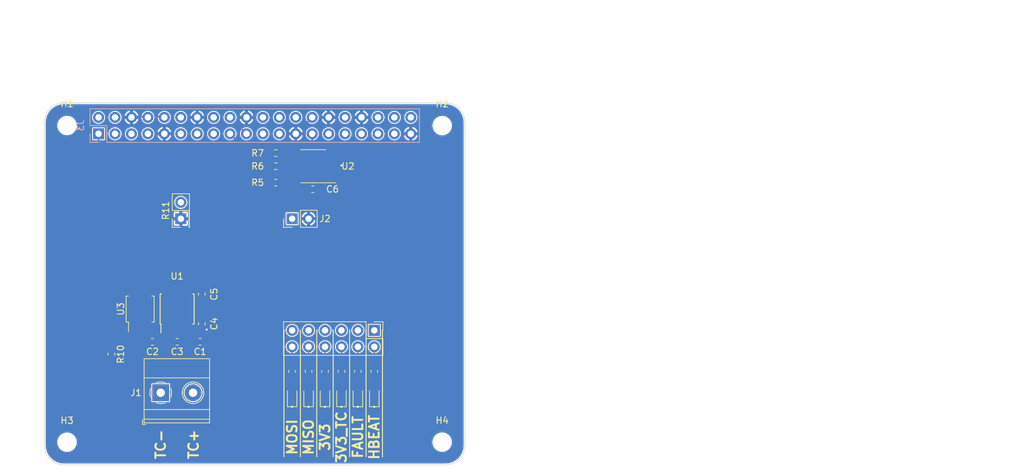
<source format=kicad_pcb>
(kicad_pcb (version 20171130) (host pcbnew 5.1.5+dfsg1-2build2)

  (general
    (thickness 1.6)
    (drawings 61)
    (tracks 146)
    (zones 0)
    (modules 34)
    (nets 50)
  )

  (page A4)
  (layers
    (0 F.Cu signal)
    (31 B.Cu signal)
    (33 F.Adhes user hide)
    (35 F.Paste user hide)
    (37 F.SilkS user)
    (39 F.Mask user hide)
    (40 Dwgs.User user hide)
    (41 Cmts.User user)
    (42 Eco1.User user hide)
    (43 Eco2.User user hide)
    (44 Edge.Cuts user)
    (45 Margin user hide)
    (46 B.CrtYd user hide)
    (47 F.CrtYd user)
    (49 F.Fab user hide)
  )

  (setup
    (last_trace_width 0.2032)
    (user_trace_width 0.1524)
    (user_trace_width 0.2032)
    (user_trace_width 0.254)
    (user_trace_width 0.381)
    (user_trace_width 0.508)
    (trace_clearance 0.15)
    (zone_clearance 0.1524)
    (zone_45_only no)
    (trace_min 0.13)
    (via_size 0.6)
    (via_drill 0.3)
    (via_min_size 0.6)
    (via_min_drill 0.3)
    (uvia_size 0.3)
    (uvia_drill 0.1)
    (uvias_allowed no)
    (uvia_min_size 0.2)
    (uvia_min_drill 0.1)
    (edge_width 0.15)
    (segment_width 0.15)
    (pcb_text_width 0.3)
    (pcb_text_size 1.5 1.5)
    (mod_edge_width 0.15)
    (mod_text_size 0.6 0.6)
    (mod_text_width 0.09)
    (pad_size 1.524 1.524)
    (pad_drill 0.762)
    (pad_to_mask_clearance 0.1)
    (solder_mask_min_width 0.25)
    (aux_axis_origin 0 0)
    (visible_elements 7FFFFE3F)
    (pcbplotparams
      (layerselection 0x010f8_80000007)
      (usegerberextensions false)
      (usegerberattributes false)
      (usegerberadvancedattributes false)
      (creategerberjobfile false)
      (excludeedgelayer false)
      (linewidth 0.100000)
      (plotframeref false)
      (viasonmask false)
      (mode 1)
      (useauxorigin false)
      (hpglpennumber 1)
      (hpglpenspeed 20)
      (hpglpendiameter 15.000000)
      (psnegative false)
      (psa4output false)
      (plotreference true)
      (plotvalue false)
      (plotinvisibletext false)
      (padsonsilk true)
      (subtractmaskfromsilk false)
      (outputformat 1)
      (mirror false)
      (drillshape 0)
      (scaleselection 1)
      (outputdirectory "prod"))
  )

  (net 0 "")
  (net 1 GND)
  (net 2 /ID_SD_EEPROM)
  (net 3 /ID_SC_EEPROM)
  (net 4 "Net-(J3-Pad3)")
  (net 5 "Net-(J3-Pad5)")
  (net 6 "Net-(J3-Pad7)")
  (net 7 "Net-(J3-Pad12)")
  (net 8 "Net-(J3-Pad13)")
  (net 9 "Net-(J3-Pad15)")
  (net 10 "Net-(J3-Pad29)")
  (net 11 "Net-(J3-Pad31)")
  (net 12 "Net-(J3-Pad32)")
  (net 13 "Net-(J3-Pad33)")
  (net 14 "Net-(J3-Pad35)")
  (net 15 "Net-(J3-Pad37)")
  (net 16 +3V3)
  (net 17 "Net-(D2-Pad2)")
  (net 18 "Net-(D3-Pad2)")
  (net 19 "Net-(D4-Pad2)")
  (net 20 "Net-(J2-Pad1)")
  (net 21 +5C)
  (net 22 /HBEAT)
  (net 23 /FAULT)
  (net 24 /MOSI)
  (net 25 /MISO)
  (net 26 /SCLK)
  (net 27 "Net-(U1-Pad6)")
  (net 28 /3V3_MAX)
  (net 29 "Net-(D1-Pad2)")
  (net 30 "Net-(D5-Pad2)")
  (net 31 "Net-(D6-Pad2)")
  (net 32 /~TC_CS)
  (net 33 /~TC_FAULT)
  (net 34 /~TC_DRDY)
  (net 35 "Net-(J4-Pad2)")
  (net 36 "Net-(J4-Pad4)")
  (net 37 "Net-(J4-Pad6)")
  (net 38 "Net-(J4-Pad8)")
  (net 39 "Net-(J4-Pad10)")
  (net 40 "Net-(J4-Pad12)")
  (net 41 /TC_RESET)
  (net 42 "Net-(J3-Pad26)")
  (net 43 "Net-(J3-Pad16)")
  (net 44 "Net-(J3-Pad18)")
  (net 45 "Net-(J3-Pad22)")
  (net 46 "Net-(J3-Pad24)")
  (net 47 /SOUND)
  (net 48 /TC+)
  (net 49 /TC-)

  (net_class Default "This is the default net class."
    (clearance 0.15)
    (trace_width 0.1524)
    (via_dia 0.6)
    (via_drill 0.3)
    (uvia_dia 0.3)
    (uvia_drill 0.1)
    (add_net +3V3)
    (add_net +5C)
    (add_net /3V3_MAX)
    (add_net /FAULT)
    (add_net /HBEAT)
    (add_net /ID_SC_EEPROM)
    (add_net /ID_SD_EEPROM)
    (add_net /MISO)
    (add_net /MOSI)
    (add_net /SCLK)
    (add_net /SOUND)
    (add_net /TC+)
    (add_net /TC-)
    (add_net /TC_RESET)
    (add_net /~TC_CS)
    (add_net /~TC_DRDY)
    (add_net /~TC_FAULT)
    (add_net GND)
    (add_net "Net-(D1-Pad2)")
    (add_net "Net-(D2-Pad2)")
    (add_net "Net-(D3-Pad2)")
    (add_net "Net-(D4-Pad2)")
    (add_net "Net-(D5-Pad2)")
    (add_net "Net-(D6-Pad2)")
    (add_net "Net-(J2-Pad1)")
    (add_net "Net-(J3-Pad12)")
    (add_net "Net-(J3-Pad13)")
    (add_net "Net-(J3-Pad15)")
    (add_net "Net-(J3-Pad16)")
    (add_net "Net-(J3-Pad18)")
    (add_net "Net-(J3-Pad22)")
    (add_net "Net-(J3-Pad24)")
    (add_net "Net-(J3-Pad26)")
    (add_net "Net-(J3-Pad29)")
    (add_net "Net-(J3-Pad3)")
    (add_net "Net-(J3-Pad31)")
    (add_net "Net-(J3-Pad32)")
    (add_net "Net-(J3-Pad33)")
    (add_net "Net-(J3-Pad35)")
    (add_net "Net-(J3-Pad37)")
    (add_net "Net-(J3-Pad5)")
    (add_net "Net-(J3-Pad7)")
    (add_net "Net-(J4-Pad10)")
    (add_net "Net-(J4-Pad12)")
    (add_net "Net-(J4-Pad2)")
    (add_net "Net-(J4-Pad4)")
    (add_net "Net-(J4-Pad6)")
    (add_net "Net-(J4-Pad8)")
    (add_net "Net-(U1-Pad6)")
  )

  (module Package_SO:SOP-4_3.8x4.1mm_P2.54mm (layer F.Cu) (tedit 5D9F72B1) (tstamp 61573224)
    (at 93.345 92.71 90)
    (descr "SOP, 4 Pin (http://www.ixysic.com/home/pdfs.nsf/www/CPC1017N.pdf/$file/CPC1017N.pdf), generated with kicad-footprint-generator ipc_gullwing_generator.py")
    (tags "SOP SO")
    (path /615E9953)
    (attr smd)
    (fp_text reference U3 (at 0 -3 90) (layer F.SilkS)
      (effects (font (size 1 1) (thickness 0.15)))
    )
    (fp_text value CPC1125N (at 0 3 90) (layer F.Fab)
      (effects (font (size 1 1) (thickness 0.15)))
    )
    (fp_line (start 0 2.16) (end 2.01 2.16) (layer F.SilkS) (width 0.12))
    (fp_line (start 2.01 2.16) (end 2.01 1.805) (layer F.SilkS) (width 0.12))
    (fp_line (start 0 2.16) (end -2.01 2.16) (layer F.SilkS) (width 0.12))
    (fp_line (start -2.01 2.16) (end -2.01 1.805) (layer F.SilkS) (width 0.12))
    (fp_line (start 0 -2.16) (end 2.01 -2.16) (layer F.SilkS) (width 0.12))
    (fp_line (start 2.01 -2.16) (end 2.01 -1.805) (layer F.SilkS) (width 0.12))
    (fp_line (start 0 -2.16) (end -2.01 -2.16) (layer F.SilkS) (width 0.12))
    (fp_line (start -2.01 -2.16) (end -2.01 -1.805) (layer F.SilkS) (width 0.12))
    (fp_line (start -2.01 -1.805) (end -3.475 -1.805) (layer F.SilkS) (width 0.12))
    (fp_line (start -0.95 -2.05) (end 1.9 -2.05) (layer F.Fab) (width 0.1))
    (fp_line (start 1.9 -2.05) (end 1.9 2.05) (layer F.Fab) (width 0.1))
    (fp_line (start 1.9 2.05) (end -1.9 2.05) (layer F.Fab) (width 0.1))
    (fp_line (start -1.9 2.05) (end -1.9 -1.1) (layer F.Fab) (width 0.1))
    (fp_line (start -1.9 -1.1) (end -0.95 -2.05) (layer F.Fab) (width 0.1))
    (fp_line (start -3.72 -2.3) (end -3.72 2.3) (layer F.CrtYd) (width 0.05))
    (fp_line (start -3.72 2.3) (end 3.72 2.3) (layer F.CrtYd) (width 0.05))
    (fp_line (start 3.72 2.3) (end 3.72 -2.3) (layer F.CrtYd) (width 0.05))
    (fp_line (start 3.72 -2.3) (end -3.72 -2.3) (layer F.CrtYd) (width 0.05))
    (fp_text user %R (at 0 0 90) (layer F.Fab)
      (effects (font (size 0.95 0.95) (thickness 0.14)))
    )
    (pad 1 smd roundrect (at -2.75 -1.27 90) (size 1.45 0.55) (layers F.Cu F.Paste F.Mask) (roundrect_rratio 0.25)
      (net 41 /TC_RESET))
    (pad 2 smd roundrect (at -2.75 1.27 90) (size 1.45 0.55) (layers F.Cu F.Paste F.Mask) (roundrect_rratio 0.25)
      (net 1 GND))
    (pad 3 smd roundrect (at 2.75 1.27 90) (size 1.45 0.55) (layers F.Cu F.Paste F.Mask) (roundrect_rratio 0.25)
      (net 28 /3V3_MAX))
    (pad 4 smd roundrect (at 2.75 -1.27 90) (size 1.45 0.55) (layers F.Cu F.Paste F.Mask) (roundrect_rratio 0.25)
      (net 16 +3V3))
    (model ${KISYS3DMOD}/Package_SO.3dshapes/SOP-4_3.8x4.1mm_P2.54mm.wrl
      (at (xyz 0 0 0))
      (scale (xyz 1 1 1))
      (rotate (xyz 0 0 0))
    )
  )

  (module Package_SO:TSSOP-14_4.4x5mm_P0.65mm (layer F.Cu) (tedit 5A02F25C) (tstamp 60CFA87D)
    (at 99.06 92.71 90)
    (descr "14-Lead Plastic Thin Shrink Small Outline (ST)-4.4 mm Body [TSSOP] (see Microchip Packaging Specification 00000049BS.pdf)")
    (tags "SSOP 0.65")
    (path /612BA85B)
    (attr smd)
    (fp_text reference U1 (at 5.08 0 180) (layer F.SilkS)
      (effects (font (size 1 1) (thickness 0.15)))
    )
    (fp_text value MAX31856 (at 0 3.55 90) (layer F.Fab)
      (effects (font (size 1 1) (thickness 0.15)))
    )
    (fp_line (start -1.2 -2.5) (end 2.2 -2.5) (layer F.Fab) (width 0.15))
    (fp_line (start 2.2 -2.5) (end 2.2 2.5) (layer F.Fab) (width 0.15))
    (fp_line (start 2.2 2.5) (end -2.2 2.5) (layer F.Fab) (width 0.15))
    (fp_line (start -2.2 2.5) (end -2.2 -1.5) (layer F.Fab) (width 0.15))
    (fp_line (start -2.2 -1.5) (end -1.2 -2.5) (layer F.Fab) (width 0.15))
    (fp_line (start -3.95 -2.8) (end -3.95 2.8) (layer F.CrtYd) (width 0.05))
    (fp_line (start 3.95 -2.8) (end 3.95 2.8) (layer F.CrtYd) (width 0.05))
    (fp_line (start -3.95 -2.8) (end 3.95 -2.8) (layer F.CrtYd) (width 0.05))
    (fp_line (start -3.95 2.8) (end 3.95 2.8) (layer F.CrtYd) (width 0.05))
    (fp_line (start -2.325 -2.625) (end -2.325 -2.5) (layer F.SilkS) (width 0.15))
    (fp_line (start 2.325 -2.625) (end 2.325 -2.4) (layer F.SilkS) (width 0.15))
    (fp_line (start 2.325 2.625) (end 2.325 2.4) (layer F.SilkS) (width 0.15))
    (fp_line (start -2.325 2.625) (end -2.325 2.4) (layer F.SilkS) (width 0.15))
    (fp_line (start -2.325 -2.625) (end 2.325 -2.625) (layer F.SilkS) (width 0.15))
    (fp_line (start -2.325 2.625) (end 2.325 2.625) (layer F.SilkS) (width 0.15))
    (fp_line (start -2.325 -2.5) (end -3.675 -2.5) (layer F.SilkS) (width 0.15))
    (fp_text user %R (at 0 0 90) (layer F.Fab)
      (effects (font (size 0.8 0.8) (thickness 0.15)))
    )
    (pad 1 smd rect (at -2.95 -1.95 90) (size 1.45 0.45) (layers F.Cu F.Paste F.Mask)
      (net 1 GND))
    (pad 2 smd rect (at -2.95 -1.3 90) (size 1.45 0.45) (layers F.Cu F.Paste F.Mask)
      (net 49 /TC-))
    (pad 3 smd rect (at -2.95 -0.65 90) (size 1.45 0.45) (layers F.Cu F.Paste F.Mask)
      (net 49 /TC-))
    (pad 4 smd rect (at -2.95 0 90) (size 1.45 0.45) (layers F.Cu F.Paste F.Mask)
      (net 48 /TC+))
    (pad 5 smd rect (at -2.95 0.65 90) (size 1.45 0.45) (layers F.Cu F.Paste F.Mask)
      (net 28 /3V3_MAX))
    (pad 6 smd rect (at -2.95 1.3 90) (size 1.45 0.45) (layers F.Cu F.Paste F.Mask)
      (net 27 "Net-(U1-Pad6)"))
    (pad 7 smd rect (at -2.95 1.95 90) (size 1.45 0.45) (layers F.Cu F.Paste F.Mask)
      (net 34 /~TC_DRDY))
    (pad 8 smd rect (at 2.95 1.95 90) (size 1.45 0.45) (layers F.Cu F.Paste F.Mask)
      (net 28 /3V3_MAX))
    (pad 9 smd rect (at 2.95 1.3 90) (size 1.45 0.45) (layers F.Cu F.Paste F.Mask)
      (net 32 /~TC_CS))
    (pad 10 smd rect (at 2.95 0.65 90) (size 1.45 0.45) (layers F.Cu F.Paste F.Mask)
      (net 26 /SCLK))
    (pad 11 smd rect (at 2.95 0 90) (size 1.45 0.45) (layers F.Cu F.Paste F.Mask)
      (net 25 /MISO))
    (pad 12 smd rect (at 2.95 -0.65 90) (size 1.45 0.45) (layers F.Cu F.Paste F.Mask)
      (net 24 /MOSI))
    (pad 13 smd rect (at 2.95 -1.3 90) (size 1.45 0.45) (layers F.Cu F.Paste F.Mask)
      (net 33 /~TC_FAULT))
    (pad 14 smd rect (at 2.95 -1.95 90) (size 1.45 0.45) (layers F.Cu F.Paste F.Mask)
      (net 1 GND))
    (model ${KISYS3DMOD}/Package_SO.3dshapes/TSSOP-14_4.4x5mm_P0.65mm.wrl
      (at (xyz 0 0 0))
      (scale (xyz 1 1 1))
      (rotate (xyz 0 0 0))
    )
  )

  (module Connector_PinSocket_2.54mm:PinSocket_2x20_P2.54mm_Vertical locked (layer B.Cu) (tedit 5A19A433) (tstamp 5A78A50E)
    (at 86.92 65.59 270)
    (descr "Through hole straight socket strip, 2x20, 2.54mm pitch, double cols (from Kicad 4.0.7), script generated")
    (tags "Through hole socket strip THT 2x20 2.54mm double row")
    (path /6157CDC4)
    (fp_text reference J3 (at -1.27 2.77 270) (layer B.SilkS)
      (effects (font (size 1 1) (thickness 0.15)) (justify mirror))
    )
    (fp_text value PI40HAT (at -1.27 -51.03 270) (layer B.Fab)
      (effects (font (size 0.6 0.6) (thickness 0.09)) (justify mirror))
    )
    (fp_line (start -3.81 1.27) (end 0.27 1.27) (layer B.Fab) (width 0.1))
    (fp_line (start 0.27 1.27) (end 1.27 0.27) (layer B.Fab) (width 0.1))
    (fp_line (start 1.27 0.27) (end 1.27 -49.53) (layer B.Fab) (width 0.1))
    (fp_line (start 1.27 -49.53) (end -3.81 -49.53) (layer B.Fab) (width 0.1))
    (fp_line (start -3.81 -49.53) (end -3.81 1.27) (layer B.Fab) (width 0.1))
    (fp_line (start -3.87 1.33) (end -1.27 1.33) (layer B.SilkS) (width 0.12))
    (fp_line (start -3.87 1.33) (end -3.87 -49.59) (layer B.SilkS) (width 0.12))
    (fp_line (start -3.87 -49.59) (end 1.33 -49.59) (layer B.SilkS) (width 0.12))
    (fp_line (start 1.33 -1.27) (end 1.33 -49.59) (layer B.SilkS) (width 0.12))
    (fp_line (start -1.27 -1.27) (end 1.33 -1.27) (layer B.SilkS) (width 0.12))
    (fp_line (start -1.27 1.33) (end -1.27 -1.27) (layer B.SilkS) (width 0.12))
    (fp_line (start 1.33 1.33) (end 1.33 0) (layer B.SilkS) (width 0.12))
    (fp_line (start 0 1.33) (end 1.33 1.33) (layer B.SilkS) (width 0.12))
    (fp_line (start -4.34 1.8) (end 1.76 1.8) (layer B.CrtYd) (width 0.05))
    (fp_line (start 1.76 1.8) (end 1.76 -50) (layer B.CrtYd) (width 0.05))
    (fp_line (start 1.76 -50) (end -4.34 -50) (layer B.CrtYd) (width 0.05))
    (fp_line (start -4.34 -50) (end -4.34 1.8) (layer B.CrtYd) (width 0.05))
    (fp_text user %R (at -1.27 -24.13 180) (layer B.Fab)
      (effects (font (size 1 1) (thickness 0.15)) (justify mirror))
    )
    (pad 1 thru_hole rect (at 0 0 270) (size 1.7 1.7) (drill 1) (layers *.Cu *.Mask)
      (net 16 +3V3))
    (pad 2 thru_hole oval (at -2.54 0 270) (size 1.7 1.7) (drill 1) (layers *.Cu *.Mask)
      (net 21 +5C))
    (pad 3 thru_hole oval (at 0 -2.54 270) (size 1.7 1.7) (drill 1) (layers *.Cu *.Mask)
      (net 4 "Net-(J3-Pad3)"))
    (pad 4 thru_hole oval (at -2.54 -2.54 270) (size 1.7 1.7) (drill 1) (layers *.Cu *.Mask)
      (net 21 +5C))
    (pad 5 thru_hole oval (at 0 -5.08 270) (size 1.7 1.7) (drill 1) (layers *.Cu *.Mask)
      (net 5 "Net-(J3-Pad5)"))
    (pad 6 thru_hole oval (at -2.54 -5.08 270) (size 1.7 1.7) (drill 1) (layers *.Cu *.Mask)
      (net 1 GND))
    (pad 7 thru_hole oval (at 0 -7.62 270) (size 1.7 1.7) (drill 1) (layers *.Cu *.Mask)
      (net 6 "Net-(J3-Pad7)"))
    (pad 8 thru_hole oval (at -2.54 -7.62 270) (size 1.7 1.7) (drill 1) (layers *.Cu *.Mask)
      (net 33 /~TC_FAULT))
    (pad 9 thru_hole oval (at 0 -10.16 270) (size 1.7 1.7) (drill 1) (layers *.Cu *.Mask)
      (net 1 GND))
    (pad 10 thru_hole oval (at -2.54 -10.16 270) (size 1.7 1.7) (drill 1) (layers *.Cu *.Mask)
      (net 41 /TC_RESET))
    (pad 11 thru_hole oval (at 0 -12.7 270) (size 1.7 1.7) (drill 1) (layers *.Cu *.Mask)
      (net 47 /SOUND))
    (pad 12 thru_hole oval (at -2.54 -12.7 270) (size 1.7 1.7) (drill 1) (layers *.Cu *.Mask)
      (net 7 "Net-(J3-Pad12)"))
    (pad 13 thru_hole oval (at 0 -15.24 270) (size 1.7 1.7) (drill 1) (layers *.Cu *.Mask)
      (net 8 "Net-(J3-Pad13)"))
    (pad 14 thru_hole oval (at -2.54 -15.24 270) (size 1.7 1.7) (drill 1) (layers *.Cu *.Mask)
      (net 1 GND))
    (pad 15 thru_hole oval (at 0 -17.78 270) (size 1.7 1.7) (drill 1) (layers *.Cu *.Mask)
      (net 9 "Net-(J3-Pad15)"))
    (pad 16 thru_hole oval (at -2.54 -17.78 270) (size 1.7 1.7) (drill 1) (layers *.Cu *.Mask)
      (net 43 "Net-(J3-Pad16)"))
    (pad 17 thru_hole oval (at 0 -20.32 270) (size 1.7 1.7) (drill 1) (layers *.Cu *.Mask)
      (net 16 +3V3))
    (pad 18 thru_hole oval (at -2.54 -20.32 270) (size 1.7 1.7) (drill 1) (layers *.Cu *.Mask)
      (net 44 "Net-(J3-Pad18)"))
    (pad 19 thru_hole oval (at 0 -22.86 270) (size 1.7 1.7) (drill 1) (layers *.Cu *.Mask)
      (net 24 /MOSI))
    (pad 20 thru_hole oval (at -2.54 -22.86 270) (size 1.7 1.7) (drill 1) (layers *.Cu *.Mask)
      (net 1 GND))
    (pad 21 thru_hole oval (at 0 -25.4 270) (size 1.7 1.7) (drill 1) (layers *.Cu *.Mask)
      (net 25 /MISO))
    (pad 22 thru_hole oval (at -2.54 -25.4 270) (size 1.7 1.7) (drill 1) (layers *.Cu *.Mask)
      (net 45 "Net-(J3-Pad22)"))
    (pad 23 thru_hole oval (at 0 -27.94 270) (size 1.7 1.7) (drill 1) (layers *.Cu *.Mask)
      (net 26 /SCLK))
    (pad 24 thru_hole oval (at -2.54 -27.94 270) (size 1.7 1.7) (drill 1) (layers *.Cu *.Mask)
      (net 46 "Net-(J3-Pad24)"))
    (pad 25 thru_hole oval (at 0 -30.48 270) (size 1.7 1.7) (drill 1) (layers *.Cu *.Mask)
      (net 1 GND))
    (pad 26 thru_hole oval (at -2.54 -30.48 270) (size 1.7 1.7) (drill 1) (layers *.Cu *.Mask)
      (net 42 "Net-(J3-Pad26)"))
    (pad 27 thru_hole oval (at 0 -33.02 270) (size 1.7 1.7) (drill 1) (layers *.Cu *.Mask)
      (net 2 /ID_SD_EEPROM))
    (pad 28 thru_hole oval (at -2.54 -33.02 270) (size 1.7 1.7) (drill 1) (layers *.Cu *.Mask)
      (net 3 /ID_SC_EEPROM))
    (pad 29 thru_hole oval (at 0 -35.56 270) (size 1.7 1.7) (drill 1) (layers *.Cu *.Mask)
      (net 10 "Net-(J3-Pad29)"))
    (pad 30 thru_hole oval (at -2.54 -35.56 270) (size 1.7 1.7) (drill 1) (layers *.Cu *.Mask)
      (net 1 GND))
    (pad 31 thru_hole oval (at 0 -38.1 270) (size 1.7 1.7) (drill 1) (layers *.Cu *.Mask)
      (net 11 "Net-(J3-Pad31)"))
    (pad 32 thru_hole oval (at -2.54 -38.1 270) (size 1.7 1.7) (drill 1) (layers *.Cu *.Mask)
      (net 12 "Net-(J3-Pad32)"))
    (pad 33 thru_hole oval (at 0 -40.64 270) (size 1.7 1.7) (drill 1) (layers *.Cu *.Mask)
      (net 13 "Net-(J3-Pad33)"))
    (pad 34 thru_hole oval (at -2.54 -40.64 270) (size 1.7 1.7) (drill 1) (layers *.Cu *.Mask)
      (net 1 GND))
    (pad 35 thru_hole oval (at 0 -43.18 270) (size 1.7 1.7) (drill 1) (layers *.Cu *.Mask)
      (net 14 "Net-(J3-Pad35)"))
    (pad 36 thru_hole oval (at -2.54 -43.18 270) (size 1.7 1.7) (drill 1) (layers *.Cu *.Mask)
      (net 23 /FAULT))
    (pad 37 thru_hole oval (at 0 -45.72 270) (size 1.7 1.7) (drill 1) (layers *.Cu *.Mask)
      (net 15 "Net-(J3-Pad37)"))
    (pad 38 thru_hole oval (at -2.54 -45.72 270) (size 1.7 1.7) (drill 1) (layers *.Cu *.Mask)
      (net 32 /~TC_CS))
    (pad 39 thru_hole oval (at 0 -48.26 270) (size 1.7 1.7) (drill 1) (layers *.Cu *.Mask)
      (net 1 GND))
    (pad 40 thru_hole oval (at -2.54 -48.26 270) (size 1.7 1.7) (drill 1) (layers *.Cu *.Mask)
      (net 34 /~TC_DRDY))
    (model ${KISYS3DMOD}/Connector_PinSocket_2.54mm.3dshapes/PinSocket_2x20_P2.54mm_Vertical.wrl
      (at (xyz 0 0 0))
      (scale (xyz 1 1 1))
      (rotate (xyz 0 0 0))
    )
  )

  (module Resistor_SMD:R_0603_1608Metric_Pad0.84x1.00mm_HandSolder (layer F.Cu) (tedit 59FE48B8) (tstamp 5A78A4B9)
    (at 114.3 70.612 180)
    (descr "Resistor SMD 0603 (1608 Metric), square (rectangular) end terminal, IPC_7351 nominal with elongated pad for handsoldering. (Body size source: http://www.tortai-tech.com/upload/download/2011102023233369053.pdf), generated with kicad-footprint-generator")
    (tags "resistor handsolder")
    (path /612BA8E8)
    (attr smd)
    (fp_text reference R6 (at 2.794 0 180) (layer F.SilkS)
      (effects (font (size 1 1) (thickness 0.15)))
    )
    (fp_text value 3.9K (at 1.85 0.05 180) (layer F.Fab)
      (effects (font (size 0.6 0.6) (thickness 0.09)))
    )
    (fp_text user %R (at 0 0 180) (layer F.Fab)
      (effects (font (size 0.5 0.5) (thickness 0.08)))
    )
    (fp_line (start 1.64 0.75) (end -1.64 0.75) (layer F.CrtYd) (width 0.05))
    (fp_line (start 1.64 -0.75) (end 1.64 0.75) (layer F.CrtYd) (width 0.05))
    (fp_line (start -1.64 -0.75) (end 1.64 -0.75) (layer F.CrtYd) (width 0.05))
    (fp_line (start -1.64 0.75) (end -1.64 -0.75) (layer F.CrtYd) (width 0.05))
    (fp_line (start -0.22 0.51) (end 0.22 0.51) (layer F.SilkS) (width 0.12))
    (fp_line (start -0.22 -0.51) (end 0.22 -0.51) (layer F.SilkS) (width 0.12))
    (fp_line (start 0.8 0.4) (end -0.8 0.4) (layer F.Fab) (width 0.1))
    (fp_line (start 0.8 -0.4) (end 0.8 0.4) (layer F.Fab) (width 0.1))
    (fp_line (start -0.8 -0.4) (end 0.8 -0.4) (layer F.Fab) (width 0.1))
    (fp_line (start -0.8 0.4) (end -0.8 -0.4) (layer F.Fab) (width 0.1))
    (pad 2 smd rect (at 0.9625 0 180) (size 0.845 1) (layers F.Cu F.Paste F.Mask)
      (net 16 +3V3))
    (pad 1 smd rect (at -0.9625 0 180) (size 0.845 1) (layers F.Cu F.Paste F.Mask)
      (net 2 /ID_SD_EEPROM))
    (model ${KISYS3DMOD}/Resistor_SMD.3dshapes/R_0603_1608Metric.wrl
      (at (xyz 0 0 0))
      (scale (xyz 1 1 1))
      (rotate (xyz 0 0 0))
    )
  )

  (module Resistor_SMD:R_0603_1608Metric_Pad0.84x1.00mm_HandSolder (layer F.Cu) (tedit 59FE48B8) (tstamp 5A78A459)
    (at 114.3 68.58 180)
    (descr "Resistor SMD 0603 (1608 Metric), square (rectangular) end terminal, IPC_7351 nominal with elongated pad for handsoldering. (Body size source: http://www.tortai-tech.com/upload/download/2011102023233369053.pdf), generated with kicad-footprint-generator")
    (tags "resistor handsolder")
    (path /612BA8E1)
    (attr smd)
    (fp_text reference R7 (at 2.794 0 180) (layer F.SilkS)
      (effects (font (size 1 1) (thickness 0.15)))
    )
    (fp_text value 3.9K (at 0 1.65 180) (layer F.Fab)
      (effects (font (size 0.6 0.6) (thickness 0.09)))
    )
    (fp_text user %R (at 0 0 180) (layer F.Fab)
      (effects (font (size 0.5 0.5) (thickness 0.08)))
    )
    (fp_line (start 1.64 0.75) (end -1.64 0.75) (layer F.CrtYd) (width 0.05))
    (fp_line (start 1.64 -0.75) (end 1.64 0.75) (layer F.CrtYd) (width 0.05))
    (fp_line (start -1.64 -0.75) (end 1.64 -0.75) (layer F.CrtYd) (width 0.05))
    (fp_line (start -1.64 0.75) (end -1.64 -0.75) (layer F.CrtYd) (width 0.05))
    (fp_line (start -0.22 0.51) (end 0.22 0.51) (layer F.SilkS) (width 0.12))
    (fp_line (start -0.22 -0.51) (end 0.22 -0.51) (layer F.SilkS) (width 0.12))
    (fp_line (start 0.8 0.4) (end -0.8 0.4) (layer F.Fab) (width 0.1))
    (fp_line (start 0.8 -0.4) (end 0.8 0.4) (layer F.Fab) (width 0.1))
    (fp_line (start -0.8 -0.4) (end 0.8 -0.4) (layer F.Fab) (width 0.1))
    (fp_line (start -0.8 0.4) (end -0.8 -0.4) (layer F.Fab) (width 0.1))
    (pad 2 smd rect (at 0.9625 0 180) (size 0.845 1) (layers F.Cu F.Paste F.Mask)
      (net 16 +3V3))
    (pad 1 smd rect (at -0.9625 0 180) (size 0.845 1) (layers F.Cu F.Paste F.Mask)
      (net 3 /ID_SC_EEPROM))
    (model ${KISYS3DMOD}/Resistor_SMD.3dshapes/R_0603_1608Metric.wrl
      (at (xyz 0 0 0))
      (scale (xyz 1 1 1))
      (rotate (xyz 0 0 0))
    )
  )

  (module Capacitor_SMD:C_0603_1608Metric_Pad1.05x0.95mm_HandSolder (layer F.Cu) (tedit 5B301BBE) (tstamp 615770F0)
    (at 102.616 97.79)
    (descr "Capacitor SMD 0603 (1608 Metric), square (rectangular) end terminal, IPC_7351 nominal with elongated pad for handsoldering. (Body size source: http://www.tortai-tech.com/upload/download/2011102023233369053.pdf), generated with kicad-footprint-generator")
    (tags "capacitor handsolder")
    (path /612BA84E)
    (attr smd)
    (fp_text reference C1 (at 0 1.524 180) (layer F.SilkS)
      (effects (font (size 1 1) (thickness 0.15)))
    )
    (fp_text value 10n (at 0 1.43 180) (layer F.Fab)
      (effects (font (size 1 1) (thickness 0.15)))
    )
    (fp_line (start -0.8 0.4) (end -0.8 -0.4) (layer F.Fab) (width 0.1))
    (fp_line (start -0.8 -0.4) (end 0.8 -0.4) (layer F.Fab) (width 0.1))
    (fp_line (start 0.8 -0.4) (end 0.8 0.4) (layer F.Fab) (width 0.1))
    (fp_line (start 0.8 0.4) (end -0.8 0.4) (layer F.Fab) (width 0.1))
    (fp_line (start -0.171267 -0.51) (end 0.171267 -0.51) (layer F.SilkS) (width 0.12))
    (fp_line (start -0.171267 0.51) (end 0.171267 0.51) (layer F.SilkS) (width 0.12))
    (fp_line (start -1.65 0.73) (end -1.65 -0.73) (layer F.CrtYd) (width 0.05))
    (fp_line (start -1.65 -0.73) (end 1.65 -0.73) (layer F.CrtYd) (width 0.05))
    (fp_line (start 1.65 -0.73) (end 1.65 0.73) (layer F.CrtYd) (width 0.05))
    (fp_line (start 1.65 0.73) (end -1.65 0.73) (layer F.CrtYd) (width 0.05))
    (fp_text user %R (at 0 0 180) (layer F.Fab)
      (effects (font (size 0.4 0.4) (thickness 0.06)))
    )
    (pad 1 smd roundrect (at -0.875 0) (size 1.05 0.95) (layers F.Cu F.Paste F.Mask) (roundrect_rratio 0.25)
      (net 48 /TC+))
    (pad 2 smd roundrect (at 0.875 0) (size 1.05 0.95) (layers F.Cu F.Paste F.Mask) (roundrect_rratio 0.25)
      (net 1 GND))
    (model ${KISYS3DMOD}/Capacitor_SMD.3dshapes/C_0603_1608Metric.wrl
      (at (xyz 0 0 0))
      (scale (xyz 1 1 1))
      (rotate (xyz 0 0 0))
    )
  )

  (module Capacitor_SMD:C_0603_1608Metric_Pad1.05x0.95mm_HandSolder (layer F.Cu) (tedit 5B301BBE) (tstamp 60CFA6D0)
    (at 95.25 97.79)
    (descr "Capacitor SMD 0603 (1608 Metric), square (rectangular) end terminal, IPC_7351 nominal with elongated pad for handsoldering. (Body size source: http://www.tortai-tech.com/upload/download/2011102023233369053.pdf), generated with kicad-footprint-generator")
    (tags "capacitor handsolder")
    (path /612BA847)
    (attr smd)
    (fp_text reference C2 (at 0 1.524 180) (layer F.SilkS)
      (effects (font (size 1 1) (thickness 0.15)))
    )
    (fp_text value 10n (at 0 1.43 180) (layer F.Fab)
      (effects (font (size 1 1) (thickness 0.15)))
    )
    (fp_text user %R (at 0 0 180) (layer F.Fab)
      (effects (font (size 0.4 0.4) (thickness 0.06)))
    )
    (fp_line (start 1.65 0.73) (end -1.65 0.73) (layer F.CrtYd) (width 0.05))
    (fp_line (start 1.65 -0.73) (end 1.65 0.73) (layer F.CrtYd) (width 0.05))
    (fp_line (start -1.65 -0.73) (end 1.65 -0.73) (layer F.CrtYd) (width 0.05))
    (fp_line (start -1.65 0.73) (end -1.65 -0.73) (layer F.CrtYd) (width 0.05))
    (fp_line (start -0.171267 0.51) (end 0.171267 0.51) (layer F.SilkS) (width 0.12))
    (fp_line (start -0.171267 -0.51) (end 0.171267 -0.51) (layer F.SilkS) (width 0.12))
    (fp_line (start 0.8 0.4) (end -0.8 0.4) (layer F.Fab) (width 0.1))
    (fp_line (start 0.8 -0.4) (end 0.8 0.4) (layer F.Fab) (width 0.1))
    (fp_line (start -0.8 -0.4) (end 0.8 -0.4) (layer F.Fab) (width 0.1))
    (fp_line (start -0.8 0.4) (end -0.8 -0.4) (layer F.Fab) (width 0.1))
    (pad 2 smd roundrect (at 0.875 0) (size 1.05 0.95) (layers F.Cu F.Paste F.Mask) (roundrect_rratio 0.25)
      (net 49 /TC-))
    (pad 1 smd roundrect (at -0.875 0) (size 1.05 0.95) (layers F.Cu F.Paste F.Mask) (roundrect_rratio 0.25)
      (net 1 GND))
    (model ${KISYS3DMOD}/Capacitor_SMD.3dshapes/C_0603_1608Metric.wrl
      (at (xyz 0 0 0))
      (scale (xyz 1 1 1))
      (rotate (xyz 0 0 0))
    )
  )

  (module Capacitor_SMD:C_0603_1608Metric_Pad1.05x0.95mm_HandSolder (layer F.Cu) (tedit 5B301BBE) (tstamp 60CFA6E1)
    (at 99.06 97.79 180)
    (descr "Capacitor SMD 0603 (1608 Metric), square (rectangular) end terminal, IPC_7351 nominal with elongated pad for handsoldering. (Body size source: http://www.tortai-tech.com/upload/download/2011102023233369053.pdf), generated with kicad-footprint-generator")
    (tags "capacitor handsolder")
    (path /612BA839)
    (attr smd)
    (fp_text reference C3 (at 0 -1.524 180) (layer F.SilkS)
      (effects (font (size 1 1) (thickness 0.15)))
    )
    (fp_text value 100n (at 0 1.43 180) (layer F.Fab)
      (effects (font (size 1 1) (thickness 0.15)))
    )
    (fp_text user %R (at 0 0 180) (layer F.Fab)
      (effects (font (size 0.4 0.4) (thickness 0.06)))
    )
    (fp_line (start 1.65 0.73) (end -1.65 0.73) (layer F.CrtYd) (width 0.05))
    (fp_line (start 1.65 -0.73) (end 1.65 0.73) (layer F.CrtYd) (width 0.05))
    (fp_line (start -1.65 -0.73) (end 1.65 -0.73) (layer F.CrtYd) (width 0.05))
    (fp_line (start -1.65 0.73) (end -1.65 -0.73) (layer F.CrtYd) (width 0.05))
    (fp_line (start -0.171267 0.51) (end 0.171267 0.51) (layer F.SilkS) (width 0.12))
    (fp_line (start -0.171267 -0.51) (end 0.171267 -0.51) (layer F.SilkS) (width 0.12))
    (fp_line (start 0.8 0.4) (end -0.8 0.4) (layer F.Fab) (width 0.1))
    (fp_line (start 0.8 -0.4) (end 0.8 0.4) (layer F.Fab) (width 0.1))
    (fp_line (start -0.8 -0.4) (end 0.8 -0.4) (layer F.Fab) (width 0.1))
    (fp_line (start -0.8 0.4) (end -0.8 -0.4) (layer F.Fab) (width 0.1))
    (pad 2 smd roundrect (at 0.875 0 180) (size 1.05 0.95) (layers F.Cu F.Paste F.Mask) (roundrect_rratio 0.25)
      (net 49 /TC-))
    (pad 1 smd roundrect (at -0.875 0 180) (size 1.05 0.95) (layers F.Cu F.Paste F.Mask) (roundrect_rratio 0.25)
      (net 48 /TC+))
    (model ${KISYS3DMOD}/Capacitor_SMD.3dshapes/C_0603_1608Metric.wrl
      (at (xyz 0 0 0))
      (scale (xyz 1 1 1))
      (rotate (xyz 0 0 0))
    )
  )

  (module Capacitor_SMD:C_0603_1608Metric_Pad1.05x0.95mm_HandSolder (layer F.Cu) (tedit 5B301BBE) (tstamp 60CFA6F2)
    (at 102.87 94.996 90)
    (descr "Capacitor SMD 0603 (1608 Metric), square (rectangular) end terminal, IPC_7351 nominal with elongated pad for handsoldering. (Body size source: http://www.tortai-tech.com/upload/download/2011102023233369053.pdf), generated with kicad-footprint-generator")
    (tags "capacitor handsolder")
    (path /612BA832)
    (attr smd)
    (fp_text reference C4 (at 0 1.905 90) (layer F.SilkS)
      (effects (font (size 1 1) (thickness 0.15)))
    )
    (fp_text value 100n (at 0 1.43 90) (layer F.Fab)
      (effects (font (size 1 1) (thickness 0.15)))
    )
    (fp_line (start -0.8 0.4) (end -0.8 -0.4) (layer F.Fab) (width 0.1))
    (fp_line (start -0.8 -0.4) (end 0.8 -0.4) (layer F.Fab) (width 0.1))
    (fp_line (start 0.8 -0.4) (end 0.8 0.4) (layer F.Fab) (width 0.1))
    (fp_line (start 0.8 0.4) (end -0.8 0.4) (layer F.Fab) (width 0.1))
    (fp_line (start -0.171267 -0.51) (end 0.171267 -0.51) (layer F.SilkS) (width 0.12))
    (fp_line (start -0.171267 0.51) (end 0.171267 0.51) (layer F.SilkS) (width 0.12))
    (fp_line (start -1.65 0.73) (end -1.65 -0.73) (layer F.CrtYd) (width 0.05))
    (fp_line (start -1.65 -0.73) (end 1.65 -0.73) (layer F.CrtYd) (width 0.05))
    (fp_line (start 1.65 -0.73) (end 1.65 0.73) (layer F.CrtYd) (width 0.05))
    (fp_line (start 1.65 0.73) (end -1.65 0.73) (layer F.CrtYd) (width 0.05))
    (fp_text user %R (at 0 0 90) (layer F.Fab)
      (effects (font (size 0.4 0.4) (thickness 0.06)))
    )
    (pad 1 smd roundrect (at -0.875 0 90) (size 1.05 0.95) (layers F.Cu F.Paste F.Mask) (roundrect_rratio 0.25)
      (net 1 GND))
    (pad 2 smd roundrect (at 0.875 0 90) (size 1.05 0.95) (layers F.Cu F.Paste F.Mask) (roundrect_rratio 0.25)
      (net 28 /3V3_MAX))
    (model ${KISYS3DMOD}/Capacitor_SMD.3dshapes/C_0603_1608Metric.wrl
      (at (xyz 0 0 0))
      (scale (xyz 1 1 1))
      (rotate (xyz 0 0 0))
    )
  )

  (module Capacitor_SMD:C_0603_1608Metric_Pad1.05x0.95mm_HandSolder (layer F.Cu) (tedit 5B301BBE) (tstamp 61575F5B)
    (at 102.87 90.41 90)
    (descr "Capacitor SMD 0603 (1608 Metric), square (rectangular) end terminal, IPC_7351 nominal with elongated pad for handsoldering. (Body size source: http://www.tortai-tech.com/upload/download/2011102023233369053.pdf), generated with kicad-footprint-generator")
    (tags "capacitor handsolder")
    (path /612BA840)
    (attr smd)
    (fp_text reference C5 (at 0 1.905 90) (layer F.SilkS)
      (effects (font (size 1 1) (thickness 0.15)))
    )
    (fp_text value 100n (at 0 1.43 90) (layer F.Fab)
      (effects (font (size 1 1) (thickness 0.15)))
    )
    (fp_line (start -0.8 0.4) (end -0.8 -0.4) (layer F.Fab) (width 0.1))
    (fp_line (start -0.8 -0.4) (end 0.8 -0.4) (layer F.Fab) (width 0.1))
    (fp_line (start 0.8 -0.4) (end 0.8 0.4) (layer F.Fab) (width 0.1))
    (fp_line (start 0.8 0.4) (end -0.8 0.4) (layer F.Fab) (width 0.1))
    (fp_line (start -0.171267 -0.51) (end 0.171267 -0.51) (layer F.SilkS) (width 0.12))
    (fp_line (start -0.171267 0.51) (end 0.171267 0.51) (layer F.SilkS) (width 0.12))
    (fp_line (start -1.65 0.73) (end -1.65 -0.73) (layer F.CrtYd) (width 0.05))
    (fp_line (start -1.65 -0.73) (end 1.65 -0.73) (layer F.CrtYd) (width 0.05))
    (fp_line (start 1.65 -0.73) (end 1.65 0.73) (layer F.CrtYd) (width 0.05))
    (fp_line (start 1.65 0.73) (end -1.65 0.73) (layer F.CrtYd) (width 0.05))
    (fp_text user %R (at 0 0 90) (layer F.Fab)
      (effects (font (size 0.4 0.4) (thickness 0.06)))
    )
    (pad 1 smd roundrect (at -0.875 0 90) (size 1.05 0.95) (layers F.Cu F.Paste F.Mask) (roundrect_rratio 0.25)
      (net 1 GND))
    (pad 2 smd roundrect (at 0.875 0 90) (size 1.05 0.95) (layers F.Cu F.Paste F.Mask) (roundrect_rratio 0.25)
      (net 28 /3V3_MAX))
    (model ${KISYS3DMOD}/Capacitor_SMD.3dshapes/C_0603_1608Metric.wrl
      (at (xyz 0 0 0))
      (scale (xyz 1 1 1))
      (rotate (xyz 0 0 0))
    )
  )

  (module TerminalBlock_Phoenix:TerminalBlock_Phoenix_MKDS-1,5-2_1x02_P5.00mm_Horizontal (layer F.Cu) (tedit 5B294EE5) (tstamp 60CFAF9C)
    (at 96.52 105.664)
    (descr "Terminal Block Phoenix MKDS-1,5-2, 2 pins, pitch 5mm, size 10x9.8mm^2, drill diamater 1.3mm, pad diameter 2.6mm, see http://www.farnell.com/datasheets/100425.pdf, script-generated using https://github.com/pointhi/kicad-footprint-generator/scripts/TerminalBlock_Phoenix")
    (tags "THT Terminal Block Phoenix MKDS-1,5-2 pitch 5mm size 10x9.8mm^2 drill 1.3mm pad 2.6mm")
    (path /6170319A)
    (fp_text reference J1 (at -3.81 0) (layer F.SilkS)
      (effects (font (size 1 1) (thickness 0.15)))
    )
    (fp_text value Screw_Terminal_01x02 (at 2.5 5.66) (layer F.Fab)
      (effects (font (size 1 1) (thickness 0.15)))
    )
    (fp_arc (start 0 0) (end 0 1.68) (angle -24) (layer F.SilkS) (width 0.12))
    (fp_arc (start 0 0) (end 1.535 0.684) (angle -48) (layer F.SilkS) (width 0.12))
    (fp_arc (start 0 0) (end 0.684 -1.535) (angle -48) (layer F.SilkS) (width 0.12))
    (fp_arc (start 0 0) (end -1.535 -0.684) (angle -48) (layer F.SilkS) (width 0.12))
    (fp_arc (start 0 0) (end -0.684 1.535) (angle -25) (layer F.SilkS) (width 0.12))
    (fp_circle (center 0 0) (end 1.5 0) (layer F.Fab) (width 0.1))
    (fp_circle (center 5 0) (end 6.5 0) (layer F.Fab) (width 0.1))
    (fp_circle (center 5 0) (end 6.68 0) (layer F.SilkS) (width 0.12))
    (fp_line (start -2.5 -5.2) (end 7.5 -5.2) (layer F.Fab) (width 0.1))
    (fp_line (start 7.5 -5.2) (end 7.5 4.6) (layer F.Fab) (width 0.1))
    (fp_line (start 7.5 4.6) (end -2 4.6) (layer F.Fab) (width 0.1))
    (fp_line (start -2 4.6) (end -2.5 4.1) (layer F.Fab) (width 0.1))
    (fp_line (start -2.5 4.1) (end -2.5 -5.2) (layer F.Fab) (width 0.1))
    (fp_line (start -2.5 4.1) (end 7.5 4.1) (layer F.Fab) (width 0.1))
    (fp_line (start -2.56 4.1) (end 7.56 4.1) (layer F.SilkS) (width 0.12))
    (fp_line (start -2.5 2.6) (end 7.5 2.6) (layer F.Fab) (width 0.1))
    (fp_line (start -2.56 2.6) (end 7.56 2.6) (layer F.SilkS) (width 0.12))
    (fp_line (start -2.5 -2.3) (end 7.5 -2.3) (layer F.Fab) (width 0.1))
    (fp_line (start -2.56 -2.301) (end 7.56 -2.301) (layer F.SilkS) (width 0.12))
    (fp_line (start -2.56 -5.261) (end 7.56 -5.261) (layer F.SilkS) (width 0.12))
    (fp_line (start -2.56 4.66) (end 7.56 4.66) (layer F.SilkS) (width 0.12))
    (fp_line (start -2.56 -5.261) (end -2.56 4.66) (layer F.SilkS) (width 0.12))
    (fp_line (start 7.56 -5.261) (end 7.56 4.66) (layer F.SilkS) (width 0.12))
    (fp_line (start 1.138 -0.955) (end -0.955 1.138) (layer F.Fab) (width 0.1))
    (fp_line (start 0.955 -1.138) (end -1.138 0.955) (layer F.Fab) (width 0.1))
    (fp_line (start 6.138 -0.955) (end 4.046 1.138) (layer F.Fab) (width 0.1))
    (fp_line (start 5.955 -1.138) (end 3.863 0.955) (layer F.Fab) (width 0.1))
    (fp_line (start 6.275 -1.069) (end 6.228 -1.023) (layer F.SilkS) (width 0.12))
    (fp_line (start 3.966 1.239) (end 3.931 1.274) (layer F.SilkS) (width 0.12))
    (fp_line (start 6.07 -1.275) (end 6.035 -1.239) (layer F.SilkS) (width 0.12))
    (fp_line (start 3.773 1.023) (end 3.726 1.069) (layer F.SilkS) (width 0.12))
    (fp_line (start -2.8 4.16) (end -2.8 4.9) (layer F.SilkS) (width 0.12))
    (fp_line (start -2.8 4.9) (end -2.3 4.9) (layer F.SilkS) (width 0.12))
    (fp_line (start -3 -5.71) (end -3 5.1) (layer F.CrtYd) (width 0.05))
    (fp_line (start -3 5.1) (end 8 5.1) (layer F.CrtYd) (width 0.05))
    (fp_line (start 8 5.1) (end 8 -5.71) (layer F.CrtYd) (width 0.05))
    (fp_line (start 8 -5.71) (end -3 -5.71) (layer F.CrtYd) (width 0.05))
    (fp_text user %R (at 2.5 3.2) (layer F.Fab)
      (effects (font (size 1 1) (thickness 0.15)))
    )
    (pad 1 thru_hole rect (at 0 0) (size 2.6 2.6) (drill 1.3) (layers *.Cu *.Mask)
      (net 49 /TC-))
    (pad 2 thru_hole circle (at 5 0) (size 2.6 2.6) (drill 1.3) (layers *.Cu *.Mask)
      (net 48 /TC+))
    (model ${KISYS3DMOD}/TerminalBlock_Phoenix.3dshapes/TerminalBlock_Phoenix_MKDS-1,5-2_1x02_P5.00mm_Horizontal.wrl
      (at (xyz 0 0 0))
      (scale (xyz 1 1 1))
      (rotate (xyz 0 0 0))
    )
  )

  (module Connector_PinHeader_2.54mm:PinHeader_1x02_P2.54mm_Vertical (layer F.Cu) (tedit 59FED5CC) (tstamp 60CFA7AD)
    (at 116.84 78.74 90)
    (descr "Through hole straight pin header, 1x02, 2.54mm pitch, single row")
    (tags "Through hole pin header THT 1x02 2.54mm single row")
    (path /612BA90D)
    (fp_text reference J2 (at 0 5.08 180) (layer F.SilkS)
      (effects (font (size 1 1) (thickness 0.15)))
    )
    (fp_text value Jumper (at 0 4.87 90) (layer F.Fab)
      (effects (font (size 1 1) (thickness 0.15)))
    )
    (fp_line (start -0.635 -1.27) (end 1.27 -1.27) (layer F.Fab) (width 0.1))
    (fp_line (start 1.27 -1.27) (end 1.27 3.81) (layer F.Fab) (width 0.1))
    (fp_line (start 1.27 3.81) (end -1.27 3.81) (layer F.Fab) (width 0.1))
    (fp_line (start -1.27 3.81) (end -1.27 -0.635) (layer F.Fab) (width 0.1))
    (fp_line (start -1.27 -0.635) (end -0.635 -1.27) (layer F.Fab) (width 0.1))
    (fp_line (start -1.33 3.87) (end 1.33 3.87) (layer F.SilkS) (width 0.12))
    (fp_line (start -1.33 1.27) (end -1.33 3.87) (layer F.SilkS) (width 0.12))
    (fp_line (start 1.33 1.27) (end 1.33 3.87) (layer F.SilkS) (width 0.12))
    (fp_line (start -1.33 1.27) (end 1.33 1.27) (layer F.SilkS) (width 0.12))
    (fp_line (start -1.33 0) (end -1.33 -1.33) (layer F.SilkS) (width 0.12))
    (fp_line (start -1.33 -1.33) (end 0 -1.33) (layer F.SilkS) (width 0.12))
    (fp_line (start -1.8 -1.8) (end -1.8 4.35) (layer F.CrtYd) (width 0.05))
    (fp_line (start -1.8 4.35) (end 1.8 4.35) (layer F.CrtYd) (width 0.05))
    (fp_line (start 1.8 4.35) (end 1.8 -1.8) (layer F.CrtYd) (width 0.05))
    (fp_line (start 1.8 -1.8) (end -1.8 -1.8) (layer F.CrtYd) (width 0.05))
    (fp_text user %R (at 0 1.27) (layer F.Fab)
      (effects (font (size 1 1) (thickness 0.15)))
    )
    (pad 1 thru_hole rect (at 0 0 90) (size 1.7 1.7) (drill 1) (layers *.Cu *.Mask)
      (net 20 "Net-(J2-Pad1)"))
    (pad 2 thru_hole oval (at 0 2.54 90) (size 1.7 1.7) (drill 1) (layers *.Cu *.Mask)
      (net 1 GND))
    (model ${KISYS3DMOD}/Connector_PinHeader_2.54mm.3dshapes/PinHeader_1x02_P2.54mm_Vertical.wrl
      (at (xyz 0 0 0))
      (scale (xyz 1 1 1))
      (rotate (xyz 0 0 0))
    )
  )

  (module Resistor_SMD:R_0603_1608Metric_Pad1.05x0.95mm_HandSolder (layer F.Cu) (tedit 5B301BBD) (tstamp 60CFA802)
    (at 114.3 73.152 180)
    (descr "Resistor SMD 0603 (1608 Metric), square (rectangular) end terminal, IPC_7351 nominal with elongated pad for handsoldering. (Body size source: http://www.tortai-tech.com/upload/download/2011102023233369053.pdf), generated with kicad-footprint-generator")
    (tags "resistor handsolder")
    (path /612BA8DA)
    (attr smd)
    (fp_text reference R5 (at 2.794 0 180) (layer F.SilkS)
      (effects (font (size 1 1) (thickness 0.15)))
    )
    (fp_text value 1k (at 0 1.43 180) (layer F.Fab)
      (effects (font (size 1 1) (thickness 0.15)))
    )
    (fp_line (start -0.8 0.4) (end -0.8 -0.4) (layer F.Fab) (width 0.1))
    (fp_line (start -0.8 -0.4) (end 0.8 -0.4) (layer F.Fab) (width 0.1))
    (fp_line (start 0.8 -0.4) (end 0.8 0.4) (layer F.Fab) (width 0.1))
    (fp_line (start 0.8 0.4) (end -0.8 0.4) (layer F.Fab) (width 0.1))
    (fp_line (start -0.171267 -0.51) (end 0.171267 -0.51) (layer F.SilkS) (width 0.12))
    (fp_line (start -0.171267 0.51) (end 0.171267 0.51) (layer F.SilkS) (width 0.12))
    (fp_line (start -1.65 0.73) (end -1.65 -0.73) (layer F.CrtYd) (width 0.05))
    (fp_line (start -1.65 -0.73) (end 1.65 -0.73) (layer F.CrtYd) (width 0.05))
    (fp_line (start 1.65 -0.73) (end 1.65 0.73) (layer F.CrtYd) (width 0.05))
    (fp_line (start 1.65 0.73) (end -1.65 0.73) (layer F.CrtYd) (width 0.05))
    (fp_text user %R (at 0 0 180) (layer F.Fab)
      (effects (font (size 0.4 0.4) (thickness 0.06)))
    )
    (pad 1 smd roundrect (at -0.875 0 180) (size 1.05 0.95) (layers F.Cu F.Paste F.Mask) (roundrect_rratio 0.25)
      (net 20 "Net-(J2-Pad1)"))
    (pad 2 smd roundrect (at 0.875 0 180) (size 1.05 0.95) (layers F.Cu F.Paste F.Mask) (roundrect_rratio 0.25)
      (net 16 +3V3))
    (model ${KISYS3DMOD}/Resistor_SMD.3dshapes/R_0603_1608Metric.wrl
      (at (xyz 0 0 0))
      (scale (xyz 1 1 1))
      (rotate (xyz 0 0 0))
    )
  )

  (module Capacitor_SMD:C_0603_1608Metric_Pad1.05x0.95mm_HandSolder (layer F.Cu) (tedit 5B301BBE) (tstamp 60CFF646)
    (at 120.029 74.168)
    (descr "Capacitor SMD 0603 (1608 Metric), square (rectangular) end terminal, IPC_7351 nominal with elongated pad for handsoldering. (Body size source: http://www.tortai-tech.com/upload/download/2011102023233369053.pdf), generated with kicad-footprint-generator")
    (tags "capacitor handsolder")
    (path /60C51D8F)
    (attr smd)
    (fp_text reference C6 (at 3.048 0) (layer F.SilkS)
      (effects (font (size 1 1) (thickness 0.15)))
    )
    (fp_text value 100n (at 0 1.43) (layer F.Fab)
      (effects (font (size 1 1) (thickness 0.15)))
    )
    (fp_line (start -0.8 0.4) (end -0.8 -0.4) (layer F.Fab) (width 0.1))
    (fp_line (start -0.8 -0.4) (end 0.8 -0.4) (layer F.Fab) (width 0.1))
    (fp_line (start 0.8 -0.4) (end 0.8 0.4) (layer F.Fab) (width 0.1))
    (fp_line (start 0.8 0.4) (end -0.8 0.4) (layer F.Fab) (width 0.1))
    (fp_line (start -0.171267 -0.51) (end 0.171267 -0.51) (layer F.SilkS) (width 0.12))
    (fp_line (start -0.171267 0.51) (end 0.171267 0.51) (layer F.SilkS) (width 0.12))
    (fp_line (start -1.65 0.73) (end -1.65 -0.73) (layer F.CrtYd) (width 0.05))
    (fp_line (start -1.65 -0.73) (end 1.65 -0.73) (layer F.CrtYd) (width 0.05))
    (fp_line (start 1.65 -0.73) (end 1.65 0.73) (layer F.CrtYd) (width 0.05))
    (fp_line (start 1.65 0.73) (end -1.65 0.73) (layer F.CrtYd) (width 0.05))
    (fp_text user %R (at 0 0) (layer F.Fab)
      (effects (font (size 0.4 0.4) (thickness 0.06)))
    )
    (pad 1 smd roundrect (at -0.875 0) (size 1.05 0.95) (layers F.Cu F.Paste F.Mask) (roundrect_rratio 0.25)
      (net 16 +3V3))
    (pad 2 smd roundrect (at 0.875 0) (size 1.05 0.95) (layers F.Cu F.Paste F.Mask) (roundrect_rratio 0.25)
      (net 1 GND))
    (model ${KISYS3DMOD}/Capacitor_SMD.3dshapes/C_0603_1608Metric.wrl
      (at (xyz 0 0 0))
      (scale (xyz 1 1 1))
      (rotate (xyz 0 0 0))
    )
  )

  (module LED_SMD:LED_0603_1608Metric_Pad1.05x0.95mm_HandSolder (layer F.Cu) (tedit 5B4B45C9) (tstamp 6158923C)
    (at 129.54 106.172 90)
    (descr "LED SMD 0603 (1608 Metric), square (rectangular) end terminal, IPC_7351 nominal, (Body size source: http://www.tortai-tech.com/upload/download/2011102023233369053.pdf), generated with kicad-footprint-generator")
    (tags "LED handsolder")
    (path /6184ED9B)
    (attr smd)
    (fp_text reference D1 (at -2.54 0 90) (layer F.SilkS) hide
      (effects (font (size 1 1) (thickness 0.15)))
    )
    (fp_text value "GREEN, 0603" (at 0 1.43 90) (layer F.Fab)
      (effects (font (size 1 1) (thickness 0.15)))
    )
    (fp_line (start 0.8 -0.4) (end -0.5 -0.4) (layer F.Fab) (width 0.1))
    (fp_line (start -0.5 -0.4) (end -0.8 -0.1) (layer F.Fab) (width 0.1))
    (fp_line (start -0.8 -0.1) (end -0.8 0.4) (layer F.Fab) (width 0.1))
    (fp_line (start -0.8 0.4) (end 0.8 0.4) (layer F.Fab) (width 0.1))
    (fp_line (start 0.8 0.4) (end 0.8 -0.4) (layer F.Fab) (width 0.1))
    (fp_line (start 0.8 -0.735) (end -1.66 -0.735) (layer F.SilkS) (width 0.12))
    (fp_line (start -1.66 -0.735) (end -1.66 0.735) (layer F.SilkS) (width 0.12))
    (fp_line (start -1.66 0.735) (end 0.8 0.735) (layer F.SilkS) (width 0.12))
    (fp_line (start -1.65 0.73) (end -1.65 -0.73) (layer F.CrtYd) (width 0.05))
    (fp_line (start -1.65 -0.73) (end 1.65 -0.73) (layer F.CrtYd) (width 0.05))
    (fp_line (start 1.65 -0.73) (end 1.65 0.73) (layer F.CrtYd) (width 0.05))
    (fp_line (start 1.65 0.73) (end -1.65 0.73) (layer F.CrtYd) (width 0.05))
    (fp_text user %R (at 0 0 90) (layer F.Fab)
      (effects (font (size 0.4 0.4) (thickness 0.06)))
    )
    (pad 1 smd roundrect (at -0.875 0 90) (size 1.05 0.95) (layers F.Cu F.Paste F.Mask) (roundrect_rratio 0.25)
      (net 1 GND))
    (pad 2 smd roundrect (at 0.875 0 90) (size 1.05 0.95) (layers F.Cu F.Paste F.Mask) (roundrect_rratio 0.25)
      (net 29 "Net-(D1-Pad2)"))
    (model ${KISYS3DMOD}/LED_SMD.3dshapes/LED_0603_1608Metric.wrl
      (at (xyz 0 0 0))
      (scale (xyz 1 1 1))
      (rotate (xyz 0 0 0))
    )
  )

  (module LED_SMD:LED_0603_1608Metric_Pad1.05x0.95mm_HandSolder (layer F.Cu) (tedit 5B4B45C9) (tstamp 61589065)
    (at 127 106.172 90)
    (descr "LED SMD 0603 (1608 Metric), square (rectangular) end terminal, IPC_7351 nominal, (Body size source: http://www.tortai-tech.com/upload/download/2011102023233369053.pdf), generated with kicad-footprint-generator")
    (tags "LED handsolder")
    (path /6191A5E5)
    (attr smd)
    (fp_text reference D2 (at -2.54 0 90) (layer F.SilkS) hide
      (effects (font (size 1 1) (thickness 0.15)))
    )
    (fp_text value "RED, 0603" (at 0 1.43 90) (layer F.Fab)
      (effects (font (size 1 1) (thickness 0.15)))
    )
    (fp_text user %R (at 0 0 90) (layer F.Fab)
      (effects (font (size 0.4 0.4) (thickness 0.06)))
    )
    (fp_line (start 1.65 0.73) (end -1.65 0.73) (layer F.CrtYd) (width 0.05))
    (fp_line (start 1.65 -0.73) (end 1.65 0.73) (layer F.CrtYd) (width 0.05))
    (fp_line (start -1.65 -0.73) (end 1.65 -0.73) (layer F.CrtYd) (width 0.05))
    (fp_line (start -1.65 0.73) (end -1.65 -0.73) (layer F.CrtYd) (width 0.05))
    (fp_line (start -1.66 0.735) (end 0.8 0.735) (layer F.SilkS) (width 0.12))
    (fp_line (start -1.66 -0.735) (end -1.66 0.735) (layer F.SilkS) (width 0.12))
    (fp_line (start 0.8 -0.735) (end -1.66 -0.735) (layer F.SilkS) (width 0.12))
    (fp_line (start 0.8 0.4) (end 0.8 -0.4) (layer F.Fab) (width 0.1))
    (fp_line (start -0.8 0.4) (end 0.8 0.4) (layer F.Fab) (width 0.1))
    (fp_line (start -0.8 -0.1) (end -0.8 0.4) (layer F.Fab) (width 0.1))
    (fp_line (start -0.5 -0.4) (end -0.8 -0.1) (layer F.Fab) (width 0.1))
    (fp_line (start 0.8 -0.4) (end -0.5 -0.4) (layer F.Fab) (width 0.1))
    (pad 2 smd roundrect (at 0.875 0 90) (size 1.05 0.95) (layers F.Cu F.Paste F.Mask) (roundrect_rratio 0.25)
      (net 17 "Net-(D2-Pad2)"))
    (pad 1 smd roundrect (at -0.875 0 90) (size 1.05 0.95) (layers F.Cu F.Paste F.Mask) (roundrect_rratio 0.25)
      (net 1 GND))
    (model ${KISYS3DMOD}/LED_SMD.3dshapes/LED_0603_1608Metric.wrl
      (at (xyz 0 0 0))
      (scale (xyz 1 1 1))
      (rotate (xyz 0 0 0))
    )
  )

  (module LED_SMD:LED_0603_1608Metric_Pad1.05x0.95mm_HandSolder (layer F.Cu) (tedit 5B4B45C9) (tstamp 6158919A)
    (at 124.46 106.172 90)
    (descr "LED SMD 0603 (1608 Metric), square (rectangular) end terminal, IPC_7351 nominal, (Body size source: http://www.tortai-tech.com/upload/download/2011102023233369053.pdf), generated with kicad-footprint-generator")
    (tags "LED handsolder")
    (path /6191F7FB)
    (attr smd)
    (fp_text reference D3 (at -2.54 0 90) (layer F.SilkS) hide
      (effects (font (size 1 1) (thickness 0.15)))
    )
    (fp_text value "GREEN, 0603" (at 0 1.43 90) (layer F.Fab)
      (effects (font (size 1 1) (thickness 0.15)))
    )
    (fp_line (start 0.8 -0.4) (end -0.5 -0.4) (layer F.Fab) (width 0.1))
    (fp_line (start -0.5 -0.4) (end -0.8 -0.1) (layer F.Fab) (width 0.1))
    (fp_line (start -0.8 -0.1) (end -0.8 0.4) (layer F.Fab) (width 0.1))
    (fp_line (start -0.8 0.4) (end 0.8 0.4) (layer F.Fab) (width 0.1))
    (fp_line (start 0.8 0.4) (end 0.8 -0.4) (layer F.Fab) (width 0.1))
    (fp_line (start 0.8 -0.735) (end -1.66 -0.735) (layer F.SilkS) (width 0.12))
    (fp_line (start -1.66 -0.735) (end -1.66 0.735) (layer F.SilkS) (width 0.12))
    (fp_line (start -1.66 0.735) (end 0.8 0.735) (layer F.SilkS) (width 0.12))
    (fp_line (start -1.65 0.73) (end -1.65 -0.73) (layer F.CrtYd) (width 0.05))
    (fp_line (start -1.65 -0.73) (end 1.65 -0.73) (layer F.CrtYd) (width 0.05))
    (fp_line (start 1.65 -0.73) (end 1.65 0.73) (layer F.CrtYd) (width 0.05))
    (fp_line (start 1.65 0.73) (end -1.65 0.73) (layer F.CrtYd) (width 0.05))
    (fp_text user %R (at 0 0 90) (layer F.Fab)
      (effects (font (size 0.4 0.4) (thickness 0.06)))
    )
    (pad 1 smd roundrect (at -0.875 0 90) (size 1.05 0.95) (layers F.Cu F.Paste F.Mask) (roundrect_rratio 0.25)
      (net 1 GND))
    (pad 2 smd roundrect (at 0.875 0 90) (size 1.05 0.95) (layers F.Cu F.Paste F.Mask) (roundrect_rratio 0.25)
      (net 18 "Net-(D3-Pad2)"))
    (model ${KISYS3DMOD}/LED_SMD.3dshapes/LED_0603_1608Metric.wrl
      (at (xyz 0 0 0))
      (scale (xyz 1 1 1))
      (rotate (xyz 0 0 0))
    )
  )

  (module LED_SMD:LED_0603_1608Metric_Pad1.05x0.95mm_HandSolder (layer F.Cu) (tedit 5B4B45C9) (tstamp 615891D6)
    (at 121.92 106.172 90)
    (descr "LED SMD 0603 (1608 Metric), square (rectangular) end terminal, IPC_7351 nominal, (Body size source: http://www.tortai-tech.com/upload/download/2011102023233369053.pdf), generated with kicad-footprint-generator")
    (tags "LED handsolder")
    (path /61940376)
    (attr smd)
    (fp_text reference D4 (at -2.54 0 90) (layer F.SilkS) hide
      (effects (font (size 1 1) (thickness 0.15)))
    )
    (fp_text value "GREEN, 0603" (at 0 1.43 90) (layer F.Fab)
      (effects (font (size 1 1) (thickness 0.15)))
    )
    (fp_text user %R (at 0 0 90) (layer F.Fab)
      (effects (font (size 0.4 0.4) (thickness 0.06)))
    )
    (fp_line (start 1.65 0.73) (end -1.65 0.73) (layer F.CrtYd) (width 0.05))
    (fp_line (start 1.65 -0.73) (end 1.65 0.73) (layer F.CrtYd) (width 0.05))
    (fp_line (start -1.65 -0.73) (end 1.65 -0.73) (layer F.CrtYd) (width 0.05))
    (fp_line (start -1.65 0.73) (end -1.65 -0.73) (layer F.CrtYd) (width 0.05))
    (fp_line (start -1.66 0.735) (end 0.8 0.735) (layer F.SilkS) (width 0.12))
    (fp_line (start -1.66 -0.735) (end -1.66 0.735) (layer F.SilkS) (width 0.12))
    (fp_line (start 0.8 -0.735) (end -1.66 -0.735) (layer F.SilkS) (width 0.12))
    (fp_line (start 0.8 0.4) (end 0.8 -0.4) (layer F.Fab) (width 0.1))
    (fp_line (start -0.8 0.4) (end 0.8 0.4) (layer F.Fab) (width 0.1))
    (fp_line (start -0.8 -0.1) (end -0.8 0.4) (layer F.Fab) (width 0.1))
    (fp_line (start -0.5 -0.4) (end -0.8 -0.1) (layer F.Fab) (width 0.1))
    (fp_line (start 0.8 -0.4) (end -0.5 -0.4) (layer F.Fab) (width 0.1))
    (pad 2 smd roundrect (at 0.875 0 90) (size 1.05 0.95) (layers F.Cu F.Paste F.Mask) (roundrect_rratio 0.25)
      (net 19 "Net-(D4-Pad2)"))
    (pad 1 smd roundrect (at -0.875 0 90) (size 1.05 0.95) (layers F.Cu F.Paste F.Mask) (roundrect_rratio 0.25)
      (net 1 GND))
    (model ${KISYS3DMOD}/LED_SMD.3dshapes/LED_0603_1608Metric.wrl
      (at (xyz 0 0 0))
      (scale (xyz 1 1 1))
      (rotate (xyz 0 0 0))
    )
  )

  (module LED_SMD:LED_0603_1608Metric_Pad1.05x0.95mm_HandSolder (layer F.Cu) (tedit 5B4B45C9) (tstamp 615890CB)
    (at 119.38 106.172 90)
    (descr "LED SMD 0603 (1608 Metric), square (rectangular) end terminal, IPC_7351 nominal, (Body size source: http://www.tortai-tech.com/upload/download/2011102023233369053.pdf), generated with kicad-footprint-generator")
    (tags "LED handsolder")
    (path /61940383)
    (attr smd)
    (fp_text reference D5 (at -2.54 0 90) (layer F.SilkS) hide
      (effects (font (size 1 1) (thickness 0.15)))
    )
    (fp_text value "GREEN, 0603" (at 0 1.43 90) (layer F.Fab)
      (effects (font (size 1 1) (thickness 0.15)))
    )
    (fp_text user %R (at 0 0 90) (layer F.Fab)
      (effects (font (size 0.4 0.4) (thickness 0.06)))
    )
    (fp_line (start 1.65 0.73) (end -1.65 0.73) (layer F.CrtYd) (width 0.05))
    (fp_line (start 1.65 -0.73) (end 1.65 0.73) (layer F.CrtYd) (width 0.05))
    (fp_line (start -1.65 -0.73) (end 1.65 -0.73) (layer F.CrtYd) (width 0.05))
    (fp_line (start -1.65 0.73) (end -1.65 -0.73) (layer F.CrtYd) (width 0.05))
    (fp_line (start -1.66 0.735) (end 0.8 0.735) (layer F.SilkS) (width 0.12))
    (fp_line (start -1.66 -0.735) (end -1.66 0.735) (layer F.SilkS) (width 0.12))
    (fp_line (start 0.8 -0.735) (end -1.66 -0.735) (layer F.SilkS) (width 0.12))
    (fp_line (start 0.8 0.4) (end 0.8 -0.4) (layer F.Fab) (width 0.1))
    (fp_line (start -0.8 0.4) (end 0.8 0.4) (layer F.Fab) (width 0.1))
    (fp_line (start -0.8 -0.1) (end -0.8 0.4) (layer F.Fab) (width 0.1))
    (fp_line (start -0.5 -0.4) (end -0.8 -0.1) (layer F.Fab) (width 0.1))
    (fp_line (start 0.8 -0.4) (end -0.5 -0.4) (layer F.Fab) (width 0.1))
    (pad 2 smd roundrect (at 0.875 0 90) (size 1.05 0.95) (layers F.Cu F.Paste F.Mask) (roundrect_rratio 0.25)
      (net 30 "Net-(D5-Pad2)"))
    (pad 1 smd roundrect (at -0.875 0 90) (size 1.05 0.95) (layers F.Cu F.Paste F.Mask) (roundrect_rratio 0.25)
      (net 1 GND))
    (model ${KISYS3DMOD}/LED_SMD.3dshapes/LED_0603_1608Metric.wrl
      (at (xyz 0 0 0))
      (scale (xyz 1 1 1))
      (rotate (xyz 0 0 0))
    )
  )

  (module LED_SMD:LED_0603_1608Metric_Pad1.05x0.95mm_HandSolder (layer F.Cu) (tedit 5B4B45C9) (tstamp 61589311)
    (at 116.84 106.172 90)
    (descr "LED SMD 0603 (1608 Metric), square (rectangular) end terminal, IPC_7351 nominal, (Body size source: http://www.tortai-tech.com/upload/download/2011102023233369053.pdf), generated with kicad-footprint-generator")
    (tags "LED handsolder")
    (path /61940390)
    (attr smd)
    (fp_text reference D6 (at -2.54 0 90) (layer F.SilkS) hide
      (effects (font (size 1 1) (thickness 0.15)))
    )
    (fp_text value "GREEN, 0603" (at 0 1.43 90) (layer F.Fab)
      (effects (font (size 1 1) (thickness 0.15)))
    )
    (fp_line (start 0.8 -0.4) (end -0.5 -0.4) (layer F.Fab) (width 0.1))
    (fp_line (start -0.5 -0.4) (end -0.8 -0.1) (layer F.Fab) (width 0.1))
    (fp_line (start -0.8 -0.1) (end -0.8 0.4) (layer F.Fab) (width 0.1))
    (fp_line (start -0.8 0.4) (end 0.8 0.4) (layer F.Fab) (width 0.1))
    (fp_line (start 0.8 0.4) (end 0.8 -0.4) (layer F.Fab) (width 0.1))
    (fp_line (start 0.8 -0.735) (end -1.66 -0.735) (layer F.SilkS) (width 0.12))
    (fp_line (start -1.66 -0.735) (end -1.66 0.735) (layer F.SilkS) (width 0.12))
    (fp_line (start -1.66 0.735) (end 0.8 0.735) (layer F.SilkS) (width 0.12))
    (fp_line (start -1.65 0.73) (end -1.65 -0.73) (layer F.CrtYd) (width 0.05))
    (fp_line (start -1.65 -0.73) (end 1.65 -0.73) (layer F.CrtYd) (width 0.05))
    (fp_line (start 1.65 -0.73) (end 1.65 0.73) (layer F.CrtYd) (width 0.05))
    (fp_line (start 1.65 0.73) (end -1.65 0.73) (layer F.CrtYd) (width 0.05))
    (fp_text user %R (at 0 0 90) (layer F.Fab)
      (effects (font (size 0.4 0.4) (thickness 0.06)))
    )
    (pad 1 smd roundrect (at -0.875 0 90) (size 1.05 0.95) (layers F.Cu F.Paste F.Mask) (roundrect_rratio 0.25)
      (net 1 GND))
    (pad 2 smd roundrect (at 0.875 0 90) (size 1.05 0.95) (layers F.Cu F.Paste F.Mask) (roundrect_rratio 0.25)
      (net 31 "Net-(D6-Pad2)"))
    (model ${KISYS3DMOD}/LED_SMD.3dshapes/LED_0603_1608Metric.wrl
      (at (xyz 0 0 0))
      (scale (xyz 1 1 1))
      (rotate (xyz 0 0 0))
    )
  )

  (module Connector_PinHeader_2.54mm:PinHeader_2x06_P2.54mm_Vertical (layer F.Cu) (tedit 59FED5CC) (tstamp 61589116)
    (at 129.54 96.012 270)
    (descr "Through hole straight pin header, 2x06, 2.54mm pitch, double rows")
    (tags "Through hole pin header THT 2x06 2.54mm double row")
    (path /618FE1F7)
    (fp_text reference J4 (at 1.27 -2.33 90) (layer F.SilkS) hide
      (effects (font (size 1 1) (thickness 0.15)))
    )
    (fp_text value Conn_02x06_Odd_Even (at 1.27 15.03 90) (layer F.Fab)
      (effects (font (size 1 1) (thickness 0.15)))
    )
    (fp_line (start 0 -1.27) (end 3.81 -1.27) (layer F.Fab) (width 0.1))
    (fp_line (start 3.81 -1.27) (end 3.81 13.97) (layer F.Fab) (width 0.1))
    (fp_line (start 3.81 13.97) (end -1.27 13.97) (layer F.Fab) (width 0.1))
    (fp_line (start -1.27 13.97) (end -1.27 0) (layer F.Fab) (width 0.1))
    (fp_line (start -1.27 0) (end 0 -1.27) (layer F.Fab) (width 0.1))
    (fp_line (start -1.33 14.03) (end 3.87 14.03) (layer F.SilkS) (width 0.12))
    (fp_line (start -1.33 1.27) (end -1.33 14.03) (layer F.SilkS) (width 0.12))
    (fp_line (start 3.87 -1.33) (end 3.87 14.03) (layer F.SilkS) (width 0.12))
    (fp_line (start -1.33 1.27) (end 1.27 1.27) (layer F.SilkS) (width 0.12))
    (fp_line (start 1.27 1.27) (end 1.27 -1.33) (layer F.SilkS) (width 0.12))
    (fp_line (start 1.27 -1.33) (end 3.87 -1.33) (layer F.SilkS) (width 0.12))
    (fp_line (start -1.33 0) (end -1.33 -1.33) (layer F.SilkS) (width 0.12))
    (fp_line (start -1.33 -1.33) (end 0 -1.33) (layer F.SilkS) (width 0.12))
    (fp_line (start -1.8 -1.8) (end -1.8 14.5) (layer F.CrtYd) (width 0.05))
    (fp_line (start -1.8 14.5) (end 4.35 14.5) (layer F.CrtYd) (width 0.05))
    (fp_line (start 4.35 14.5) (end 4.35 -1.8) (layer F.CrtYd) (width 0.05))
    (fp_line (start 4.35 -1.8) (end -1.8 -1.8) (layer F.CrtYd) (width 0.05))
    (fp_text user %R (at 1.27 6.35) (layer F.Fab)
      (effects (font (size 1 1) (thickness 0.15)))
    )
    (pad 1 thru_hole rect (at 0 0 270) (size 1.7 1.7) (drill 1) (layers *.Cu *.Mask)
      (net 23 /FAULT))
    (pad 2 thru_hole oval (at 2.54 0 270) (size 1.7 1.7) (drill 1) (layers *.Cu *.Mask)
      (net 35 "Net-(J4-Pad2)"))
    (pad 3 thru_hole oval (at 0 2.54 270) (size 1.7 1.7) (drill 1) (layers *.Cu *.Mask)
      (net 22 /HBEAT))
    (pad 4 thru_hole oval (at 2.54 2.54 270) (size 1.7 1.7) (drill 1) (layers *.Cu *.Mask)
      (net 36 "Net-(J4-Pad4)"))
    (pad 5 thru_hole oval (at 0 5.08 270) (size 1.7 1.7) (drill 1) (layers *.Cu *.Mask)
      (net 28 /3V3_MAX))
    (pad 6 thru_hole oval (at 2.54 5.08 270) (size 1.7 1.7) (drill 1) (layers *.Cu *.Mask)
      (net 37 "Net-(J4-Pad6)"))
    (pad 7 thru_hole oval (at 0 7.62 270) (size 1.7 1.7) (drill 1) (layers *.Cu *.Mask)
      (net 16 +3V3))
    (pad 8 thru_hole oval (at 2.54 7.62 270) (size 1.7 1.7) (drill 1) (layers *.Cu *.Mask)
      (net 38 "Net-(J4-Pad8)"))
    (pad 9 thru_hole oval (at 0 10.16 270) (size 1.7 1.7) (drill 1) (layers *.Cu *.Mask)
      (net 25 /MISO))
    (pad 10 thru_hole oval (at 2.54 10.16 270) (size 1.7 1.7) (drill 1) (layers *.Cu *.Mask)
      (net 39 "Net-(J4-Pad10)"))
    (pad 11 thru_hole oval (at 0 12.7 270) (size 1.7 1.7) (drill 1) (layers *.Cu *.Mask)
      (net 24 /MOSI))
    (pad 12 thru_hole oval (at 2.54 12.7 270) (size 1.7 1.7) (drill 1) (layers *.Cu *.Mask)
      (net 40 "Net-(J4-Pad12)"))
    (model ${KISYS3DMOD}/Connector_PinHeader_2.54mm.3dshapes/PinHeader_2x06_P2.54mm_Vertical.wrl
      (at (xyz 0 0 0))
      (scale (xyz 1 1 1))
      (rotate (xyz 0 0 0))
    )
  )

  (module Resistor_SMD:R_0603_1608Metric_Pad1.05x0.95mm_HandSolder (layer F.Cu) (tedit 5B301BBD) (tstamp 615892DF)
    (at 129.54 102.362 90)
    (descr "Resistor SMD 0603 (1608 Metric), square (rectangular) end terminal, IPC_7351 nominal with elongated pad for handsoldering. (Body size source: http://www.tortai-tech.com/upload/download/2011102023233369053.pdf), generated with kicad-footprint-generator")
    (tags "resistor handsolder")
    (path /6184E5E8)
    (attr smd)
    (fp_text reference R1 (at 0 -1.43 90) (layer F.SilkS) hide
      (effects (font (size 1 1) (thickness 0.15)))
    )
    (fp_text value "1k, 0603" (at 0 1.43 90) (layer F.Fab)
      (effects (font (size 1 1) (thickness 0.15)))
    )
    (fp_line (start -0.8 0.4) (end -0.8 -0.4) (layer F.Fab) (width 0.1))
    (fp_line (start -0.8 -0.4) (end 0.8 -0.4) (layer F.Fab) (width 0.1))
    (fp_line (start 0.8 -0.4) (end 0.8 0.4) (layer F.Fab) (width 0.1))
    (fp_line (start 0.8 0.4) (end -0.8 0.4) (layer F.Fab) (width 0.1))
    (fp_line (start -0.171267 -0.51) (end 0.171267 -0.51) (layer F.SilkS) (width 0.12))
    (fp_line (start -0.171267 0.51) (end 0.171267 0.51) (layer F.SilkS) (width 0.12))
    (fp_line (start -1.65 0.73) (end -1.65 -0.73) (layer F.CrtYd) (width 0.05))
    (fp_line (start -1.65 -0.73) (end 1.65 -0.73) (layer F.CrtYd) (width 0.05))
    (fp_line (start 1.65 -0.73) (end 1.65 0.73) (layer F.CrtYd) (width 0.05))
    (fp_line (start 1.65 0.73) (end -1.65 0.73) (layer F.CrtYd) (width 0.05))
    (fp_text user %R (at 0 0 90) (layer F.Fab)
      (effects (font (size 0.4 0.4) (thickness 0.06)))
    )
    (pad 1 smd roundrect (at -0.875 0 90) (size 1.05 0.95) (layers F.Cu F.Paste F.Mask) (roundrect_rratio 0.25)
      (net 29 "Net-(D1-Pad2)"))
    (pad 2 smd roundrect (at 0.875 0 90) (size 1.05 0.95) (layers F.Cu F.Paste F.Mask) (roundrect_rratio 0.25)
      (net 35 "Net-(J4-Pad2)"))
    (model ${KISYS3DMOD}/Resistor_SMD.3dshapes/R_0603_1608Metric.wrl
      (at (xyz 0 0 0))
      (scale (xyz 1 1 1))
      (rotate (xyz 0 0 0))
    )
  )

  (module Resistor_SMD:R_0603_1608Metric_Pad1.05x0.95mm_HandSolder (layer F.Cu) (tedit 5B301BBD) (tstamp 6158920A)
    (at 127 102.362 90)
    (descr "Resistor SMD 0603 (1608 Metric), square (rectangular) end terminal, IPC_7351 nominal with elongated pad for handsoldering. (Body size source: http://www.tortai-tech.com/upload/download/2011102023233369053.pdf), generated with kicad-footprint-generator")
    (tags "resistor handsolder")
    (path /6191A5EB)
    (attr smd)
    (fp_text reference R2 (at 0 -1.43 90) (layer F.SilkS) hide
      (effects (font (size 1 1) (thickness 0.15)))
    )
    (fp_text value "1k, 0603" (at 0 1.43 90) (layer F.Fab)
      (effects (font (size 1 1) (thickness 0.15)))
    )
    (fp_text user %R (at 0 0 90) (layer F.Fab)
      (effects (font (size 0.4 0.4) (thickness 0.06)))
    )
    (fp_line (start 1.65 0.73) (end -1.65 0.73) (layer F.CrtYd) (width 0.05))
    (fp_line (start 1.65 -0.73) (end 1.65 0.73) (layer F.CrtYd) (width 0.05))
    (fp_line (start -1.65 -0.73) (end 1.65 -0.73) (layer F.CrtYd) (width 0.05))
    (fp_line (start -1.65 0.73) (end -1.65 -0.73) (layer F.CrtYd) (width 0.05))
    (fp_line (start -0.171267 0.51) (end 0.171267 0.51) (layer F.SilkS) (width 0.12))
    (fp_line (start -0.171267 -0.51) (end 0.171267 -0.51) (layer F.SilkS) (width 0.12))
    (fp_line (start 0.8 0.4) (end -0.8 0.4) (layer F.Fab) (width 0.1))
    (fp_line (start 0.8 -0.4) (end 0.8 0.4) (layer F.Fab) (width 0.1))
    (fp_line (start -0.8 -0.4) (end 0.8 -0.4) (layer F.Fab) (width 0.1))
    (fp_line (start -0.8 0.4) (end -0.8 -0.4) (layer F.Fab) (width 0.1))
    (pad 2 smd roundrect (at 0.875 0 90) (size 1.05 0.95) (layers F.Cu F.Paste F.Mask) (roundrect_rratio 0.25)
      (net 36 "Net-(J4-Pad4)"))
    (pad 1 smd roundrect (at -0.875 0 90) (size 1.05 0.95) (layers F.Cu F.Paste F.Mask) (roundrect_rratio 0.25)
      (net 17 "Net-(D2-Pad2)"))
    (model ${KISYS3DMOD}/Resistor_SMD.3dshapes/R_0603_1608Metric.wrl
      (at (xyz 0 0 0))
      (scale (xyz 1 1 1))
      (rotate (xyz 0 0 0))
    )
  )

  (module Resistor_SMD:R_0603_1608Metric_Pad1.05x0.95mm_HandSolder (layer F.Cu) (tedit 5B301BBD) (tstamp 61589168)
    (at 124.46 102.362 90)
    (descr "Resistor SMD 0603 (1608 Metric), square (rectangular) end terminal, IPC_7351 nominal with elongated pad for handsoldering. (Body size source: http://www.tortai-tech.com/upload/download/2011102023233369053.pdf), generated with kicad-footprint-generator")
    (tags "resistor handsolder")
    (path /6191F801)
    (attr smd)
    (fp_text reference R3 (at 0 -1.43 90) (layer F.SilkS) hide
      (effects (font (size 1 1) (thickness 0.15)))
    )
    (fp_text value "1k, 0603" (at 0 1.43 90) (layer F.Fab)
      (effects (font (size 1 1) (thickness 0.15)))
    )
    (fp_line (start -0.8 0.4) (end -0.8 -0.4) (layer F.Fab) (width 0.1))
    (fp_line (start -0.8 -0.4) (end 0.8 -0.4) (layer F.Fab) (width 0.1))
    (fp_line (start 0.8 -0.4) (end 0.8 0.4) (layer F.Fab) (width 0.1))
    (fp_line (start 0.8 0.4) (end -0.8 0.4) (layer F.Fab) (width 0.1))
    (fp_line (start -0.171267 -0.51) (end 0.171267 -0.51) (layer F.SilkS) (width 0.12))
    (fp_line (start -0.171267 0.51) (end 0.171267 0.51) (layer F.SilkS) (width 0.12))
    (fp_line (start -1.65 0.73) (end -1.65 -0.73) (layer F.CrtYd) (width 0.05))
    (fp_line (start -1.65 -0.73) (end 1.65 -0.73) (layer F.CrtYd) (width 0.05))
    (fp_line (start 1.65 -0.73) (end 1.65 0.73) (layer F.CrtYd) (width 0.05))
    (fp_line (start 1.65 0.73) (end -1.65 0.73) (layer F.CrtYd) (width 0.05))
    (fp_text user %R (at 0 0 90) (layer F.Fab)
      (effects (font (size 0.4 0.4) (thickness 0.06)))
    )
    (pad 1 smd roundrect (at -0.875 0 90) (size 1.05 0.95) (layers F.Cu F.Paste F.Mask) (roundrect_rratio 0.25)
      (net 18 "Net-(D3-Pad2)"))
    (pad 2 smd roundrect (at 0.875 0 90) (size 1.05 0.95) (layers F.Cu F.Paste F.Mask) (roundrect_rratio 0.25)
      (net 37 "Net-(J4-Pad6)"))
    (model ${KISYS3DMOD}/Resistor_SMD.3dshapes/R_0603_1608Metric.wrl
      (at (xyz 0 0 0))
      (scale (xyz 1 1 1))
      (rotate (xyz 0 0 0))
    )
  )

  (module Resistor_SMD:R_0603_1608Metric_Pad1.05x0.95mm_HandSolder (layer F.Cu) (tedit 5B301BBD) (tstamp 61589099)
    (at 121.92 102.362 90)
    (descr "Resistor SMD 0603 (1608 Metric), square (rectangular) end terminal, IPC_7351 nominal with elongated pad for handsoldering. (Body size source: http://www.tortai-tech.com/upload/download/2011102023233369053.pdf), generated with kicad-footprint-generator")
    (tags "resistor handsolder")
    (path /6194037C)
    (attr smd)
    (fp_text reference R4 (at 0 -1.43 90) (layer F.SilkS) hide
      (effects (font (size 1 1) (thickness 0.15)))
    )
    (fp_text value "1k, 0603" (at 0 1.43 90) (layer F.Fab)
      (effects (font (size 1 1) (thickness 0.15)))
    )
    (fp_text user %R (at 0 0 90) (layer F.Fab)
      (effects (font (size 0.4 0.4) (thickness 0.06)))
    )
    (fp_line (start 1.65 0.73) (end -1.65 0.73) (layer F.CrtYd) (width 0.05))
    (fp_line (start 1.65 -0.73) (end 1.65 0.73) (layer F.CrtYd) (width 0.05))
    (fp_line (start -1.65 -0.73) (end 1.65 -0.73) (layer F.CrtYd) (width 0.05))
    (fp_line (start -1.65 0.73) (end -1.65 -0.73) (layer F.CrtYd) (width 0.05))
    (fp_line (start -0.171267 0.51) (end 0.171267 0.51) (layer F.SilkS) (width 0.12))
    (fp_line (start -0.171267 -0.51) (end 0.171267 -0.51) (layer F.SilkS) (width 0.12))
    (fp_line (start 0.8 0.4) (end -0.8 0.4) (layer F.Fab) (width 0.1))
    (fp_line (start 0.8 -0.4) (end 0.8 0.4) (layer F.Fab) (width 0.1))
    (fp_line (start -0.8 -0.4) (end 0.8 -0.4) (layer F.Fab) (width 0.1))
    (fp_line (start -0.8 0.4) (end -0.8 -0.4) (layer F.Fab) (width 0.1))
    (pad 2 smd roundrect (at 0.875 0 90) (size 1.05 0.95) (layers F.Cu F.Paste F.Mask) (roundrect_rratio 0.25)
      (net 38 "Net-(J4-Pad8)"))
    (pad 1 smd roundrect (at -0.875 0 90) (size 1.05 0.95) (layers F.Cu F.Paste F.Mask) (roundrect_rratio 0.25)
      (net 19 "Net-(D4-Pad2)"))
    (model ${KISYS3DMOD}/Resistor_SMD.3dshapes/R_0603_1608Metric.wrl
      (at (xyz 0 0 0))
      (scale (xyz 1 1 1))
      (rotate (xyz 0 0 0))
    )
  )

  (module Resistor_SMD:R_0603_1608Metric_Pad1.05x0.95mm_HandSolder (layer F.Cu) (tedit 5B301BBD) (tstamp 615892AC)
    (at 119.38 102.362 90)
    (descr "Resistor SMD 0603 (1608 Metric), square (rectangular) end terminal, IPC_7351 nominal with elongated pad for handsoldering. (Body size source: http://www.tortai-tech.com/upload/download/2011102023233369053.pdf), generated with kicad-footprint-generator")
    (tags "resistor handsolder")
    (path /61940389)
    (attr smd)
    (fp_text reference R8 (at 0 -1.43 90) (layer F.SilkS) hide
      (effects (font (size 1 1) (thickness 0.15)))
    )
    (fp_text value "1k, 0603" (at 0 1.43 90) (layer F.Fab)
      (effects (font (size 1 1) (thickness 0.15)))
    )
    (fp_text user %R (at 0 0 90) (layer F.Fab)
      (effects (font (size 0.4 0.4) (thickness 0.06)))
    )
    (fp_line (start 1.65 0.73) (end -1.65 0.73) (layer F.CrtYd) (width 0.05))
    (fp_line (start 1.65 -0.73) (end 1.65 0.73) (layer F.CrtYd) (width 0.05))
    (fp_line (start -1.65 -0.73) (end 1.65 -0.73) (layer F.CrtYd) (width 0.05))
    (fp_line (start -1.65 0.73) (end -1.65 -0.73) (layer F.CrtYd) (width 0.05))
    (fp_line (start -0.171267 0.51) (end 0.171267 0.51) (layer F.SilkS) (width 0.12))
    (fp_line (start -0.171267 -0.51) (end 0.171267 -0.51) (layer F.SilkS) (width 0.12))
    (fp_line (start 0.8 0.4) (end -0.8 0.4) (layer F.Fab) (width 0.1))
    (fp_line (start 0.8 -0.4) (end 0.8 0.4) (layer F.Fab) (width 0.1))
    (fp_line (start -0.8 -0.4) (end 0.8 -0.4) (layer F.Fab) (width 0.1))
    (fp_line (start -0.8 0.4) (end -0.8 -0.4) (layer F.Fab) (width 0.1))
    (pad 2 smd roundrect (at 0.875 0 90) (size 1.05 0.95) (layers F.Cu F.Paste F.Mask) (roundrect_rratio 0.25)
      (net 39 "Net-(J4-Pad10)"))
    (pad 1 smd roundrect (at -0.875 0 90) (size 1.05 0.95) (layers F.Cu F.Paste F.Mask) (roundrect_rratio 0.25)
      (net 30 "Net-(D5-Pad2)"))
    (model ${KISYS3DMOD}/Resistor_SMD.3dshapes/R_0603_1608Metric.wrl
      (at (xyz 0 0 0))
      (scale (xyz 1 1 1))
      (rotate (xyz 0 0 0))
    )
  )

  (module Resistor_SMD:R_0603_1608Metric_Pad1.05x0.95mm_HandSolder (layer F.Cu) (tedit 5B301BBD) (tstamp 615731EF)
    (at 88.9 99.695 270)
    (descr "Resistor SMD 0603 (1608 Metric), square (rectangular) end terminal, IPC_7351 nominal with elongated pad for handsoldering. (Body size source: http://www.tortai-tech.com/upload/download/2011102023233369053.pdf), generated with kicad-footprint-generator")
    (tags "resistor handsolder")
    (path /61663295)
    (attr smd)
    (fp_text reference R10 (at 0 -1.43 90) (layer F.SilkS)
      (effects (font (size 1 1) (thickness 0.15)))
    )
    (fp_text value "10k, 0603, 1%" (at 0 1.43 90) (layer F.Fab)
      (effects (font (size 1 1) (thickness 0.15)))
    )
    (fp_line (start -0.8 0.4) (end -0.8 -0.4) (layer F.Fab) (width 0.1))
    (fp_line (start -0.8 -0.4) (end 0.8 -0.4) (layer F.Fab) (width 0.1))
    (fp_line (start 0.8 -0.4) (end 0.8 0.4) (layer F.Fab) (width 0.1))
    (fp_line (start 0.8 0.4) (end -0.8 0.4) (layer F.Fab) (width 0.1))
    (fp_line (start -0.171267 -0.51) (end 0.171267 -0.51) (layer F.SilkS) (width 0.12))
    (fp_line (start -0.171267 0.51) (end 0.171267 0.51) (layer F.SilkS) (width 0.12))
    (fp_line (start -1.65 0.73) (end -1.65 -0.73) (layer F.CrtYd) (width 0.05))
    (fp_line (start -1.65 -0.73) (end 1.65 -0.73) (layer F.CrtYd) (width 0.05))
    (fp_line (start 1.65 -0.73) (end 1.65 0.73) (layer F.CrtYd) (width 0.05))
    (fp_line (start 1.65 0.73) (end -1.65 0.73) (layer F.CrtYd) (width 0.05))
    (fp_text user %R (at 0 0 90) (layer F.Fab)
      (effects (font (size 0.4 0.4) (thickness 0.06)))
    )
    (pad 1 smd roundrect (at -0.875 0 270) (size 1.05 0.95) (layers F.Cu F.Paste F.Mask) (roundrect_rratio 0.25)
      (net 28 /3V3_MAX))
    (pad 2 smd roundrect (at 0.875 0 270) (size 1.05 0.95) (layers F.Cu F.Paste F.Mask) (roundrect_rratio 0.25)
      (net 1 GND))
    (model ${KISYS3DMOD}/Resistor_SMD.3dshapes/R_0603_1608Metric.wrl
      (at (xyz 0 0 0))
      (scale (xyz 1 1 1))
      (rotate (xyz 0 0 0))
    )
  )

  (module Resistor_SMD:R_0603_1608Metric_Pad1.05x0.95mm_HandSolder (layer F.Cu) (tedit 5B301BBD) (tstamp 61589273)
    (at 116.84 102.362 90)
    (descr "Resistor SMD 0603 (1608 Metric), square (rectangular) end terminal, IPC_7351 nominal with elongated pad for handsoldering. (Body size source: http://www.tortai-tech.com/upload/download/2011102023233369053.pdf), generated with kicad-footprint-generator")
    (tags "resistor handsolder")
    (path /61940396)
    (attr smd)
    (fp_text reference R9 (at 0 -1.43 90) (layer F.SilkS) hide
      (effects (font (size 1 1) (thickness 0.15)))
    )
    (fp_text value "1k, 0603" (at 0 1.43 90) (layer F.Fab)
      (effects (font (size 1 1) (thickness 0.15)))
    )
    (fp_line (start -0.8 0.4) (end -0.8 -0.4) (layer F.Fab) (width 0.1))
    (fp_line (start -0.8 -0.4) (end 0.8 -0.4) (layer F.Fab) (width 0.1))
    (fp_line (start 0.8 -0.4) (end 0.8 0.4) (layer F.Fab) (width 0.1))
    (fp_line (start 0.8 0.4) (end -0.8 0.4) (layer F.Fab) (width 0.1))
    (fp_line (start -0.171267 -0.51) (end 0.171267 -0.51) (layer F.SilkS) (width 0.12))
    (fp_line (start -0.171267 0.51) (end 0.171267 0.51) (layer F.SilkS) (width 0.12))
    (fp_line (start -1.65 0.73) (end -1.65 -0.73) (layer F.CrtYd) (width 0.05))
    (fp_line (start -1.65 -0.73) (end 1.65 -0.73) (layer F.CrtYd) (width 0.05))
    (fp_line (start 1.65 -0.73) (end 1.65 0.73) (layer F.CrtYd) (width 0.05))
    (fp_line (start 1.65 0.73) (end -1.65 0.73) (layer F.CrtYd) (width 0.05))
    (fp_text user %R (at 0 0 90) (layer F.Fab)
      (effects (font (size 0.4 0.4) (thickness 0.06)))
    )
    (pad 1 smd roundrect (at -0.875 0 90) (size 1.05 0.95) (layers F.Cu F.Paste F.Mask) (roundrect_rratio 0.25)
      (net 31 "Net-(D6-Pad2)"))
    (pad 2 smd roundrect (at 0.875 0 90) (size 1.05 0.95) (layers F.Cu F.Paste F.Mask) (roundrect_rratio 0.25)
      (net 40 "Net-(J4-Pad12)"))
    (model ${KISYS3DMOD}/Resistor_SMD.3dshapes/R_0603_1608Metric.wrl
      (at (xyz 0 0 0))
      (scale (xyz 1 1 1))
      (rotate (xyz 0 0 0))
    )
  )

  (module Package_SO:SOIC-8_3.9x4.9mm_P1.27mm (layer F.Cu) (tedit 5D9F72B1) (tstamp 615782C5)
    (at 120.1 70.608 180)
    (descr "SOIC, 8 Pin (JEDEC MS-012AA, https://www.analog.com/media/en/package-pcb-resources/package/pkg_pdf/soic_narrow-r/r_8.pdf), generated with kicad-footprint-generator ipc_gullwing_generator.py")
    (tags "SOIC SO")
    (path /61583802)
    (attr smd)
    (fp_text reference U2 (at -5.376 -0.004 180) (layer F.SilkS)
      (effects (font (size 1 1) (thickness 0.15)))
    )
    (fp_text value CAT24C32 (at -2.65 0.1 270) (layer F.Fab)
      (effects (font (size 0.6 0.6) (thickness 0.09)))
    )
    (fp_line (start 0 2.56) (end 1.95 2.56) (layer F.SilkS) (width 0.12))
    (fp_line (start 0 2.56) (end -1.95 2.56) (layer F.SilkS) (width 0.12))
    (fp_line (start 0 -2.56) (end 1.95 -2.56) (layer F.SilkS) (width 0.12))
    (fp_line (start 0 -2.56) (end -3.45 -2.56) (layer F.SilkS) (width 0.12))
    (fp_line (start -0.975 -2.45) (end 1.95 -2.45) (layer F.Fab) (width 0.1))
    (fp_line (start 1.95 -2.45) (end 1.95 2.45) (layer F.Fab) (width 0.1))
    (fp_line (start 1.95 2.45) (end -1.95 2.45) (layer F.Fab) (width 0.1))
    (fp_line (start -1.95 2.45) (end -1.95 -1.475) (layer F.Fab) (width 0.1))
    (fp_line (start -1.95 -1.475) (end -0.975 -2.45) (layer F.Fab) (width 0.1))
    (fp_line (start -3.7 -2.7) (end -3.7 2.7) (layer F.CrtYd) (width 0.05))
    (fp_line (start -3.7 2.7) (end 3.7 2.7) (layer F.CrtYd) (width 0.05))
    (fp_line (start 3.7 2.7) (end 3.7 -2.7) (layer F.CrtYd) (width 0.05))
    (fp_line (start 3.7 -2.7) (end -3.7 -2.7) (layer F.CrtYd) (width 0.05))
    (fp_text user %R (at 0 0) (layer F.Fab)
      (effects (font (size 0.98 0.98) (thickness 0.15)))
    )
    (pad 1 smd roundrect (at -2.475 -1.905 180) (size 1.95 0.6) (layers F.Cu F.Paste F.Mask) (roundrect_rratio 0.25)
      (net 1 GND))
    (pad 2 smd roundrect (at -2.475 -0.635 180) (size 1.95 0.6) (layers F.Cu F.Paste F.Mask) (roundrect_rratio 0.25)
      (net 1 GND))
    (pad 3 smd roundrect (at -2.475 0.635 180) (size 1.95 0.6) (layers F.Cu F.Paste F.Mask) (roundrect_rratio 0.25)
      (net 1 GND))
    (pad 4 smd roundrect (at -2.475 1.905 180) (size 1.95 0.6) (layers F.Cu F.Paste F.Mask) (roundrect_rratio 0.25)
      (net 1 GND))
    (pad 5 smd roundrect (at 2.475 1.905 180) (size 1.95 0.6) (layers F.Cu F.Paste F.Mask) (roundrect_rratio 0.25)
      (net 3 /ID_SC_EEPROM))
    (pad 6 smd roundrect (at 2.475 0.635 180) (size 1.95 0.6) (layers F.Cu F.Paste F.Mask) (roundrect_rratio 0.25)
      (net 2 /ID_SD_EEPROM))
    (pad 7 smd roundrect (at 2.475 -0.635 180) (size 1.95 0.6) (layers F.Cu F.Paste F.Mask) (roundrect_rratio 0.25)
      (net 20 "Net-(J2-Pad1)"))
    (pad 8 smd roundrect (at 2.475 -1.905 180) (size 1.95 0.6) (layers F.Cu F.Paste F.Mask) (roundrect_rratio 0.25)
      (net 16 +3V3))
    (model ${KISYS3DMOD}/Package_SO.3dshapes/SOIC-8_3.9x4.9mm_P1.27mm.wrl
      (at (xyz 0 0 0))
      (scale (xyz 1 1 1))
      (rotate (xyz 0 0 0))
    )
  )

  (module Connector_PinHeader_2.54mm:PinHeader_2x01_P2.54mm_Vertical (layer F.Cu) (tedit 59FED5CC) (tstamp 6157FC35)
    (at 99.6315 78.74 90)
    (descr "Through hole straight pin header, 2x01, 2.54mm pitch, double rows")
    (tags "Through hole pin header THT 2x01 2.54mm double row")
    (path /6181A47C)
    (fp_text reference R11 (at 1.27 -2.33 90) (layer F.SilkS)
      (effects (font (size 1 1) (thickness 0.15)))
    )
    (fp_text value R (at 1.27 2.33 90) (layer F.Fab)
      (effects (font (size 1 1) (thickness 0.15)))
    )
    (fp_line (start 0 -1.27) (end 3.81 -1.27) (layer F.Fab) (width 0.1))
    (fp_line (start 3.81 -1.27) (end 3.81 1.27) (layer F.Fab) (width 0.1))
    (fp_line (start 3.81 1.27) (end -1.27 1.27) (layer F.Fab) (width 0.1))
    (fp_line (start -1.27 1.27) (end -1.27 0) (layer F.Fab) (width 0.1))
    (fp_line (start -1.27 0) (end 0 -1.27) (layer F.Fab) (width 0.1))
    (fp_line (start -1.33 1.33) (end 3.87 1.33) (layer F.SilkS) (width 0.12))
    (fp_line (start -1.33 1.27) (end -1.33 1.33) (layer F.SilkS) (width 0.12))
    (fp_line (start 3.87 -1.33) (end 3.87 1.33) (layer F.SilkS) (width 0.12))
    (fp_line (start -1.33 1.27) (end 1.27 1.27) (layer F.SilkS) (width 0.12))
    (fp_line (start 1.27 1.27) (end 1.27 -1.33) (layer F.SilkS) (width 0.12))
    (fp_line (start 1.27 -1.33) (end 3.87 -1.33) (layer F.SilkS) (width 0.12))
    (fp_line (start -1.33 0) (end -1.33 -1.33) (layer F.SilkS) (width 0.12))
    (fp_line (start -1.33 -1.33) (end 0 -1.33) (layer F.SilkS) (width 0.12))
    (fp_line (start -1.8 -1.8) (end -1.8 1.8) (layer F.CrtYd) (width 0.05))
    (fp_line (start -1.8 1.8) (end 4.35 1.8) (layer F.CrtYd) (width 0.05))
    (fp_line (start 4.35 1.8) (end 4.35 -1.8) (layer F.CrtYd) (width 0.05))
    (fp_line (start 4.35 -1.8) (end -1.8 -1.8) (layer F.CrtYd) (width 0.05))
    (fp_text user %R (at 1.27 0) (layer F.Fab)
      (effects (font (size 1 1) (thickness 0.15)))
    )
    (pad 1 thru_hole rect (at 0 0 90) (size 1.7 1.7) (drill 1) (layers *.Cu *.Mask)
      (net 1 GND))
    (pad 2 thru_hole oval (at 2.54 0 90) (size 1.7 1.7) (drill 1) (layers *.Cu *.Mask)
      (net 47 /SOUND))
    (model ${KISYS3DMOD}/Connector_PinHeader_2.54mm.3dshapes/PinHeader_2x01_P2.54mm_Vertical.wrl
      (at (xyz 0 0 0))
      (scale (xyz 1 1 1))
      (rotate (xyz 0 0 0))
    )
  )

  (module MountingHole:MountingHole_2.7mm_M2.5_DIN965 locked (layer F.Cu) (tedit 56D1B4CB) (tstamp 61581F82)
    (at 82.04 64.31)
    (descr "Mounting Hole 2.7mm, no annular, M2.5, DIN965")
    (tags "mounting hole 2.7mm no annular m2.5 din965")
    (path /615A24BF)
    (attr virtual)
    (fp_text reference H1 (at 0 -3.35) (layer F.SilkS)
      (effects (font (size 1 1) (thickness 0.15)))
    )
    (fp_text value MountingHole (at 0 3.35) (layer F.Fab)
      (effects (font (size 1 1) (thickness 0.15)))
    )
    (fp_text user %R (at 0.3 0) (layer F.Fab)
      (effects (font (size 1 1) (thickness 0.15)))
    )
    (fp_circle (center 0 0) (end 2.35 0) (layer Cmts.User) (width 0.15))
    (fp_circle (center 0 0) (end 2.6 0) (layer F.CrtYd) (width 0.05))
    (pad 1 np_thru_hole circle (at 0 0) (size 2.7 2.7) (drill 2.7) (layers *.Cu *.Mask))
  )

  (module MountingHole:MountingHole_2.7mm_M2.5_DIN965 locked (layer F.Cu) (tedit 56D1B4CB) (tstamp 61581F89)
    (at 140.04 64.33)
    (descr "Mounting Hole 2.7mm, no annular, M2.5, DIN965")
    (tags "mounting hole 2.7mm no annular m2.5 din965")
    (path /615A280E)
    (attr virtual)
    (fp_text reference H2 (at 0 -3.35) (layer F.SilkS)
      (effects (font (size 1 1) (thickness 0.15)))
    )
    (fp_text value MountingHole (at 0 3.35) (layer F.Fab)
      (effects (font (size 1 1) (thickness 0.15)))
    )
    (fp_circle (center 0 0) (end 2.6 0) (layer F.CrtYd) (width 0.05))
    (fp_circle (center 0 0) (end 2.35 0) (layer Cmts.User) (width 0.15))
    (fp_text user %R (at 0.3 0) (layer F.Fab)
      (effects (font (size 1 1) (thickness 0.15)))
    )
    (pad 1 np_thru_hole circle (at 0 0) (size 2.7 2.7) (drill 2.7) (layers *.Cu *.Mask))
  )

  (module MountingHole:MountingHole_2.7mm_M2.5_DIN965 locked (layer F.Cu) (tedit 56D1B4CB) (tstamp 61581F90)
    (at 82.04 113.32)
    (descr "Mounting Hole 2.7mm, no annular, M2.5, DIN965")
    (tags "mounting hole 2.7mm no annular m2.5 din965")
    (path /615AAEF7)
    (attr virtual)
    (fp_text reference H3 (at 0 -3.35) (layer F.SilkS)
      (effects (font (size 1 1) (thickness 0.15)))
    )
    (fp_text value MountingHole (at 0 3.35) (layer F.Fab)
      (effects (font (size 1 1) (thickness 0.15)))
    )
    (fp_text user %R (at 0.3 0) (layer F.Fab)
      (effects (font (size 1 1) (thickness 0.15)))
    )
    (fp_circle (center 0 0) (end 2.35 0) (layer Cmts.User) (width 0.15))
    (fp_circle (center 0 0) (end 2.6 0) (layer F.CrtYd) (width 0.05))
    (pad 1 np_thru_hole circle (at 0 0) (size 2.7 2.7) (drill 2.7) (layers *.Cu *.Mask))
  )

  (module MountingHole:MountingHole_2.7mm_M2.5_DIN965 locked (layer F.Cu) (tedit 56D1B4CB) (tstamp 61581F97)
    (at 140.03 113.31)
    (descr "Mounting Hole 2.7mm, no annular, M2.5, DIN965")
    (tags "mounting hole 2.7mm no annular m2.5 din965")
    (path /615B3628)
    (attr virtual)
    (fp_text reference H4 (at 0 -3.35) (layer F.SilkS)
      (effects (font (size 1 1) (thickness 0.15)))
    )
    (fp_text value MountingHole (at 0 3.35) (layer F.Fab)
      (effects (font (size 1 1) (thickness 0.15)))
    )
    (fp_circle (center 0 0) (end 2.6 0) (layer F.CrtYd) (width 0.05))
    (fp_circle (center 0 0) (end 2.35 0) (layer Cmts.User) (width 0.15))
    (fp_text user %R (at 0.3 0) (layer F.Fab)
      (effects (font (size 1 1) (thickness 0.15)))
    )
    (pad 1 np_thru_hole circle (at 0 0) (size 2.7 2.7) (drill 2.7) (layers *.Cu *.Mask))
  )

  (gr_line (start 130.8 95.972) (end 130.8 115.59) (layer F.SilkS) (width 0.15) (tstamp 61589F97))
  (gr_text HBEAT (at 129.53 112.542 90) (layer F.SilkS) (tstamp 61589F96)
    (effects (font (size 1.5 1.5) (thickness 0.3)))
  )
  (gr_line (start 128.265 95.962) (end 128.265 115.58) (layer F.SilkS) (width 0.15) (tstamp 61589DD9))
  (gr_text FAULT (at 126.995 112.532 90) (layer F.SilkS) (tstamp 61589DD8)
    (effects (font (size 1.5 1.5) (thickness 0.3)))
  )
  (gr_line (start 125.725 95.962) (end 125.725 115.58) (layer F.SilkS) (width 0.15) (tstamp 61589DD9))
  (gr_text 3V3_TC (at 124.455 112.532 90) (layer F.SilkS) (tstamp 61589DD8)
    (effects (font (size 1.5 1.5) (thickness 0.3)))
  )
  (gr_line (start 123.185 95.962) (end 123.185 115.58) (layer F.SilkS) (width 0.15) (tstamp 61589DD9))
  (gr_text 3V3 (at 121.915 112.532 90) (layer F.SilkS) (tstamp 61589DD8)
    (effects (font (size 1.5 1.5) (thickness 0.3)))
  )
  (gr_line (start 120.645 95.962) (end 120.645 115.58) (layer F.SilkS) (width 0.15) (tstamp 61589DD9))
  (gr_text MISO (at 119.375 112.532 90) (layer F.SilkS) (tstamp 61589DD8)
    (effects (font (size 1.5 1.5) (thickness 0.3)))
  )
  (gr_line (start 115.57 95.952) (end 115.57 115.57) (layer F.SilkS) (width 0.15) (tstamp 61589681))
  (gr_line (start 118.11 95.952) (end 118.11 115.57) (layer F.SilkS) (width 0.15) (tstamp 61589658))
  (gr_text MOSI (at 116.84 112.522 90) (layer F.SilkS) (tstamp 61589686)
    (effects (font (size 1.5 1.5) (thickness 0.3)))
  )
  (gr_text TC- (at 96.52 113.665 90) (layer F.SilkS)
    (effects (font (size 1.5 1.5) (thickness 0.3)))
  )
  (gr_text TC+ (at 101.6 113.665 90) (layer F.SilkS)
    (effects (font (size 1.5 1.5) (thickness 0.3)))
  )
  (gr_arc (start 140.546361 63.812375) (end 143.546361 63.812375) (angle -90) (layer Edge.Cuts) (width 0.1) (tstamp 61575552))
  (gr_line (start 143.546361 63.812375) (end 143.546356 113.817611) (layer Edge.Cuts) (width 0.1) (tstamp 61574949))
  (gr_text "If you want to use an SMT 40-pin header, please move the top edge up \nby 0.5mm and locate the header in the same location as the current TH part." (at 117.3 47.5) (layer Cmts.User)
    (effects (font (size 1.5 1.5) (thickness 0.3)))
  )
  (gr_text "This is a HAT compatible PCB starting design based on the official\nRaspberry Pi specs at:\nhttps://github.com/raspberrypi/hats/blob/master/designguide.md\n\nCurrently the camera slot and display cutout are not here. \nSee the schematic for the details on the EEPROM and power setup.\n\nThis board does have the correct components for powering the Pi via\nthe HAT. If you need the Pi to provide 5V or 3.3V, please remove or\nconnect the appropriate components." (at 189.4 83.7) (layer Cmts.User)
    (effects (font (size 1.5 1.5) (thickness 0.3)))
  )
  (gr_line (start 78.546361 63.812375) (end 78.546361 113.812375) (layer Edge.Cuts) (width 0.1))
  (gr_arc (start 81.546361 63.812375) (end 81.546361 60.812375) (angle -90) (layer Edge.Cuts) (width 0.1))
  (gr_line (start 140.546361 60.812375) (end 81.546361 60.812375) (layer Edge.Cuts) (width 0.1))
  (gr_circle (center 135.176356 63.047611) (end 135.676356 63.047611) (layer Dwgs.User) (width 0.1))
  (gr_circle (center 132.636356 63.047611) (end 133.136356 63.047611) (layer Dwgs.User) (width 0.1))
  (gr_circle (center 130.096356 63.047611) (end 130.596356 63.047611) (layer Dwgs.User) (width 0.1))
  (gr_circle (center 127.556356 63.047611) (end 128.056356 63.047611) (layer Dwgs.User) (width 0.1))
  (gr_circle (center 125.016356 63.047611) (end 125.516356 63.047611) (layer Dwgs.User) (width 0.1))
  (gr_circle (center 122.476356 63.047611) (end 122.976356 63.047611) (layer Dwgs.User) (width 0.1))
  (gr_circle (center 119.936356 63.047611) (end 120.436356 63.047611) (layer Dwgs.User) (width 0.1))
  (gr_circle (center 117.396356 63.047611) (end 117.896356 63.047611) (layer Dwgs.User) (width 0.1))
  (gr_circle (center 114.856356 63.047611) (end 115.356356 63.047611) (layer Dwgs.User) (width 0.1))
  (gr_circle (center 112.316356 63.047611) (end 112.816356 63.047611) (layer Dwgs.User) (width 0.1))
  (gr_circle (center 109.776356 63.047611) (end 110.276356 63.047611) (layer Dwgs.User) (width 0.1))
  (gr_circle (center 107.236356 63.047611) (end 107.736356 63.047611) (layer Dwgs.User) (width 0.1))
  (gr_circle (center 104.696356 63.047611) (end 105.196356 63.047611) (layer Dwgs.User) (width 0.1))
  (gr_circle (center 102.156356 63.047611) (end 102.656356 63.047611) (layer Dwgs.User) (width 0.1))
  (gr_circle (center 99.616356 63.047611) (end 100.116356 63.047611) (layer Dwgs.User) (width 0.1))
  (gr_circle (center 97.076356 63.047611) (end 97.576356 63.047611) (layer Dwgs.User) (width 0.1))
  (gr_circle (center 135.176356 65.587611) (end 135.676356 65.587611) (layer Dwgs.User) (width 0.1))
  (gr_circle (center 132.636356 65.587611) (end 133.136356 65.587611) (layer Dwgs.User) (width 0.1))
  (gr_circle (center 130.096356 65.587611) (end 130.596356 65.587611) (layer Dwgs.User) (width 0.1))
  (gr_circle (center 127.556356 65.587611) (end 128.056356 65.587611) (layer Dwgs.User) (width 0.1))
  (gr_circle (center 125.016356 65.587611) (end 125.516356 65.587611) (layer Dwgs.User) (width 0.1))
  (gr_circle (center 122.476356 65.587611) (end 122.976356 65.587611) (layer Dwgs.User) (width 0.1))
  (gr_circle (center 119.936356 65.587611) (end 120.436356 65.587611) (layer Dwgs.User) (width 0.1))
  (gr_circle (center 117.396356 65.587611) (end 117.896356 65.587611) (layer Dwgs.User) (width 0.1))
  (gr_circle (center 114.856356 65.587611) (end 115.356356 65.587611) (layer Dwgs.User) (width 0.1))
  (gr_circle (center 112.316356 65.587611) (end 112.816356 65.587611) (layer Dwgs.User) (width 0.1))
  (gr_circle (center 109.776356 65.587611) (end 110.276356 65.587611) (layer Dwgs.User) (width 0.1))
  (gr_circle (center 107.236356 65.587611) (end 107.736356 65.587611) (layer Dwgs.User) (width 0.1))
  (gr_circle (center 104.696356 65.587611) (end 105.196356 65.587611) (layer Dwgs.User) (width 0.1))
  (gr_circle (center 102.156356 65.587611) (end 102.656356 65.587611) (layer Dwgs.User) (width 0.1))
  (gr_circle (center 99.616356 65.587611) (end 100.116356 65.587611) (layer Dwgs.User) (width 0.1))
  (gr_circle (center 97.076356 65.587611) (end 97.576356 65.587611) (layer Dwgs.User) (width 0.1))
  (gr_circle (center 140.046356 113.317611) (end 141.421356 113.317611) (layer Dwgs.User) (width 0.1))
  (gr_circle (center 140.046356 64.317611) (end 141.421356 64.317611) (layer Dwgs.User) (width 0.1))
  (gr_circle (center 82.046356 64.317611) (end 83.421356 64.317611) (layer Dwgs.User) (width 0.1))
  (gr_circle (center 82.046356 113.317611) (end 83.421356 113.317611) (layer Dwgs.User) (width 0.1))
  (gr_arc (start 81.546361 113.812375) (end 78.546361 113.812375) (angle -90) (layer Edge.Cuts) (width 0.1))
  (gr_line (start 81.546361 116.812375) (end 140.546361 116.812375) (layer Edge.Cuts) (width 0.1))
  (gr_arc (start 140.546361 113.812375) (end 140.546361 116.812375) (angle -89.9) (layer Edge.Cuts) (width 0.1))

  (via (at 119.375 107.833) (size 0.6) (drill 0.3) (layers F.Cu B.Cu) (net 1) (tstamp 61589DD7))
  (via (at 121.915 107.833) (size 0.6) (drill 0.3) (layers F.Cu B.Cu) (net 1) (tstamp 61589DD7))
  (via (at 124.455 107.833) (size 0.6) (drill 0.3) (layers F.Cu B.Cu) (net 1) (tstamp 61589DD7))
  (via (at 126.995 107.833) (size 0.6) (drill 0.3) (layers F.Cu B.Cu) (net 1) (tstamp 61589DD7))
  (via (at 129.53 107.843) (size 0.6) (drill 0.3) (layers F.Cu B.Cu) (net 1) (tstamp 61589F99))
  (via (at 116.84 107.823) (size 0.6) (drill 0.3) (layers F.Cu B.Cu) (net 1))
  (via (at 124.46 70.485) (size 0.6) (drill 0.3) (layers F.Cu B.Cu) (net 1))
  (segment (start 122.8 69.973) (end 123.948 69.973) (width 0.2032) (layer F.Cu) (net 1))
  (segment (start 123.948 69.973) (end 124.46 70.485) (width 0.2032) (layer F.Cu) (net 1))
  (segment (start 123.702 71.243) (end 124.46 70.485) (width 0.2032) (layer F.Cu) (net 1))
  (segment (start 122.8 71.243) (end 123.702 71.243) (width 0.2032) (layer F.Cu) (net 1))
  (segment (start 124.46 70.909264) (end 124.46 70.485) (width 0.2032) (layer F.Cu) (net 1))
  (segment (start 124.46 71.8312) (end 124.46 70.909264) (width 0.2032) (layer F.Cu) (net 1))
  (segment (start 123.7782 72.513) (end 124.46 71.8312) (width 0.2032) (layer F.Cu) (net 1))
  (segment (start 122.8 72.513) (end 123.7782 72.513) (width 0.2032) (layer F.Cu) (net 1))
  (segment (start 124.46 69.3848) (end 124.46 70.060736) (width 0.2032) (layer F.Cu) (net 1))
  (segment (start 122.8 68.703) (end 123.7782 68.703) (width 0.2032) (layer F.Cu) (net 1))
  (segment (start 123.7782 68.703) (end 124.46 69.3848) (width 0.2032) (layer F.Cu) (net 1))
  (segment (start 124.46 70.060736) (end 124.46 70.485) (width 0.2032) (layer F.Cu) (net 1))
  (segment (start 120.904 73.934) (end 120.904 74.168) (width 0.2032) (layer F.Cu) (net 1))
  (segment (start 122.325 72.513) (end 120.904 73.934) (width 0.2032) (layer F.Cu) (net 1))
  (segment (start 122.8 72.513) (end 122.325 72.513) (width 0.2032) (layer F.Cu) (net 1))
  (via (at 103.632 95.885) (size 0.6) (drill 0.3) (layers F.Cu B.Cu) (net 1))
  (segment (start 129.53 107.057) (end 129.54 107.047) (width 0.2032) (layer F.Cu) (net 1))
  (segment (start 129.53 107.843) (end 129.53 107.057) (width 0.2032) (layer F.Cu) (net 1))
  (segment (start 127 107.828) (end 126.995 107.833) (width 0.2032) (layer F.Cu) (net 1))
  (segment (start 127 107.047) (end 127 107.828) (width 0.2032) (layer F.Cu) (net 1))
  (segment (start 124.46 107.828) (end 124.455 107.833) (width 0.2032) (layer F.Cu) (net 1))
  (segment (start 124.46 107.047) (end 124.46 107.828) (width 0.2032) (layer F.Cu) (net 1))
  (segment (start 121.92 107.828) (end 121.915 107.833) (width 0.2032) (layer F.Cu) (net 1))
  (segment (start 121.92 107.047) (end 121.92 107.828) (width 0.2032) (layer F.Cu) (net 1))
  (segment (start 119.38 107.828) (end 119.375 107.833) (width 0.2032) (layer F.Cu) (net 1))
  (segment (start 119.38 107.047) (end 119.38 107.828) (width 0.2032) (layer F.Cu) (net 1))
  (segment (start 116.84 107.047) (end 116.84 107.823) (width 0.2032) (layer F.Cu) (net 1))
  (segment (start 119.94 66.06) (end 119.94 65.59) (width 0.25) (layer B.Cu) (net 2) (tstamp 58E26B08) (status 30))
  (segment (start 115.9015 69.973) (end 115.2625 70.612) (width 0.2032) (layer F.Cu) (net 2))
  (segment (start 117.4 69.973) (end 115.9015 69.973) (width 0.2032) (layer F.Cu) (net 2))
  (segment (start 119.94 66.792081) (end 119.94 65.59) (width 0.2032) (layer F.Cu) (net 2))
  (segment (start 119.94 67.908) (end 119.94 66.792081) (width 0.2032) (layer F.Cu) (net 2))
  (segment (start 117.875 69.973) (end 119.94 67.908) (width 0.2032) (layer F.Cu) (net 2))
  (segment (start 117.4 69.973) (end 117.875 69.973) (width 0.2032) (layer F.Cu) (net 2))
  (segment (start 119.94 63.05) (end 119.85 63.05) (width 0.15) (layer F.Cu) (net 3))
  (segment (start 117.277 68.58) (end 117.4 68.703) (width 0.2032) (layer F.Cu) (net 3))
  (segment (start 115.2625 68.58) (end 117.277 68.58) (width 0.2032) (layer F.Cu) (net 3))
  (segment (start 119.090001 63.899999) (end 119.94 63.05) (width 0.2032) (layer F.Cu) (net 3))
  (segment (start 118.861399 64.128601) (end 119.090001 63.899999) (width 0.2032) (layer F.Cu) (net 3))
  (segment (start 118.861399 66.738401) (end 118.861399 64.128601) (width 0.2032) (layer F.Cu) (net 3))
  (segment (start 117.4 68.1998) (end 118.861399 66.738401) (width 0.2032) (layer F.Cu) (net 3))
  (segment (start 117.4 68.703) (end 117.4 68.1998) (width 0.2032) (layer F.Cu) (net 3))
  (segment (start 117.4 72.513) (end 116.925 72.513) (width 0.2032) (layer F.Cu) (net 16))
  (segment (start 119.154 73.792) (end 119.154 74.168) (width 0.2032) (layer F.Cu) (net 16))
  (segment (start 117.4 72.513) (end 117.875 72.513) (width 0.2032) (layer F.Cu) (net 16))
  (segment (start 117.348 96.36) (end 117.348 96.012) (width 0.508) (layer F.Cu) (net 24) (tstamp 615890F0))
  (segment (start 110.23 68.58) (end 113.3375 68.58) (width 0.508) (layer F.Cu) (net 16))
  (segment (start 92.35 89.685) (end 92.075 89.96) (width 0.1524) (layer F.Cu) (net 16))
  (segment (start 107.24 65.59) (end 108.089999 66.439999) (width 0.1524) (layer F.Cu) (net 16))
  (segment (start 107.24 65.59) (end 112.268 70.618) (width 0.1524) (layer F.Cu) (net 16))
  (segment (start 115.175 72.993) (end 115.175 73.152) (width 0.2032) (layer F.Cu) (net 20))
  (segment (start 116.925 71.243) (end 115.175 72.993) (width 0.2032) (layer F.Cu) (net 20))
  (segment (start 117.4 71.243) (end 116.925 71.243) (width 0.2032) (layer F.Cu) (net 20))
  (segment (start 98.41 97.565) (end 98.185 97.79) (width 0.2032) (layer F.Cu) (net 49))
  (segment (start 99.71 94.7826) (end 99.71 95.66) (width 0.1524) (layer F.Cu) (net 28))
  (segment (start 99.71 94.765638) (end 99.71 94.7826) (width 0.1524) (layer F.Cu) (net 28))
  (segment (start 92.075 89.235) (end 92.075 89.96) (width 0.1524) (layer F.Cu) (net 16))
  (segment (start 86.92 66.5924) (end 92.075 71.7474) (width 0.1524) (layer F.Cu) (net 16))
  (segment (start 86.92 65.59) (end 86.92 66.5924) (width 0.1524) (layer F.Cu) (net 16))
  (segment (start 127 103.237) (end 127 105.297) (width 0.1524) (layer F.Cu) (net 17) (tstamp 615891C2))
  (segment (start 124.46 103.237) (end 124.46 105.297) (width 0.1524) (layer F.Cu) (net 18) (tstamp 615890F3))
  (segment (start 121.92 103.237) (end 121.92 105.297) (width 0.1524) (layer F.Cu) (net 19) (tstamp 61589297))
  (segment (start 98.41 89.76) (end 98.41 88.25) (width 0.1524) (layer F.Cu) (net 24))
  (segment (start 98.41 88.25) (end 97.155 86.995) (width 0.1524) (layer F.Cu) (net 24))
  (segment (start 97.155 86.995) (end 93.98 86.995) (width 0.1524) (layer F.Cu) (net 24))
  (segment (start 92.756409 88.218591) (end 92.756409 90.758591) (width 0.1524) (layer F.Cu) (net 24))
  (segment (start 93.98 86.995) (end 92.756409 88.218591) (width 0.1524) (layer F.Cu) (net 24))
  (segment (start 92.756409 90.758591) (end 92.075 91.44) (width 0.1524) (layer F.Cu) (net 24))
  (segment (start 109.78 65.59) (end 108.458 64.268) (width 0.1524) (layer F.Cu) (net 24))
  (segment (start 108.458 64.268) (end 93.732 64.268) (width 0.1524) (layer F.Cu) (net 24))
  (segment (start 93.732 64.268) (end 93.726 64.262) (width 0.1524) (layer F.Cu) (net 24))
  (segment (start 93.726 64.262) (end 85.852 64.262) (width 0.1524) (layer F.Cu) (net 24))
  (segment (start 85.852 64.262) (end 85.598 64.262) (width 0.1524) (layer F.Cu) (net 24))
  (segment (start 85.598 64.262) (end 85.09 64.77) (width 0.1524) (layer F.Cu) (net 24))
  (segment (start 85.09 64.77) (end 85.09 74.93) (width 0.1524) (layer F.Cu) (net 24))
  (segment (start 85.09 86.995) (end 89.535 91.44) (width 0.1524) (layer F.Cu) (net 24))
  (segment (start 89.535 91.44) (end 92.075 91.44) (width 0.1524) (layer F.Cu) (net 24))
  (segment (start 98.41 88.25) (end 98.41 87.01) (width 0.2032) (layer F.Cu) (net 24))
  (segment (start 98.41 87.01) (end 101.6 83.82) (width 0.2032) (layer F.Cu) (net 24))
  (segment (start 101.6 83.82) (end 106.68 83.82) (width 0.2032) (layer F.Cu) (net 24))
  (segment (start 106.68 83.82) (end 109.22 86.36) (width 0.2032) (layer F.Cu) (net 24))
  (segment (start 109.22 86.36) (end 110.49 87.63) (width 0.2032) (layer F.Cu) (net 24))
  (segment (start 110.49 87.63) (end 110.49 106.68) (width 0.2032) (layer F.Cu) (net 24))
  (segment (start 99.06 89.76) (end 99.06 87.63) (width 0.1524) (layer F.Cu) (net 25))
  (segment (start 99.06 87.63) (end 101.6 85.09) (width 0.1524) (layer F.Cu) (net 25))
  (segment (start 101.6 85.09) (end 104.14 85.09) (width 0.1524) (layer F.Cu) (net 25))
  (segment (start 104.14 85.09) (end 105.41 85.09) (width 0.1524) (layer F.Cu) (net 25))
  (segment (start 105.41 85.09) (end 109.22 88.9) (width 0.1524) (layer F.Cu) (net 25))
  (segment (start 109.22 88.9) (end 109.22 96.52) (width 0.1524) (layer F.Cu) (net 25))
  (segment (start 109.22 96.52) (end 109.22 106.342698) (width 0.1524) (layer F.Cu) (net 25))
  (segment (start 99.71 89.76) (end 99.71 88.25) (width 0.1524) (layer F.Cu) (net 26))
  (segment (start 99.71 88.25) (end 101.6 86.36) (width 0.1524) (layer F.Cu) (net 26))
  (segment (start 101.6 86.36) (end 104.14 86.36) (width 0.1524) (layer F.Cu) (net 26))
  (segment (start 104.14 86.36) (end 105.41 86.36) (width 0.1524) (layer F.Cu) (net 26))
  (segment (start 105.41 86.36) (end 107.95 88.9) (width 0.1524) (layer F.Cu) (net 26))
  (segment (start 107.95 88.9) (end 107.95 96.52) (width 0.1524) (layer F.Cu) (net 26))
  (segment (start 107.95 96.52) (end 107.95 106.68) (width 0.1524) (layer F.Cu) (net 26))
  (segment (start 129.54 103.237) (end 129.54 105.297) (width 0.1524) (layer F.Cu) (net 29) (tstamp 6158929A))
  (segment (start 119.38 103.237) (end 119.38 105.297) (width 0.1524) (layer F.Cu) (net 30) (tstamp 615892CD))
  (segment (start 116.84 103.237) (end 116.84 105.297) (width 0.1524) (layer F.Cu) (net 31) (tstamp 61589261))
  (segment (start 100.36 88.865638) (end 101.595638 87.63) (width 0.1524) (layer F.Cu) (net 32))
  (segment (start 100.36 89.76) (end 100.36 88.865638) (width 0.1524) (layer F.Cu) (net 32))
  (segment (start 101.595638 87.63) (end 104.14 87.63) (width 0.1524) (layer F.Cu) (net 32))
  (segment (start 104.14 87.63) (end 105.41 87.63) (width 0.1524) (layer F.Cu) (net 32))
  (segment (start 105.41 87.63) (end 106.68 88.9) (width 0.1524) (layer F.Cu) (net 32))
  (segment (start 106.68 88.9) (end 106.68 96.52) (width 0.1524) (layer F.Cu) (net 32))
  (segment (start 106.68 96.52) (end 106.68 106.68) (width 0.1524) (layer F.Cu) (net 32))
  (segment (start 106.68 106.68) (end 106.68 107.315) (width 0.1524) (layer F.Cu) (net 32))
  (segment (start 97.76 88.865638) (end 97.159362 88.265) (width 0.1524) (layer F.Cu) (net 33))
  (segment (start 97.76 89.76) (end 97.76 88.865638) (width 0.1524) (layer F.Cu) (net 33))
  (segment (start 94.923558 88.265) (end 93.98 89.208558) (width 0.1524) (layer F.Cu) (net 33))
  (segment (start 97.159362 88.265) (end 94.923558 88.265) (width 0.1524) (layer F.Cu) (net 33))
  (segment (start 93.98 89.208558) (end 93.98 92.075) (width 0.1524) (layer F.Cu) (net 33))
  (segment (start 93.98 92.075) (end 93.345 92.71) (width 0.1524) (layer F.Cu) (net 33))
  (segment (start 93.345 92.71) (end 87.63 92.71) (width 0.1524) (layer F.Cu) (net 33))
  (segment (start 87.63 92.71) (end 82.55 87.63) (width 0.1524) (layer F.Cu) (net 33))
  (segment (start 86.353503 61.869799) (end 84.455 63.768302) (width 0.1524) (layer F.Cu) (net 33))
  (segment (start 92.566497 61.869799) (end 86.353503 61.869799) (width 0.1524) (layer F.Cu) (net 33))
  (segment (start 93.746698 63.05) (end 92.566497 61.869799) (width 0.1524) (layer F.Cu) (net 33))
  (segment (start 94.54 63.05) (end 93.746698 63.05) (width 0.1524) (layer F.Cu) (net 33))
  (segment (start 84.455 63.768302) (end 84.455 67.945) (width 0.1524) (layer F.Cu) (net 33))
  (segment (start 101.01 95.66) (end 101.01 96.16) (width 0.1524) (layer F.Cu) (net 34))
  (segment (start 102.07119 94.97621) (end 103.86621 94.97621) (width 0.1524) (layer F.Cu) (net 34))
  (segment (start 101.3874 95.66) (end 102.07119 94.97621) (width 0.1524) (layer F.Cu) (net 34))
  (segment (start 101.01 95.66) (end 101.3874 95.66) (width 0.1524) (layer F.Cu) (net 34))
  (segment (start 103.86621 94.97621) (end 105.41 96.52) (width 0.1524) (layer F.Cu) (net 34))
  (segment (start 105.41 96.52) (end 105.41 106.68) (width 0.1524) (layer F.Cu) (net 34))
  (segment (start 105.41 106.68) (end 105.41 107.95) (width 0.1524) (layer F.Cu) (net 34))
  (segment (start 129.54 101.487) (end 129.54 98.552) (width 0.1524) (layer F.Cu) (net 35) (tstamp 61589336))
  (segment (start 127 98.552) (end 127 101.487) (width 0.1524) (layer F.Cu) (net 36) (tstamp 6158933C))
  (segment (start 124.46 98.552) (end 124.46 101.487) (width 0.1524) (layer F.Cu) (net 37) (tstamp 615891BF))
  (segment (start 121.92 101.487) (end 121.92 98.552) (width 0.1524) (layer F.Cu) (net 38) (tstamp 61589339))
  (segment (start 119.38 98.552) (end 119.38 101.487) (width 0.1524) (layer F.Cu) (net 39) (tstamp 61589294))
  (segment (start 116.84 98.552) (end 116.84 101.487) (width 0.1524) (layer F.Cu) (net 40) (tstamp 6158933F))
  (segment (start 96.286698 63.05) (end 94.429283 61.192585) (width 0.1524) (layer F.Cu) (net 41))
  (segment (start 97.08 63.05) (end 96.286698 63.05) (width 0.1524) (layer F.Cu) (net 41))
  (segment (start 86.455967 61.192585) (end 83.720201 63.928351) (width 0.1524) (layer F.Cu) (net 41))
  (segment (start 83.720201 63.928351) (end 83.720201 65.504799) (width 0.1524) (layer F.Cu) (net 41))
  (segment (start 94.429283 61.192585) (end 86.455967 61.192585) (width 0.1524) (layer F.Cu) (net 41))

  (zone (net 1) (net_name GND) (layer B.Cu) (tstamp 0) (hatch edge 0.508)
    (connect_pads (clearance 0.1524))
    (min_thickness 0.2)
    (fill yes (arc_segments 16) (thermal_gap 0.25) (thermal_bridge_width 0.508))
    (polygon
      (pts
        (xy 77.47 58.42) (xy 144.78 58.42) (xy 144.78 116.84) (xy 144.78 118.11) (xy 77.47 118.11)
      )
    )
    (filled_polygon
      (pts
        (xy 141.07005 61.167574) (xy 141.573784 61.31966) (xy 142.038389 61.566696) (xy 142.446162 61.899267) (xy 142.781571 62.304707)
        (xy 143.031842 62.767575) (xy 143.187444 63.270241) (xy 143.243943 63.807802) (xy 143.243962 63.813142) (xy 143.243956 113.802555)
        (xy 143.190245 114.340677) (xy 143.037278 114.844146) (xy 142.789433 115.30832) (xy 142.456149 115.715511) (xy 142.050124 116.050214)
        (xy 141.586825 116.299674) (xy 141.083885 116.454399) (xy 140.546085 116.509975) (xy 81.561153 116.509975) (xy 81.022677 116.457177)
        (xy 80.518938 116.30509) (xy 80.054336 116.058057) (xy 79.64656 115.725483) (xy 79.311153 115.320045) (xy 79.06088 114.857175)
        (xy 78.905279 114.354511) (xy 78.848779 113.816948) (xy 78.848761 113.811895) (xy 78.848761 113.162177) (xy 80.4376 113.162177)
        (xy 80.4376 113.477823) (xy 80.49918 113.787403) (xy 80.619972 114.079021) (xy 80.795335 114.34147) (xy 81.01853 114.564665)
        (xy 81.280979 114.740028) (xy 81.572597 114.86082) (xy 81.882177 114.9224) (xy 82.197823 114.9224) (xy 82.507403 114.86082)
        (xy 82.799021 114.740028) (xy 83.06147 114.564665) (xy 83.284665 114.34147) (xy 83.460028 114.079021) (xy 83.58082 113.787403)
        (xy 83.6424 113.477823) (xy 83.6424 113.162177) (xy 83.640411 113.152177) (xy 138.4276 113.152177) (xy 138.4276 113.467823)
        (xy 138.48918 113.777403) (xy 138.609972 114.069021) (xy 138.785335 114.33147) (xy 139.00853 114.554665) (xy 139.270979 114.730028)
        (xy 139.562597 114.85082) (xy 139.872177 114.9124) (xy 140.187823 114.9124) (xy 140.497403 114.85082) (xy 140.789021 114.730028)
        (xy 141.05147 114.554665) (xy 141.274665 114.33147) (xy 141.450028 114.069021) (xy 141.57082 113.777403) (xy 141.6324 113.467823)
        (xy 141.6324 113.152177) (xy 141.57082 112.842597) (xy 141.450028 112.550979) (xy 141.274665 112.28853) (xy 141.05147 112.065335)
        (xy 140.789021 111.889972) (xy 140.497403 111.76918) (xy 140.187823 111.7076) (xy 139.872177 111.7076) (xy 139.562597 111.76918)
        (xy 139.270979 111.889972) (xy 139.00853 112.065335) (xy 138.785335 112.28853) (xy 138.609972 112.550979) (xy 138.48918 112.842597)
        (xy 138.4276 113.152177) (xy 83.640411 113.152177) (xy 83.58082 112.852597) (xy 83.460028 112.560979) (xy 83.284665 112.29853)
        (xy 83.06147 112.075335) (xy 82.799021 111.899972) (xy 82.507403 111.77918) (xy 82.197823 111.7176) (xy 81.882177 111.7176)
        (xy 81.572597 111.77918) (xy 81.280979 111.899972) (xy 81.01853 112.075335) (xy 80.795335 112.29853) (xy 80.619972 112.560979)
        (xy 80.49918 112.852597) (xy 80.4376 113.162177) (xy 78.848761 113.162177) (xy 78.848761 104.364) (xy 94.966379 104.364)
        (xy 94.966379 106.964) (xy 94.971252 107.013479) (xy 94.985685 107.061057) (xy 95.009122 107.104904) (xy 95.040663 107.143337)
        (xy 95.079096 107.174878) (xy 95.122943 107.198315) (xy 95.170521 107.212748) (xy 95.22 107.217621) (xy 97.82 107.217621)
        (xy 97.869479 107.212748) (xy 97.917057 107.198315) (xy 97.960904 107.174878) (xy 97.999337 107.143337) (xy 98.030878 107.104904)
        (xy 98.054315 107.061057) (xy 98.068748 107.013479) (xy 98.073621 106.964) (xy 98.073621 105.511102) (xy 99.9676 105.511102)
        (xy 99.9676 105.816898) (xy 100.027258 106.116818) (xy 100.144281 106.399337) (xy 100.314172 106.653597) (xy 100.530403 106.869828)
        (xy 100.784663 107.039719) (xy 101.067182 107.156742) (xy 101.367102 107.2164) (xy 101.672898 107.2164) (xy 101.972818 107.156742)
        (xy 102.255337 107.039719) (xy 102.509597 106.869828) (xy 102.725828 106.653597) (xy 102.895719 106.399337) (xy 103.012742 106.116818)
        (xy 103.0724 105.816898) (xy 103.0724 105.511102) (xy 103.012742 105.211182) (xy 102.895719 104.928663) (xy 102.725828 104.674403)
        (xy 102.509597 104.458172) (xy 102.255337 104.288281) (xy 101.972818 104.171258) (xy 101.672898 104.1116) (xy 101.367102 104.1116)
        (xy 101.067182 104.171258) (xy 100.784663 104.288281) (xy 100.530403 104.458172) (xy 100.314172 104.674403) (xy 100.144281 104.928663)
        (xy 100.027258 105.211182) (xy 99.9676 105.511102) (xy 98.073621 105.511102) (xy 98.073621 104.364) (xy 98.068748 104.314521)
        (xy 98.054315 104.266943) (xy 98.030878 104.223096) (xy 97.999337 104.184663) (xy 97.960904 104.153122) (xy 97.917057 104.129685)
        (xy 97.869479 104.115252) (xy 97.82 104.110379) (xy 95.22 104.110379) (xy 95.170521 104.115252) (xy 95.122943 104.129685)
        (xy 95.079096 104.153122) (xy 95.040663 104.184663) (xy 95.009122 104.223096) (xy 94.985685 104.266943) (xy 94.971252 104.314521)
        (xy 94.966379 104.364) (xy 78.848761 104.364) (xy 78.848761 98.443423) (xy 115.7376 98.443423) (xy 115.7376 98.660577)
        (xy 115.779965 98.873558) (xy 115.863066 99.074182) (xy 115.98371 99.254739) (xy 116.137261 99.40829) (xy 116.317818 99.528934)
        (xy 116.518442 99.612035) (xy 116.731423 99.6544) (xy 116.948577 99.6544) (xy 117.161558 99.612035) (xy 117.362182 99.528934)
        (xy 117.542739 99.40829) (xy 117.69629 99.254739) (xy 117.816934 99.074182) (xy 117.900035 98.873558) (xy 117.9424 98.660577)
        (xy 117.9424 98.443423) (xy 118.2776 98.443423) (xy 118.2776 98.660577) (xy 118.319965 98.873558) (xy 118.403066 99.074182)
        (xy 118.52371 99.254739) (xy 118.677261 99.40829) (xy 118.857818 99.528934) (xy 119.058442 99.612035) (xy 119.271423 99.6544)
        (xy 119.488577 99.6544) (xy 119.701558 99.612035) (xy 119.902182 99.528934) (xy 120.082739 99.40829) (xy 120.23629 99.254739)
        (xy 120.356934 99.074182) (xy 120.440035 98.873558) (xy 120.4824 98.660577) (xy 120.4824 98.443423) (xy 120.8176 98.443423)
        (xy 120.8176 98.660577) (xy 120.859965 98.873558) (xy 120.943066 99.074182) (xy 121.06371 99.254739) (xy 121.217261 99.40829)
        (xy 121.397818 99.528934) (xy 121.598442 99.612035) (xy 121.811423 99.6544) (xy 122.028577 99.6544) (xy 122.241558 99.612035)
        (xy 122.442182 99.528934) (xy 122.622739 99.40829) (xy 122.77629 99.254739) (xy 122.896934 99.074182) (xy 122.980035 98.873558)
        (xy 123.0224 98.660577) (xy 123.0224 98.443423) (xy 123.3576 98.443423) (xy 123.3576 98.660577) (xy 123.399965 98.873558)
        (xy 123.483066 99.074182) (xy 123.60371 99.254739) (xy 123.757261 99.40829) (xy 123.937818 99.528934) (xy 124.138442 99.612035)
        (xy 124.351423 99.6544) (xy 124.568577 99.6544) (xy 124.781558 99.612035) (xy 124.982182 99.528934) (xy 125.162739 99.40829)
        (xy 125.31629 99.254739) (xy 125.436934 99.074182) (xy 125.520035 98.873558) (xy 125.5624 98.660577) (xy 125.5624 98.443423)
        (xy 125.8976 98.443423) (xy 125.8976 98.660577) (xy 125.939965 98.873558) (xy 126.023066 99.074182) (xy 126.14371 99.254739)
        (xy 126.297261 99.40829) (xy 126.477818 99.528934) (xy 126.678442 99.612035) (xy 126.891423 99.6544) (xy 127.108577 99.6544)
        (xy 127.321558 99.612035) (xy 127.522182 99.528934) (xy 127.702739 99.40829) (xy 127.85629 99.254739) (xy 127.976934 99.074182)
        (xy 128.060035 98.873558) (xy 128.1024 98.660577) (xy 128.1024 98.443423) (xy 128.4376 98.443423) (xy 128.4376 98.660577)
        (xy 128.479965 98.873558) (xy 128.563066 99.074182) (xy 128.68371 99.254739) (xy 128.837261 99.40829) (xy 129.017818 99.528934)
        (xy 129.218442 99.612035) (xy 129.431423 99.6544) (xy 129.648577 99.6544) (xy 129.861558 99.612035) (xy 130.062182 99.528934)
        (xy 130.242739 99.40829) (xy 130.39629 99.254739) (xy 130.516934 99.074182) (xy 130.600035 98.873558) (xy 130.6424 98.660577)
        (xy 130.6424 98.443423) (xy 130.600035 98.230442) (xy 130.516934 98.029818) (xy 130.39629 97.849261) (xy 130.242739 97.69571)
        (xy 130.062182 97.575066) (xy 129.861558 97.491965) (xy 129.648577 97.4496) (xy 129.431423 97.4496) (xy 129.218442 97.491965)
        (xy 129.017818 97.575066) (xy 128.837261 97.69571) (xy 128.68371 97.849261) (xy 128.563066 98.029818) (xy 128.479965 98.230442)
        (xy 128.4376 98.443423) (xy 128.1024 98.443423) (xy 128.060035 98.230442) (xy 127.976934 98.029818) (xy 127.85629 97.849261)
        (xy 127.702739 97.69571) (xy 127.522182 97.575066) (xy 127.321558 97.491965) (xy 127.108577 97.4496) (xy 126.891423 97.4496)
        (xy 126.678442 97.491965) (xy 126.477818 97.575066) (xy 126.297261 97.69571) (xy 126.14371 97.849261) (xy 126.023066 98.029818)
        (xy 125.939965 98.230442) (xy 125.8976 98.443423) (xy 125.5624 98.443423) (xy 125.520035 98.230442) (xy 125.436934 98.029818)
        (xy 125.31629 97.849261) (xy 125.162739 97.69571) (xy 124.982182 97.575066) (xy 124.781558 97.491965) (xy 124.568577 97.4496)
        (xy 124.351423 97.4496) (xy 124.138442 97.491965) (xy 123.937818 97.575066) (xy 123.757261 97.69571) (xy 123.60371 97.849261)
        (xy 123.483066 98.029818) (xy 123.399965 98.230442) (xy 123.3576 98.443423) (xy 123.0224 98.443423) (xy 122.980035 98.230442)
        (xy 122.896934 98.029818) (xy 122.77629 97.849261) (xy 122.622739 97.69571) (xy 122.442182 97.575066) (xy 122.241558 97.491965)
        (xy 122.028577 97.4496) (xy 121.811423 97.4496) (xy 121.598442 97.491965) (xy 121.397818 97.575066) (xy 121.217261 97.69571)
        (xy 121.06371 97.849261) (xy 120.943066 98.029818) (xy 120.859965 98.230442) (xy 120.8176 98.443423) (xy 120.4824 98.443423)
        (xy 120.440035 98.230442) (xy 120.356934 98.029818) (xy 120.23629 97.849261) (xy 120.082739 97.69571) (xy 119.902182 97.575066)
        (xy 119.701558 97.491965) (xy 119.488577 97.4496) (xy 119.271423 97.4496) (xy 119.058442 97.491965) (xy 118.857818 97.575066)
        (xy 118.677261 97.69571) (xy 118.52371 97.849261) (xy 118.403066 98.029818) (xy 118.319965 98.230442) (xy 118.2776 98.443423)
        (xy 117.9424 98.443423) (xy 117.900035 98.230442) (xy 117.816934 98.029818) (xy 117.69629 97.849261) (xy 117.542739 97.69571)
        (xy 117.362182 97.575066) (xy 117.161558 97.491965) (xy 116.948577 97.4496) (xy 116.731423 97.4496) (xy 116.518442 97.491965)
        (xy 116.317818 97.575066) (xy 116.137261 97.69571) (xy 115.98371 97.849261) (xy 115.863066 98.029818) (xy 115.779965 98.230442)
        (xy 115.7376 98.443423) (xy 78.848761 98.443423) (xy 78.848761 95.903423) (xy 115.7376 95.903423) (xy 115.7376 96.120577)
        (xy 115.779965 96.333558) (xy 115.863066 96.534182) (xy 115.98371 96.714739) (xy 116.137261 96.86829) (xy 116.317818 96.988934)
        (xy 116.518442 97.072035) (xy 116.731423 97.1144) (xy 116.948577 97.1144) (xy 117.161558 97.072035) (xy 117.362182 96.988934)
        (xy 117.542739 96.86829) (xy 117.69629 96.714739) (xy 117.816934 96.534182) (xy 117.900035 96.333558) (xy 117.9424 96.120577)
        (xy 117.9424 95.903423) (xy 118.2776 95.903423) (xy 118.2776 96.120577) (xy 118.319965 96.333558) (xy 118.403066 96.534182)
        (xy 118.52371 96.714739) (xy 118.677261 96.86829) (xy 118.857818 96.988934) (xy 119.058442 97.072035) (xy 119.271423 97.1144)
        (xy 119.488577 97.1144) (xy 119.701558 97.072035) (xy 119.902182 96.988934) (xy 120.082739 96.86829) (xy 120.23629 96.714739)
        (xy 120.356934 96.534182) (xy 120.440035 96.333558) (xy 120.4824 96.120577) (xy 120.4824 95.903423) (xy 120.8176 95.903423)
        (xy 120.8176 96.120577) (xy 120.859965 96.333558) (xy 120.943066 96.534182) (xy 121.06371 96.714739) (xy 121.217261 96.86829)
        (xy 121.397818 96.988934) (xy 121.598442 97.072035) (xy 121.811423 97.1144) (xy 122.028577 97.1144) (xy 122.241558 97.072035)
        (xy 122.442182 96.988934) (xy 122.622739 96.86829) (xy 122.77629 96.714739) (xy 122.896934 96.534182) (xy 122.980035 96.333558)
        (xy 123.0224 96.120577) (xy 123.0224 95.903423) (xy 123.3576 95.903423) (xy 123.3576 96.120577) (xy 123.399965 96.333558)
        (xy 123.483066 96.534182) (xy 123.60371 96.714739) (xy 123.757261 96.86829) (xy 123.937818 96.988934) (xy 124.138442 97.072035)
        (xy 124.351423 97.1144) (xy 124.568577 97.1144) (xy 124.781558 97.072035) (xy 124.982182 96.988934) (xy 125.162739 96.86829)
        (xy 125.31629 96.714739) (xy 125.436934 96.534182) (xy 125.520035 96.333558) (xy 125.5624 96.120577) (xy 125.5624 95.903423)
        (xy 125.8976 95.903423) (xy 125.8976 96.120577) (xy 125.939965 96.333558) (xy 126.023066 96.534182) (xy 126.14371 96.714739)
        (xy 126.297261 96.86829) (xy 126.477818 96.988934) (xy 126.678442 97.072035) (xy 126.891423 97.1144) (xy 127.108577 97.1144)
        (xy 127.321558 97.072035) (xy 127.522182 96.988934) (xy 127.702739 96.86829) (xy 127.85629 96.714739) (xy 127.976934 96.534182)
        (xy 128.060035 96.333558) (xy 128.1024 96.120577) (xy 128.1024 95.903423) (xy 128.060035 95.690442) (xy 127.976934 95.489818)
        (xy 127.85629 95.309261) (xy 127.709029 95.162) (xy 128.436379 95.162) (xy 128.436379 96.862) (xy 128.441252 96.911479)
        (xy 128.455685 96.959057) (xy 128.479122 97.002904) (xy 128.510663 97.041337) (xy 128.549096 97.072878) (xy 128.592943 97.096315)
        (xy 128.640521 97.110748) (xy 128.69 97.115621) (xy 130.39 97.115621) (xy 130.439479 97.110748) (xy 130.487057 97.096315)
        (xy 130.530904 97.072878) (xy 130.569337 97.041337) (xy 130.600878 97.002904) (xy 130.624315 96.959057) (xy 130.638748 96.911479)
        (xy 130.643621 96.862) (xy 130.643621 95.162) (xy 130.638748 95.112521) (xy 130.624315 95.064943) (xy 130.600878 95.021096)
        (xy 130.569337 94.982663) (xy 130.530904 94.951122) (xy 130.487057 94.927685) (xy 130.439479 94.913252) (xy 130.39 94.908379)
        (xy 128.69 94.908379) (xy 128.640521 94.913252) (xy 128.592943 94.927685) (xy 128.549096 94.951122) (xy 128.510663 94.982663)
        (xy 128.479122 95.021096) (xy 128.455685 95.064943) (xy 128.441252 95.112521) (xy 128.436379 95.162) (xy 127.709029 95.162)
        (xy 127.702739 95.15571) (xy 127.522182 95.035066) (xy 127.321558 94.951965) (xy 127.108577 94.9096) (xy 126.891423 94.9096)
        (xy 126.678442 94.951965) (xy 126.477818 95.035066) (xy 126.297261 95.15571) (xy 126.14371 95.309261) (xy 126.023066 95.489818)
        (xy 125.939965 95.690442) (xy 125.8976 95.903423) (xy 125.5624 95.903423) (xy 125.520035 95.690442) (xy 125.436934 95.489818)
        (xy 125.31629 95.309261) (xy 125.162739 95.15571) (xy 124.982182 95.035066) (xy 124.781558 94.951965) (xy 124.568577 94.9096)
        (xy 124.351423 94.9096) (xy 124.138442 94.951965) (xy 123.937818 95.035066) (xy 123.757261 95.15571) (xy 123.60371 95.309261)
        (xy 123.483066 95.489818) (xy 123.399965 95.690442) (xy 123.3576 95.903423) (xy 123.0224 95.903423) (xy 122.980035 95.690442)
        (xy 122.896934 95.489818) (xy 122.77629 95.309261) (xy 122.622739 95.15571) (xy 122.442182 95.035066) (xy 122.241558 94.951965)
        (xy 122.028577 94.9096) (xy 121.811423 94.9096) (xy 121.598442 94.951965) (xy 121.397818 95.035066) (xy 121.217261 95.15571)
        (xy 121.06371 95.309261) (xy 120.943066 95.489818) (xy 120.859965 95.690442) (xy 120.8176 95.903423) (xy 120.4824 95.903423)
        (xy 120.440035 95.690442) (xy 120.356934 95.489818) (xy 120.23629 95.309261) (xy 120.082739 95.15571) (xy 119.902182 95.035066)
        (xy 119.701558 94.951965) (xy 119.488577 94.9096) (xy 119.271423 94.9096) (xy 119.058442 94.951965) (xy 118.857818 95.035066)
        (xy 118.677261 95.15571) (xy 118.52371 95.309261) (xy 118.403066 95.489818) (xy 118.319965 95.690442) (xy 118.2776 95.903423)
        (xy 117.9424 95.903423) (xy 117.900035 95.690442) (xy 117.816934 95.489818) (xy 117.69629 95.309261) (xy 117.542739 95.15571)
        (xy 117.362182 95.035066) (xy 117.161558 94.951965) (xy 116.948577 94.9096) (xy 116.731423 94.9096) (xy 116.518442 94.951965)
        (xy 116.317818 95.035066) (xy 116.137261 95.15571) (xy 115.98371 95.309261) (xy 115.863066 95.489818) (xy 115.779965 95.690442)
        (xy 115.7376 95.903423) (xy 78.848761 95.903423) (xy 78.848761 79.59) (xy 98.429806 79.59) (xy 98.436564 79.658612)
        (xy 98.456577 79.724587) (xy 98.489077 79.785391) (xy 98.532815 79.838685) (xy 98.586109 79.882423) (xy 98.646913 79.914923)
        (xy 98.712888 79.934936) (xy 98.7815 79.941694) (xy 99.39 79.94) (xy 99.4775 79.8525) (xy 99.4775 78.894)
        (xy 99.7855 78.894) (xy 99.7855 79.8525) (xy 99.873 79.94) (xy 100.4815 79.941694) (xy 100.550112 79.934936)
        (xy 100.616087 79.914923) (xy 100.676891 79.882423) (xy 100.730185 79.838685) (xy 100.773923 79.785391) (xy 100.806423 79.724587)
        (xy 100.826436 79.658612) (xy 100.833194 79.59) (xy 100.8315 78.9815) (xy 100.744 78.894) (xy 99.7855 78.894)
        (xy 99.4775 78.894) (xy 98.519 78.894) (xy 98.4315 78.9815) (xy 98.429806 79.59) (xy 78.848761 79.59)
        (xy 78.848761 77.89) (xy 98.429806 77.89) (xy 98.4315 78.4985) (xy 98.519 78.586) (xy 99.4775 78.586)
        (xy 99.4775 77.6275) (xy 99.7855 77.6275) (xy 99.7855 78.586) (xy 100.744 78.586) (xy 100.8315 78.4985)
        (xy 100.833194 77.89) (xy 115.736379 77.89) (xy 115.736379 79.59) (xy 115.741252 79.639479) (xy 115.755685 79.687057)
        (xy 115.779122 79.730904) (xy 115.810663 79.769337) (xy 115.849096 79.800878) (xy 115.892943 79.824315) (xy 115.940521 79.838748)
        (xy 115.99 79.843621) (xy 117.69 79.843621) (xy 117.739479 79.838748) (xy 117.787057 79.824315) (xy 117.830904 79.800878)
        (xy 117.869337 79.769337) (xy 117.900878 79.730904) (xy 117.924315 79.687057) (xy 117.938748 79.639479) (xy 117.943621 79.59)
        (xy 117.943621 79.078274) (xy 118.228658 79.078274) (xy 118.316775 79.29639) (xy 118.445751 79.493124) (xy 118.61063 79.660916)
        (xy 118.805075 79.793317) (xy 119.021614 79.88524) (xy 119.041727 79.891334) (xy 119.226 79.84179) (xy 119.226 78.894)
        (xy 119.534 78.894) (xy 119.534 79.84179) (xy 119.718273 79.891334) (xy 119.738386 79.88524) (xy 119.954925 79.793317)
        (xy 120.14937 79.660916) (xy 120.314249 79.493124) (xy 120.443225 79.29639) (xy 120.531342 79.078274) (xy 120.482585 78.894)
        (xy 119.534 78.894) (xy 119.226 78.894) (xy 118.277415 78.894) (xy 118.228658 79.078274) (xy 117.943621 79.078274)
        (xy 117.943621 78.401726) (xy 118.228658 78.401726) (xy 118.277415 78.586) (xy 119.226 78.586) (xy 119.226 77.63821)
        (xy 119.534 77.63821) (xy 119.534 78.586) (xy 120.482585 78.586) (xy 120.531342 78.401726) (xy 120.443225 78.18361)
        (xy 120.314249 77.986876) (xy 120.14937 77.819084) (xy 119.954925 77.686683) (xy 119.738386 77.59476) (xy 119.718273 77.588666)
        (xy 119.534 77.63821) (xy 119.226 77.63821) (xy 119.041727 77.588666) (xy 119.021614 77.59476) (xy 118.805075 77.686683)
        (xy 118.61063 77.819084) (xy 118.445751 77.986876) (xy 118.316775 78.18361) (xy 118.228658 78.401726) (xy 117.943621 78.401726)
        (xy 117.943621 77.89) (xy 117.938748 77.840521) (xy 117.924315 77.792943) (xy 117.900878 77.749096) (xy 117.869337 77.710663)
        (xy 117.830904 77.679122) (xy 117.787057 77.655685) (xy 117.739479 77.641252) (xy 117.69 77.636379) (xy 115.99 77.636379)
        (xy 115.940521 77.641252) (xy 115.892943 77.655685) (xy 115.849096 77.679122) (xy 115.810663 77.710663) (xy 115.779122 77.749096)
        (xy 115.755685 77.792943) (xy 115.741252 77.840521) (xy 115.736379 77.89) (xy 100.833194 77.89) (xy 100.826436 77.821388)
        (xy 100.806423 77.755413) (xy 100.773923 77.694609) (xy 100.730185 77.641315) (xy 100.676891 77.597577) (xy 100.616087 77.565077)
        (xy 100.550112 77.545064) (xy 100.4815 77.538306) (xy 99.873 77.54) (xy 99.7855 77.6275) (xy 99.4775 77.6275)
        (xy 99.39 77.54) (xy 98.7815 77.538306) (xy 98.712888 77.545064) (xy 98.646913 77.565077) (xy 98.586109 77.597577)
        (xy 98.532815 77.641315) (xy 98.489077 77.694609) (xy 98.456577 77.755413) (xy 98.436564 77.821388) (xy 98.429806 77.89)
        (xy 78.848761 77.89) (xy 78.848761 76.091423) (xy 98.5291 76.091423) (xy 98.5291 76.308577) (xy 98.571465 76.521558)
        (xy 98.654566 76.722182) (xy 98.77521 76.902739) (xy 98.928761 77.05629) (xy 99.109318 77.176934) (xy 99.309942 77.260035)
        (xy 99.522923 77.3024) (xy 99.740077 77.3024) (xy 99.953058 77.260035) (xy 100.153682 77.176934) (xy 100.334239 77.05629)
        (xy 100.48779 76.902739) (xy 100.608434 76.722182) (xy 100.691535 76.521558) (xy 100.7339 76.308577) (xy 100.7339 76.091423)
        (xy 100.691535 75.878442) (xy 100.608434 75.677818) (xy 100.48779 75.497261) (xy 100.334239 75.34371) (xy 100.153682 75.223066)
        (xy 99.953058 75.139965) (xy 99.740077 75.0976) (xy 99.522923 75.0976) (xy 99.309942 75.139965) (xy 99.109318 75.223066)
        (xy 98.928761 75.34371) (xy 98.77521 75.497261) (xy 98.654566 75.677818) (xy 98.571465 75.878442) (xy 98.5291 76.091423)
        (xy 78.848761 76.091423) (xy 78.848761 64.152177) (xy 80.4376 64.152177) (xy 80.4376 64.467823) (xy 80.49918 64.777403)
        (xy 80.619972 65.069021) (xy 80.795335 65.33147) (xy 81.01853 65.554665) (xy 81.280979 65.730028) (xy 81.572597 65.85082)
        (xy 81.882177 65.9124) (xy 82.197823 65.9124) (xy 82.507403 65.85082) (xy 82.799021 65.730028) (xy 83.06147 65.554665)
        (xy 83.284665 65.33147) (xy 83.460028 65.069021) (xy 83.58082 64.777403) (xy 83.58826 64.74) (xy 85.816379 64.74)
        (xy 85.816379 66.44) (xy 85.821252 66.489479) (xy 85.835685 66.537057) (xy 85.859122 66.580904) (xy 85.890663 66.619337)
        (xy 85.929096 66.650878) (xy 85.972943 66.674315) (xy 86.020521 66.688748) (xy 86.07 66.693621) (xy 87.77 66.693621)
        (xy 87.819479 66.688748) (xy 87.867057 66.674315) (xy 87.910904 66.650878) (xy 87.949337 66.619337) (xy 87.980878 66.580904)
        (xy 88.004315 66.537057) (xy 88.018748 66.489479) (xy 88.023621 66.44) (xy 88.023621 65.481423) (xy 88.3576 65.481423)
        (xy 88.3576 65.698577) (xy 88.399965 65.911558) (xy 88.483066 66.112182) (xy 88.60371 66.292739) (xy 88.757261 66.44629)
        (xy 88.937818 66.566934) (xy 89.138442 66.650035) (xy 89.351423 66.6924) (xy 89.568577 66.6924) (xy 89.781558 66.650035)
        (xy 89.982182 66.566934) (xy 90.162739 66.44629) (xy 90.31629 66.292739) (xy 90.436934 66.112182) (xy 90.520035 65.911558)
        (xy 90.5624 65.698577) (xy 90.5624 65.481423) (xy 90.8976 65.481423) (xy 90.8976 65.698577) (xy 90.939965 65.911558)
        (xy 91.023066 66.112182) (xy 91.14371 66.292739) (xy 91.297261 66.44629) (xy 91.477818 66.566934) (xy 91.678442 66.650035)
        (xy 91.891423 66.6924) (xy 92.108577 66.6924) (xy 92.321558 66.650035) (xy 92.522182 66.566934) (xy 92.702739 66.44629)
        (xy 92.85629 66.292739) (xy 92.976934 66.112182) (xy 93.060035 65.911558) (xy 93.1024 65.698577) (xy 93.1024 65.481423)
        (xy 93.4376 65.481423) (xy 93.4376 65.698577) (xy 93.479965 65.911558) (xy 93.563066 66.112182) (xy 93.68371 66.292739)
        (xy 93.837261 66.44629) (xy 94.017818 66.566934) (xy 94.218442 66.650035) (xy 94.431423 66.6924) (xy 94.648577 66.6924)
        (xy 94.861558 66.650035) (xy 95.062182 66.566934) (xy 95.242739 66.44629) (xy 95.39629 66.292739) (xy 95.516934 66.112182)
        (xy 95.593111 65.928274) (xy 95.928658 65.928274) (xy 96.016775 66.14639) (xy 96.145751 66.343124) (xy 96.31063 66.510916)
        (xy 96.505075 66.643317) (xy 96.721614 66.73524) (xy 96.741727 66.741334) (xy 96.926 66.69179) (xy 96.926 65.744)
        (xy 97.234 65.744) (xy 97.234 66.69179) (xy 97.418273 66.741334) (xy 97.438386 66.73524) (xy 97.654925 66.643317)
        (xy 97.84937 66.510916) (xy 98.014249 66.343124) (xy 98.143225 66.14639) (xy 98.231342 65.928274) (xy 98.182585 65.744)
        (xy 97.234 65.744) (xy 96.926 65.744) (xy 95.977415 65.744) (xy 95.928658 65.928274) (xy 95.593111 65.928274)
        (xy 95.600035 65.911558) (xy 95.6424 65.698577) (xy 95.6424 65.481423) (xy 98.5176 65.481423) (xy 98.5176 65.698577)
        (xy 98.559965 65.911558) (xy 98.643066 66.112182) (xy 98.76371 66.292739) (xy 98.917261 66.44629) (xy 99.097818 66.566934)
        (xy 99.298442 66.650035) (xy 99.511423 66.6924) (xy 99.728577 66.6924) (xy 99.941558 66.650035) (xy 100.142182 66.566934)
        (xy 100.322739 66.44629) (xy 100.47629 66.292739) (xy 100.596934 66.112182) (xy 100.680035 65.911558) (xy 100.7224 65.698577)
        (xy 100.7224 65.481423) (xy 101.0576 65.481423) (xy 101.0576 65.698577) (xy 101.099965 65.911558) (xy 101.183066 66.112182)
        (xy 101.30371 66.292739) (xy 101.457261 66.44629) (xy 101.637818 66.566934) (xy 101.838442 66.650035) (xy 102.051423 66.6924)
        (xy 102.268577 66.6924) (xy 102.481558 66.650035) (xy 102.682182 66.566934) (xy 102.862739 66.44629) (xy 103.01629 66.292739)
        (xy 103.136934 66.112182) (xy 103.220035 65.911558) (xy 103.2624 65.698577) (xy 103.2624 65.481423) (xy 103.5976 65.481423)
        (xy 103.5976 65.698577) (xy 103.639965 65.911558) (xy 103.723066 66.112182) (xy 103.84371 66.292739) (xy 103.997261 66.44629)
        (xy 104.177818 66.566934) (xy 104.378442 66.650035) (xy 104.591423 66.6924) (xy 104.808577 66.6924) (xy 105.021558 66.650035)
        (xy 105.222182 66.566934) (xy 105.402739 66.44629) (xy 105.55629 66.292739) (xy 105.676934 66.112182) (xy 105.760035 65.911558)
        (xy 105.8024 65.698577) (xy 105.8024 65.481423) (xy 106.1376 65.481423) (xy 106.1376 65.698577) (xy 106.179965 65.911558)
        (xy 106.263066 66.112182) (xy 106.38371 66.292739) (xy 106.537261 66.44629) (xy 106.717818 66.566934) (xy 106.918442 66.650035)
        (xy 107.131423 66.6924) (xy 107.348577 66.6924) (xy 107.561558 66.650035) (xy 107.762182 66.566934) (xy 107.942739 66.44629)
        (xy 108.09629 66.292739) (xy 108.216934 66.112182) (xy 108.300035 65.911558) (xy 108.3424 65.698577) (xy 108.3424 65.481423)
        (xy 108.6776 65.481423) (xy 108.6776 65.698577) (xy 108.719965 65.911558) (xy 108.803066 66.112182) (xy 108.92371 66.292739)
        (xy 109.077261 66.44629) (xy 109.257818 66.566934) (xy 109.458442 66.650035) (xy 109.671423 66.6924) (xy 109.888577 66.6924)
        (xy 110.101558 66.650035) (xy 110.302182 66.566934) (xy 110.482739 66.44629) (xy 110.63629 66.292739) (xy 110.756934 66.112182)
        (xy 110.840035 65.911558) (xy 110.8824 65.698577) (xy 110.8824 65.481423) (xy 111.2176 65.481423) (xy 111.2176 65.698577)
        (xy 111.259965 65.911558) (xy 111.343066 66.112182) (xy 111.46371 66.292739) (xy 111.617261 66.44629) (xy 111.797818 66.566934)
        (xy 111.998442 66.650035) (xy 112.211423 66.6924) (xy 112.428577 66.6924) (xy 112.641558 66.650035) (xy 112.842182 66.566934)
        (xy 113.022739 66.44629) (xy 113.17629 66.292739) (xy 113.296934 66.112182) (xy 113.380035 65.911558) (xy 113.4224 65.698577)
        (xy 113.4224 65.481423) (xy 113.7576 65.481423) (xy 113.7576 65.698577) (xy 113.799965 65.911558) (xy 113.883066 66.112182)
        (xy 114.00371 66.292739) (xy 114.157261 66.44629) (xy 114.337818 66.566934) (xy 114.538442 66.650035) (xy 114.751423 66.6924)
        (xy 114.968577 66.6924) (xy 115.181558 66.650035) (xy 115.382182 66.566934) (xy 115.562739 66.44629) (xy 115.71629 66.292739)
        (xy 115.836934 66.112182) (xy 115.913111 65.928274) (xy 116.248658 65.928274) (xy 116.336775 66.14639) (xy 116.465751 66.343124)
        (xy 116.63063 66.510916) (xy 116.825075 66.643317) (xy 117.041614 66.73524) (xy 117.061727 66.741334) (xy 117.246 66.69179)
        (xy 117.246 65.744) (xy 117.554 65.744) (xy 117.554 66.69179) (xy 117.738273 66.741334) (xy 117.758386 66.73524)
        (xy 117.974925 66.643317) (xy 118.16937 66.510916) (xy 118.334249 66.343124) (xy 118.463225 66.14639) (xy 118.551342 65.928274)
        (xy 118.502585 65.744) (xy 117.554 65.744) (xy 117.246 65.744) (xy 116.297415 65.744) (xy 116.248658 65.928274)
        (xy 115.913111 65.928274) (xy 115.920035 65.911558) (xy 115.9624 65.698577) (xy 115.9624 65.481423) (xy 118.8376 65.481423)
        (xy 118.8376 65.698577) (xy 118.879965 65.911558) (xy 118.963066 66.112182) (xy 119.08371 66.292739) (xy 119.237261 66.44629)
        (xy 119.417818 66.566934) (xy 119.618442 66.650035) (xy 119.831423 66.6924) (xy 120.048577 66.6924) (xy 120.261558 66.650035)
        (xy 120.462182 66.566934) (xy 120.642739 66.44629) (xy 120.79629 66.292739) (xy 120.916934 66.112182) (xy 121.000035 65.911558)
        (xy 121.0424 65.698577) (xy 121.0424 65.481423) (xy 121.3776 65.481423) (xy 121.3776 65.698577) (xy 121.419965 65.911558)
        (xy 121.503066 66.112182) (xy 121.62371 66.292739) (xy 121.777261 66.44629) (xy 121.957818 66.566934) (xy 122.158442 66.650035)
        (xy 122.371423 66.6924) (xy 122.588577 66.6924) (xy 122.801558 66.650035) (xy 123.002182 66.566934) (xy 123.182739 66.44629)
        (xy 123.33629 66.292739) (xy 123.456934 66.112182) (xy 123.540035 65.911558) (xy 123.5824 65.698577) (xy 123.5824 65.481423)
        (xy 123.9176 65.481423) (xy 123.9176 65.698577) (xy 123.959965 65.911558) (xy 124.043066 66.112182) (xy 124.16371 66.292739)
        (xy 124.317261 66.44629) (xy 124.497818 66.566934) (xy 124.698442 66.650035) (xy 124.911423 66.6924) (xy 125.128577 66.6924)
        (xy 125.341558 66.650035) (xy 125.542182 66.566934) (xy 125.722739 66.44629) (xy 125.87629 66.292739) (xy 125.996934 66.112182)
        (xy 126.080035 65.911558) (xy 126.1224 65.698577) (xy 126.1224 65.481423) (xy 126.4576 65.481423) (xy 126.4576 65.698577)
        (xy 126.499965 65.911558) (xy 126.583066 66.112182) (xy 126.70371 66.292739) (xy 126.857261 66.44629) (xy 127.037818 66.566934)
        (xy 127.238442 66.650035) (xy 127.451423 66.6924) (xy 127.668577 66.6924) (xy 127.881558 66.650035) (xy 128.082182 66.566934)
        (xy 128.262739 66.44629) (xy 128.41629 66.292739) (xy 128.536934 66.112182) (xy 128.620035 65.911558) (xy 128.6624 65.698577)
        (xy 128.6624 65.481423) (xy 128.9976 65.481423) (xy 128.9976 65.698577) (xy 129.039965 65.911558) (xy 129.123066 66.112182)
        (xy 129.24371 66.292739) (xy 129.397261 66.44629) (xy 129.577818 66.566934) (xy 129.778442 66.650035) (xy 129.991423 66.6924)
        (xy 130.208577 66.6924) (xy 130.421558 66.650035) (xy 130.622182 66.566934) (xy 130.802739 66.44629) (xy 130.95629 66.292739)
        (xy 131.076934 66.112182) (xy 131.160035 65.911558) (xy 131.2024 65.698577) (xy 131.2024 65.481423) (xy 131.5376 65.481423)
        (xy 131.5376 65.698577) (xy 131.579965 65.911558) (xy 131.663066 66.112182) (xy 131.78371 66.292739) (xy 131.937261 66.44629)
        (xy 132.117818 66.566934) (xy 132.318442 66.650035) (xy 132.531423 66.6924) (xy 132.748577 66.6924) (xy 132.961558 66.650035)
        (xy 133.162182 66.566934) (xy 133.342739 66.44629) (xy 133.49629 66.292739) (xy 133.616934 66.112182) (xy 133.693111 65.928274)
        (xy 134.028658 65.928274) (xy 134.116775 66.14639) (xy 134.245751 66.343124) (xy 134.41063 66.510916) (xy 134.605075 66.643317)
        (xy 134.821614 66.73524) (xy 134.841727 66.741334) (xy 135.026 66.69179) (xy 135.026 65.744) (xy 135.334 65.744)
        (xy 135.334 66.69179) (xy 135.518273 66.741334) (xy 135.538386 66.73524) (xy 135.754925 66.643317) (xy 135.94937 66.510916)
        (xy 136.114249 66.343124) (xy 136.243225 66.14639) (xy 136.331342 65.928274) (xy 136.282585 65.744) (xy 135.334 65.744)
        (xy 135.026 65.744) (xy 134.077415 65.744) (xy 134.028658 65.928274) (xy 133.693111 65.928274) (xy 133.700035 65.911558)
        (xy 133.7424 65.698577) (xy 133.7424 65.481423) (xy 133.700035 65.268442) (xy 133.693112 65.251726) (xy 134.028658 65.251726)
        (xy 134.077415 65.436) (xy 135.026 65.436) (xy 135.026 64.48821) (xy 135.334 64.48821) (xy 135.334 65.436)
        (xy 136.282585 65.436) (xy 136.331342 65.251726) (xy 136.243225 65.03361) (xy 136.114249 64.836876) (xy 135.94937 64.669084)
        (xy 135.754925 64.536683) (xy 135.538386 64.44476) (xy 135.518273 64.438666) (xy 135.334 64.48821) (xy 135.026 64.48821)
        (xy 134.841727 64.438666) (xy 134.821614 64.44476) (xy 134.605075 64.536683) (xy 134.41063 64.669084) (xy 134.245751 64.836876)
        (xy 134.116775 65.03361) (xy 134.028658 65.251726) (xy 133.693112 65.251726) (xy 133.616934 65.067818) (xy 133.49629 64.887261)
        (xy 133.342739 64.73371) (xy 133.162182 64.613066) (xy 132.961558 64.529965) (xy 132.748577 64.4876) (xy 132.531423 64.4876)
        (xy 132.318442 64.529965) (xy 132.117818 64.613066) (xy 131.937261 64.73371) (xy 131.78371 64.887261) (xy 131.663066 65.067818)
        (xy 131.579965 65.268442) (xy 131.5376 65.481423) (xy 131.2024 65.481423) (xy 131.160035 65.268442) (xy 131.076934 65.067818)
        (xy 130.95629 64.887261) (xy 130.802739 64.73371) (xy 130.622182 64.613066) (xy 130.421558 64.529965) (xy 130.208577 64.4876)
        (xy 129.991423 64.4876) (xy 129.778442 64.529965) (xy 129.577818 64.613066) (xy 129.397261 64.73371) (xy 129.24371 64.887261)
        (xy 129.123066 65.067818) (xy 129.039965 65.268442) (xy 128.9976 65.481423) (xy 128.6624 65.481423) (xy 128.620035 65.268442)
        (xy 128.536934 65.067818) (xy 128.41629 64.887261) (xy 128.262739 64.73371) (xy 128.082182 64.613066) (xy 127.881558 64.529965)
        (xy 127.668577 64.4876) (xy 127.451423 64.4876) (xy 127.238442 64.529965) (xy 127.037818 64.613066) (xy 126.857261 64.73371)
        (xy 126.70371 64.887261) (xy 126.583066 65.067818) (xy 126.499965 65.268442) (xy 126.4576 65.481423) (xy 126.1224 65.481423)
        (xy 126.080035 65.268442) (xy 125.996934 65.067818) (xy 125.87629 64.887261) (xy 125.722739 64.73371) (xy 125.542182 64.613066)
        (xy 125.341558 64.529965) (xy 125.128577 64.4876) (xy 124.911423 64.4876) (xy 124.698442 64.529965) (xy 124.497818 64.613066)
        (xy 124.317261 64.73371) (xy 124.16371 64.887261) (xy 124.043066 65.067818) (xy 123.959965 65.268442) (xy 123.9176 65.481423)
        (xy 123.5824 65.481423) (xy 123.540035 65.268442) (xy 123.456934 65.067818) (xy 123.33629 64.887261) (xy 123.182739 64.73371)
        (xy 123.002182 64.613066) (xy 122.801558 64.529965) (xy 122.588577 64.4876) (xy 122.371423 64.4876) (xy 122.158442 64.529965)
        (xy 121.957818 64.613066) (xy 121.777261 64.73371) (xy 121.62371 64.887261) (xy 121.503066 65.067818) (xy 121.419965 65.268442)
        (xy 121.3776 65.481423) (xy 121.0424 65.481423) (xy 121.000035 65.268442) (xy 120.916934 65.067818) (xy 120.79629 64.887261)
        (xy 120.642739 64.73371) (xy 120.462182 64.613066) (xy 120.261558 64.529965) (xy 120.048577 64.4876) (xy 119.831423 64.4876)
        (xy 119.618442 64.529965) (xy 119.417818 64.613066) (xy 119.237261 64.73371) (xy 119.08371 64.887261) (xy 118.963066 65.067818)
        (xy 118.879965 65.268442) (xy 118.8376 65.481423) (xy 115.9624 65.481423) (xy 115.920035 65.268442) (xy 115.913112 65.251726)
        (xy 116.248658 65.251726) (xy 116.297415 65.436) (xy 117.246 65.436) (xy 117.246 64.48821) (xy 117.554 64.48821)
        (xy 117.554 65.436) (xy 118.502585 65.436) (xy 118.551342 65.251726) (xy 118.463225 65.03361) (xy 118.334249 64.836876)
        (xy 118.16937 64.669084) (xy 117.974925 64.536683) (xy 117.758386 64.44476) (xy 117.738273 64.438666) (xy 117.554 64.48821)
        (xy 117.246 64.48821) (xy 117.061727 64.438666) (xy 117.041614 64.44476) (xy 116.825075 64.536683) (xy 116.63063 64.669084)
        (xy 116.465751 64.836876) (xy 116.336775 65.03361) (xy 116.248658 65.251726) (xy 115.913112 65.251726) (xy 115.836934 65.067818)
        (xy 115.71629 64.887261) (xy 115.562739 64.73371) (xy 115.382182 64.613066) (xy 115.181558 64.529965) (xy 114.968577 64.4876)
        (xy 114.751423 64.4876) (xy 114.538442 64.529965) (xy 114.337818 64.613066) (xy 114.157261 64.73371) (xy 114.00371 64.887261)
        (xy 113.883066 65.067818) (xy 113.799965 65.268442) (xy 113.7576 65.481423) (xy 113.4224 65.481423) (xy 113.380035 65.268442)
        (xy 113.296934 65.067818) (xy 113.17629 64.887261) (xy 113.022739 64.73371) (xy 112.842182 64.613066) (xy 112.641558 64.529965)
        (xy 112.428577 64.4876) (xy 112.211423 64.4876) (xy 111.998442 64.529965) (xy 111.797818 64.613066) (xy 111.617261 64.73371)
        (xy 111.46371 64.887261) (xy 111.343066 65.067818) (xy 111.259965 65.268442) (xy 111.2176 65.481423) (xy 110.8824 65.481423)
        (xy 110.840035 65.268442) (xy 110.756934 65.067818) (xy 110.63629 64.887261) (xy 110.482739 64.73371) (xy 110.302182 64.613066)
        (xy 110.101558 64.529965) (xy 109.888577 64.4876) (xy 109.671423 64.4876) (xy 109.458442 64.529965) (xy 109.257818 64.613066)
        (xy 109.077261 64.73371) (xy 108.92371 64.887261) (xy 108.803066 65.067818) (xy 108.719965 65.268442) (xy 108.6776 65.481423)
        (xy 108.3424 65.481423) (xy 108.300035 65.268442) (xy 108.216934 65.067818) (xy 108.09629 64.887261) (xy 107.942739 64.73371)
        (xy 107.762182 64.613066) (xy 107.561558 64.529965) (xy 107.348577 64.4876) (xy 107.131423 64.4876) (xy 106.918442 64.529965)
        (xy 106.717818 64.613066) (xy 106.537261 64.73371) (xy 106.38371 64.887261) (xy 106.263066 65.067818) (xy 106.179965 65.268442)
        (xy 106.1376 65.481423) (xy 105.8024 65.481423) (xy 105.760035 65.268442) (xy 105.676934 65.067818) (xy 105.55629 64.887261)
        (xy 105.402739 64.73371) (xy 105.222182 64.613066) (xy 105.021558 64.529965) (xy 104.808577 64.4876) (xy 104.591423 64.4876)
        (xy 104.378442 64.529965) (xy 104.177818 64.613066) (xy 103.997261 64.73371) (xy 103.84371 64.887261) (xy 103.723066 65.067818)
        (xy 103.639965 65.268442) (xy 103.5976 65.481423) (xy 103.2624 65.481423) (xy 103.220035 65.268442) (xy 103.136934 65.067818)
        (xy 103.01629 64.887261) (xy 102.862739 64.73371) (xy 102.682182 64.613066) (xy 102.481558 64.529965) (xy 102.268577 64.4876)
        (xy 102.051423 64.4876) (xy 101.838442 64.529965) (xy 101.637818 64.613066) (xy 101.457261 64.73371) (xy 101.30371 64.887261)
        (xy 101.183066 65.067818) (xy 101.099965 65.268442) (xy 101.0576 65.481423) (xy 100.7224 65.481423) (xy 100.680035 65.268442)
        (xy 100.596934 65.067818) (xy 100.47629 64.887261) (xy 100.322739 64.73371) (xy 100.142182 64.613066) (xy 99.941558 64.529965)
        (xy 99.728577 64.4876) (xy 99.511423 64.4876) (xy 99.298442 64.529965) (xy 99.097818 64.613066) (xy 98.917261 64.73371)
        (xy 98.76371 64.887261) (xy 98.643066 65.067818) (xy 98.559965 65.268442) (xy 98.5176 65.481423) (xy 95.6424 65.481423)
        (xy 95.600035 65.268442) (xy 95.593112 65.251726) (xy 95.928658 65.251726) (xy 95.977415 65.436) (xy 96.926 65.436)
        (xy 96.926 64.48821) (xy 97.234 64.48821) (xy 97.234 65.436) (xy 98.182585 65.436) (xy 98.231342 65.251726)
        (xy 98.143225 65.03361) (xy 98.014249 64.836876) (xy 97.84937 64.669084) (xy 97.654925 64.536683) (xy 97.438386 64.44476)
        (xy 97.418273 64.438666) (xy 97.234 64.48821) (xy 96.926 64.48821) (xy 96.741727 64.438666) (xy 96.721614 64.44476)
        (xy 96.505075 64.536683) (xy 96.31063 64.669084) (xy 96.145751 64.836876) (xy 96.016775 65.03361) (xy 95.928658 65.251726)
        (xy 95.593112 65.251726) (xy 95.516934 65.067818) (xy 95.39629 64.887261) (xy 95.242739 64.73371) (xy 95.062182 64.613066)
        (xy 94.861558 64.529965) (xy 94.648577 64.4876) (xy 94.431423 64.4876) (xy 94.218442 64.529965) (xy 94.017818 64.613066)
        (xy 93.837261 64.73371) (xy 93.68371 64.887261) (xy 93.563066 65.067818) (xy 93.479965 65.268442) (xy 93.4376 65.481423)
        (xy 93.1024 65.481423) (xy 93.060035 65.268442) (xy 92.976934 65.067818) (xy 92.85629 64.887261) (xy 92.702739 64.73371)
        (xy 92.522182 64.613066) (xy 92.321558 64.529965) (xy 92.108577 64.4876) (xy 91.891423 64.4876) (xy 91.678442 64.529965)
        (xy 91.477818 64.613066) (xy 91.297261 64.73371) (xy 91.14371 64.887261) (xy 91.023066 65.067818) (xy 90.939965 65.268442)
        (xy 90.8976 65.481423) (xy 90.5624 65.481423) (xy 90.520035 65.268442) (xy 90.436934 65.067818) (xy 90.31629 64.887261)
        (xy 90.162739 64.73371) (xy 89.982182 64.613066) (xy 89.781558 64.529965) (xy 89.568577 64.4876) (xy 89.351423 64.4876)
        (xy 89.138442 64.529965) (xy 88.937818 64.613066) (xy 88.757261 64.73371) (xy 88.60371 64.887261) (xy 88.483066 65.067818)
        (xy 88.399965 65.268442) (xy 88.3576 65.481423) (xy 88.023621 65.481423) (xy 88.023621 64.74) (xy 88.018748 64.690521)
        (xy 88.004315 64.642943) (xy 87.980878 64.599096) (xy 87.949337 64.560663) (xy 87.910904 64.529122) (xy 87.867057 64.505685)
        (xy 87.819479 64.491252) (xy 87.77 64.486379) (xy 86.07 64.486379) (xy 86.020521 64.491252) (xy 85.972943 64.505685)
        (xy 85.929096 64.529122) (xy 85.890663 64.560663) (xy 85.859122 64.599096) (xy 85.835685 64.642943) (xy 85.821252 64.690521)
        (xy 85.816379 64.74) (xy 83.58826 64.74) (xy 83.6424 64.467823) (xy 83.6424 64.152177) (xy 83.58082 63.842597)
        (xy 83.460028 63.550979) (xy 83.284665 63.28853) (xy 83.06147 63.065335) (xy 82.876023 62.941423) (xy 85.8176 62.941423)
        (xy 85.8176 63.158577) (xy 85.859965 63.371558) (xy 85.943066 63.572182) (xy 86.06371 63.752739) (xy 86.217261 63.90629)
        (xy 86.397818 64.026934) (xy 86.598442 64.110035) (xy 86.811423 64.1524) (xy 87.028577 64.1524) (xy 87.241558 64.110035)
        (xy 87.442182 64.026934) (xy 87.622739 63.90629) (xy 87.77629 63.752739) (xy 87.896934 63.572182) (xy 87.980035 63.371558)
        (xy 88.0224 63.158577) (xy 88.0224 62.941423) (xy 88.3576 62.941423) (xy 88.3576 63.158577) (xy 88.399965 63.371558)
        (xy 88.483066 63.572182) (xy 88.60371 63.752739) (xy 88.757261 63.90629) (xy 88.937818 64.026934) (xy 89.138442 64.110035)
        (xy 89.351423 64.1524) (xy 89.568577 64.1524) (xy 89.781558 64.110035) (xy 89.982182 64.026934) (xy 90.162739 63.90629)
        (xy 90.31629 63.752739) (xy 90.436934 63.572182) (xy 90.513111 63.388274) (xy 90.848658 63.388274) (xy 90.936775 63.60639)
        (xy 91.065751 63.803124) (xy 91.23063 63.970916) (xy 91.425075 64.103317) (xy 91.641614 64.19524) (xy 91.661727 64.201334)
        (xy 91.846 64.15179) (xy 91.846 63.204) (xy 92.154 63.204) (xy 92.154 64.15179) (xy 92.338273 64.201334)
        (xy 92.358386 64.19524) (xy 92.574925 64.103317) (xy 92.76937 63.970916) (xy 92.934249 63.803124) (xy 93.063225 63.60639)
        (xy 93.151342 63.388274) (xy 93.102585 63.204) (xy 92.154 63.204) (xy 91.846 63.204) (xy 90.897415 63.204)
        (xy 90.848658 63.388274) (xy 90.513111 63.388274) (xy 90.520035 63.371558) (xy 90.5624 63.158577) (xy 90.5624 62.941423)
        (xy 93.4376 62.941423) (xy 93.4376 63.158577) (xy 93.479965 63.371558) (xy 93.563066 63.572182) (xy 93.68371 63.752739)
        (xy 93.837261 63.90629) (xy 94.017818 64.026934) (xy 94.218442 64.110035) (xy 94.431423 64.1524) (xy 94.648577 64.1524)
        (xy 94.861558 64.110035) (xy 95.062182 64.026934) (xy 95.242739 63.90629) (xy 95.39629 63.752739) (xy 95.516934 63.572182)
        (xy 95.600035 63.371558) (xy 95.6424 63.158577) (xy 95.6424 62.941423) (xy 95.9776 62.941423) (xy 95.9776 63.158577)
        (xy 96.019965 63.371558) (xy 96.103066 63.572182) (xy 96.22371 63.752739) (xy 96.377261 63.90629) (xy 96.557818 64.026934)
        (xy 96.758442 64.110035) (xy 96.971423 64.1524) (xy 97.188577 64.1524) (xy 97.401558 64.110035) (xy 97.602182 64.026934)
        (xy 97.782739 63.90629) (xy 97.93629 63.752739) (xy 98.056934 63.572182) (xy 98.140035 63.371558) (xy 98.1824 63.158577)
        (xy 98.1824 62.941423) (xy 98.5176 62.941423) (xy 98.5176 63.158577) (xy 98.559965 63.371558) (xy 98.643066 63.572182)
        (xy 98.76371 63.752739) (xy 98.917261 63.90629) (xy 99.097818 64.026934) (xy 99.298442 64.110035) (xy 99.511423 64.1524)
        (xy 99.728577 64.1524) (xy 99.941558 64.110035) (xy 100.142182 64.026934) (xy 100.322739 63.90629) (xy 100.47629 63.752739)
        (xy 100.596934 63.572182) (xy 100.673111 63.388274) (xy 101.008658 63.388274) (xy 101.096775 63.60639) (xy 101.225751 63.803124)
        (xy 101.39063 63.970916) (xy 101.585075 64.103317) (xy 101.801614 64.19524) (xy 101.821727 64.201334) (xy 102.006 64.15179)
        (xy 102.006 63.204) (xy 102.314 63.204) (xy 102.314 64.15179) (xy 102.498273 64.201334) (xy 102.518386 64.19524)
        (xy 102.734925 64.103317) (xy 102.92937 63.970916) (xy 103.094249 63.803124) (xy 103.223225 63.60639) (xy 103.311342 63.388274)
        (xy 103.262585 63.204) (xy 102.314 63.204) (xy 102.006 63.204) (xy 101.057415 63.204) (xy 101.008658 63.388274)
        (xy 100.673111 63.388274) (xy 100.680035 63.371558) (xy 100.7224 63.158577) (xy 100.7224 62.941423) (xy 103.5976 62.941423)
        (xy 103.5976 63.158577) (xy 103.639965 63.371558) (xy 103.723066 63.572182) (xy 103.84371 63.752739) (xy 103.997261 63.90629)
        (xy 104.177818 64.026934) (xy 104.378442 64.110035) (xy 104.591423 64.1524) (xy 104.808577 64.1524) (xy 105.021558 64.110035)
        (xy 105.222182 64.026934) (xy 105.402739 63.90629) (xy 105.55629 63.752739) (xy 105.676934 63.572182) (xy 105.760035 63.371558)
        (xy 105.8024 63.158577) (xy 105.8024 62.941423) (xy 106.1376 62.941423) (xy 106.1376 63.158577) (xy 106.179965 63.371558)
        (xy 106.263066 63.572182) (xy 106.38371 63.752739) (xy 106.537261 63.90629) (xy 106.717818 64.026934) (xy 106.918442 64.110035)
        (xy 107.131423 64.1524) (xy 107.348577 64.1524) (xy 107.561558 64.110035) (xy 107.762182 64.026934) (xy 107.942739 63.90629)
        (xy 108.09629 63.752739) (xy 108.216934 63.572182) (xy 108.293111 63.388274) (xy 108.628658 63.388274) (xy 108.716775 63.60639)
        (xy 108.845751 63.803124) (xy 109.01063 63.970916) (xy 109.205075 64.103317) (xy 109.421614 64.19524) (xy 109.441727 64.201334)
        (xy 109.626 64.15179) (xy 109.626 63.204) (xy 109.934 63.204) (xy 109.934 64.15179) (xy 110.118273 64.201334)
        (xy 110.138386 64.19524) (xy 110.354925 64.103317) (xy 110.54937 63.970916) (xy 110.714249 63.803124) (xy 110.843225 63.60639)
        (xy 110.931342 63.388274) (xy 110.882585 63.204) (xy 109.934 63.204) (xy 109.626 63.204) (xy 108.677415 63.204)
        (xy 108.628658 63.388274) (xy 108.293111 63.388274) (xy 108.300035 63.371558) (xy 108.3424 63.158577) (xy 108.3424 62.941423)
        (xy 111.2176 62.941423) (xy 111.2176 63.158577) (xy 111.259965 63.371558) (xy 111.343066 63.572182) (xy 111.46371 63.752739)
        (xy 111.617261 63.90629) (xy 111.797818 64.026934) (xy 111.998442 64.110035) (xy 112.211423 64.1524) (xy 112.428577 64.1524)
        (xy 112.641558 64.110035) (xy 112.842182 64.026934) (xy 113.022739 63.90629) (xy 113.17629 63.752739) (xy 113.296934 63.572182)
        (xy 113.380035 63.371558) (xy 113.4224 63.158577) (xy 113.4224 62.941423) (xy 113.7576 62.941423) (xy 113.7576 63.158577)
        (xy 113.799965 63.371558) (xy 113.883066 63.572182) (xy 114.00371 63.752739) (xy 114.157261 63.90629) (xy 114.337818 64.026934)
        (xy 114.538442 64.110035) (xy 114.751423 64.1524) (xy 114.968577 64.1524) (xy 115.181558 64.110035) (xy 115.382182 64.026934)
        (xy 115.562739 63.90629) (xy 115.71629 63.752739) (xy 115.836934 63.572182) (xy 115.920035 63.371558) (xy 115.9624 63.158577)
        (xy 115.9624 62.941423) (xy 116.2976 62.941423) (xy 116.2976 63.158577) (xy 116.339965 63.371558) (xy 116.423066 63.572182)
        (xy 116.54371 63.752739) (xy 116.697261 63.90629) (xy 116.877818 64.026934) (xy 117.078442 64.110035) (xy 117.291423 64.1524)
        (xy 117.508577 64.1524) (xy 117.721558 64.110035) (xy 117.922182 64.026934) (xy 118.102739 63.90629) (xy 118.25629 63.752739)
        (xy 118.376934 63.572182) (xy 118.460035 63.371558) (xy 118.5024 63.158577) (xy 118.5024 62.941423) (xy 118.8376 62.941423)
        (xy 118.8376 63.158577) (xy 118.879965 63.371558) (xy 118.963066 63.572182) (xy 119.08371 63.752739) (xy 119.237261 63.90629)
        (xy 119.417818 64.026934) (xy 119.618442 64.110035) (xy 119.831423 64.1524) (xy 120.048577 64.1524) (xy 120.261558 64.110035)
        (xy 120.462182 64.026934) (xy 120.642739 63.90629) (xy 120.79629 63.752739) (xy 120.916934 63.572182) (xy 120.993111 63.388274)
        (xy 121.328658 63.388274) (xy 121.416775 63.60639) (xy 121.545751 63.803124) (xy 121.71063 63.970916) (xy 121.905075 64.103317)
        (xy 122.121614 64.19524) (xy 122.141727 64.201334) (xy 122.326 64.15179) (xy 122.326 63.204) (xy 122.634 63.204)
        (xy 122.634 64.15179) (xy 122.818273 64.201334) (xy 122.838386 64.19524) (xy 123.054925 64.103317) (xy 123.24937 63.970916)
        (xy 123.414249 63.803124) (xy 123.543225 63.60639) (xy 123.631342 63.388274) (xy 123.582585 63.204) (xy 122.634 63.204)
        (xy 122.326 63.204) (xy 121.377415 63.204) (xy 121.328658 63.388274) (xy 120.993111 63.388274) (xy 121.000035 63.371558)
        (xy 121.0424 63.158577) (xy 121.0424 62.941423) (xy 123.9176 62.941423) (xy 123.9176 63.158577) (xy 123.959965 63.371558)
        (xy 124.043066 63.572182) (xy 124.16371 63.752739) (xy 124.317261 63.90629) (xy 124.497818 64.026934) (xy 124.698442 64.110035)
        (xy 124.911423 64.1524) (xy 125.128577 64.1524) (xy 125.341558 64.110035) (xy 125.542182 64.026934) (xy 125.722739 63.90629)
        (xy 125.87629 63.752739) (xy 125.996934 63.572182) (xy 126.073111 63.388274) (xy 126.408658 63.388274) (xy 126.496775 63.60639)
        (xy 126.625751 63.803124) (xy 126.79063 63.970916) (xy 126.985075 64.103317) (xy 127.201614 64.19524) (xy 127.221727 64.201334)
        (xy 127.406 64.15179) (xy 127.406 63.204) (xy 127.714 63.204) (xy 127.714 64.15179) (xy 127.898273 64.201334)
        (xy 127.918386 64.19524) (xy 127.972714 64.172177) (xy 138.4376 64.172177) (xy 138.4376 64.487823) (xy 138.49918 64.797403)
        (xy 138.619972 65.089021) (xy 138.795335 65.35147) (xy 139.01853 65.574665) (xy 139.280979 65.750028) (xy 139.572597 65.87082)
        (xy 139.882177 65.9324) (xy 140.197823 65.9324) (xy 140.507403 65.87082) (xy 140.799021 65.750028) (xy 141.06147 65.574665)
        (xy 141.284665 65.35147) (xy 141.460028 65.089021) (xy 141.58082 64.797403) (xy 141.6424 64.487823) (xy 141.6424 64.172177)
        (xy 141.58082 63.862597) (xy 141.460028 63.570979) (xy 141.284665 63.30853) (xy 141.06147 63.085335) (xy 140.799021 62.909972)
        (xy 140.507403 62.78918) (xy 140.197823 62.7276) (xy 139.882177 62.7276) (xy 139.572597 62.78918) (xy 139.280979 62.909972)
        (xy 139.01853 63.085335) (xy 138.795335 63.30853) (xy 138.619972 63.570979) (xy 138.49918 63.862597) (xy 138.4376 64.172177)
        (xy 127.972714 64.172177) (xy 128.134925 64.103317) (xy 128.32937 63.970916) (xy 128.494249 63.803124) (xy 128.623225 63.60639)
        (xy 128.711342 63.388274) (xy 128.662585 63.204) (xy 127.714 63.204) (xy 127.406 63.204) (xy 126.457415 63.204)
        (xy 126.408658 63.388274) (xy 126.073111 63.388274) (xy 126.080035 63.371558) (xy 126.1224 63.158577) (xy 126.1224 62.941423)
        (xy 128.9976 62.941423) (xy 128.9976 63.158577) (xy 129.039965 63.371558) (xy 129.123066 63.572182) (xy 129.24371 63.752739)
        (xy 129.397261 63.90629) (xy 129.577818 64.026934) (xy 129.778442 64.110035) (xy 129.991423 64.1524) (xy 130.208577 64.1524)
        (xy 130.421558 64.110035) (xy 130.622182 64.026934) (xy 130.802739 63.90629) (xy 130.95629 63.752739) (xy 131.076934 63.572182)
        (xy 131.160035 63.371558) (xy 131.2024 63.158577) (xy 131.2024 62.941423) (xy 131.5376 62.941423) (xy 131.5376 63.158577)
        (xy 131.579965 63.371558) (xy 131.663066 63.572182) (xy 131.78371 63.752739) (xy 131.937261 63.90629) (xy 132.117818 64.026934)
        (xy 132.318442 64.110035) (xy 132.531423 64.1524) (xy 132.748577 64.1524) (xy 132.961558 64.110035) (xy 133.162182 64.026934)
        (xy 133.342739 63.90629) (xy 133.49629 63.752739) (xy 133.616934 63.572182) (xy 133.700035 63.371558) (xy 133.7424 63.158577)
        (xy 133.7424 62.941423) (xy 134.0776 62.941423) (xy 134.0776 63.158577) (xy 134.119965 63.371558) (xy 134.203066 63.572182)
        (xy 134.32371 63.752739) (xy 134.477261 63.90629) (xy 134.657818 64.026934) (xy 134.858442 64.110035) (xy 135.071423 64.1524)
        (xy 135.288577 64.1524) (xy 135.501558 64.110035) (xy 135.702182 64.026934) (xy 135.882739 63.90629) (xy 136.03629 63.752739)
        (xy 136.156934 63.572182) (xy 136.240035 63.371558) (xy 136.2824 63.158577) (xy 136.2824 62.941423) (xy 136.240035 62.728442)
        (xy 136.156934 62.527818) (xy 136.03629 62.347261) (xy 135.882739 62.19371) (xy 135.702182 62.073066) (xy 135.501558 61.989965)
        (xy 135.288577 61.9476) (xy 135.071423 61.9476) (xy 134.858442 61.989965) (xy 134.657818 62.073066) (xy 134.477261 62.19371)
        (xy 134.32371 62.347261) (xy 134.203066 62.527818) (xy 134.119965 62.728442) (xy 134.0776 62.941423) (xy 133.7424 62.941423)
        (xy 133.700035 62.728442) (xy 133.616934 62.527818) (xy 133.49629 62.347261) (xy 133.342739 62.19371) (xy 133.162182 62.073066)
        (xy 132.961558 61.989965) (xy 132.748577 61.9476) (xy 132.531423 61.9476) (xy 132.318442 61.989965) (xy 132.117818 62.073066)
        (xy 131.937261 62.19371) (xy 131.78371 62.347261) (xy 131.663066 62.527818) (xy 131.579965 62.728442) (xy 131.5376 62.941423)
        (xy 131.2024 62.941423) (xy 131.160035 62.728442) (xy 131.076934 62.527818) (xy 130.95629 62.347261) (xy 130.802739 62.19371)
        (xy 130.622182 62.073066) (xy 130.421558 61.989965) (xy 130.208577 61.9476) (xy 129.991423 61.9476) (xy 129.778442 61.989965)
        (xy 129.577818 62.073066) (xy 129.397261 62.19371) (xy 129.24371 62.347261) (xy 129.123066 62.527818) (xy 129.039965 62.728442)
        (xy 128.9976 62.941423) (xy 126.1224 62.941423) (xy 126.080035 62.728442) (xy 126.073112 62.711726) (xy 126.408658 62.711726)
        (xy 126.457415 62.896) (xy 127.406 62.896) (xy 127.406 61.94821) (xy 127.714 61.94821) (xy 127.714 62.896)
        (xy 128.662585 62.896) (xy 128.711342 62.711726) (xy 128.623225 62.49361) (xy 128.494249 62.296876) (xy 128.32937 62.129084)
        (xy 128.134925 61.996683) (xy 127.918386 61.90476) (xy 127.898273 61.898666) (xy 127.714 61.94821) (xy 127.406 61.94821)
        (xy 127.221727 61.898666) (xy 127.201614 61.90476) (xy 126.985075 61.996683) (xy 126.79063 62.129084) (xy 126.625751 62.296876)
        (xy 126.496775 62.49361) (xy 126.408658 62.711726) (xy 126.073112 62.711726) (xy 125.996934 62.527818) (xy 125.87629 62.347261)
        (xy 125.722739 62.19371) (xy 125.542182 62.073066) (xy 125.341558 61.989965) (xy 125.128577 61.9476) (xy 124.911423 61.9476)
        (xy 124.698442 61.989965) (xy 124.497818 62.073066) (xy 124.317261 62.19371) (xy 124.16371 62.347261) (xy 124.043066 62.527818)
        (xy 123.959965 62.728442) (xy 123.9176 62.941423) (xy 121.0424 62.941423) (xy 121.000035 62.728442) (xy 120.993112 62.711726)
        (xy 121.328658 62.711726) (xy 121.377415 62.896) (xy 122.326 62.896) (xy 122.326 61.94821) (xy 122.634 61.94821)
        (xy 122.634 62.896) (xy 123.582585 62.896) (xy 123.631342 62.711726) (xy 123.543225 62.49361) (xy 123.414249 62.296876)
        (xy 123.24937 62.129084) (xy 123.054925 61.996683) (xy 122.838386 61.90476) (xy 122.818273 61.898666) (xy 122.634 61.94821)
        (xy 122.326 61.94821) (xy 122.141727 61.898666) (xy 122.121614 61.90476) (xy 121.905075 61.996683) (xy 121.71063 62.129084)
        (xy 121.545751 62.296876) (xy 121.416775 62.49361) (xy 121.328658 62.711726) (xy 120.993112 62.711726) (xy 120.916934 62.527818)
        (xy 120.79629 62.347261) (xy 120.642739 62.19371) (xy 120.462182 62.073066) (xy 120.261558 61.989965) (xy 120.048577 61.9476)
        (xy 119.831423 61.9476) (xy 119.618442 61.989965) (xy 119.417818 62.073066) (xy 119.237261 62.19371) (xy 119.08371 62.347261)
        (xy 118.963066 62.527818) (xy 118.879965 62.728442) (xy 118.8376 62.941423) (xy 118.5024 62.941423) (xy 118.460035 62.728442)
        (xy 118.376934 62.527818) (xy 118.25629 62.347261) (xy 118.102739 62.19371) (xy 117.922182 62.073066) (xy 117.721558 61.989965)
        (xy 117.508577 61.9476) (xy 117.291423 61.9476) (xy 117.078442 61.989965) (xy 116.877818 62.073066) (xy 116.697261 62.19371)
        (xy 116.54371 62.347261) (xy 116.423066 62.527818) (xy 116.339965 62.728442) (xy 116.2976 62.941423) (xy 115.9624 62.941423)
        (xy 115.920035 62.728442) (xy 115.836934 62.527818) (xy 115.71629 62.347261) (xy 115.562739 62.19371) (xy 115.382182 62.073066)
        (xy 115.181558 61.989965) (xy 114.968577 61.9476) (xy 114.751423 61.9476) (xy 114.538442 61.989965) (xy 114.337818 62.073066)
        (xy 114.157261 62.19371) (xy 114.00371 62.347261) (xy 113.883066 62.527818) (xy 113.799965 62.728442) (xy 113.7576 62.941423)
        (xy 113.4224 62.941423) (xy 113.380035 62.728442) (xy 113.296934 62.527818) (xy 113.17629 62.347261) (xy 113.022739 62.19371)
        (xy 112.842182 62.073066) (xy 112.641558 61.989965) (xy 112.428577 61.9476) (xy 112.211423 61.9476) (xy 111.998442 61.989965)
        (xy 111.797818 62.073066) (xy 111.617261 62.19371) (xy 111.46371 62.347261) (xy 111.343066 62.527818) (xy 111.259965 62.728442)
        (xy 111.2176 62.941423) (xy 108.3424 62.941423) (xy 108.300035 62.728442) (xy 108.293112 62.711726) (xy 108.628658 62.711726)
        (xy 108.677415 62.896) (xy 109.626 62.896) (xy 109.626 61.94821) (xy 109.934 61.94821) (xy 109.934 62.896)
        (xy 110.882585 62.896) (xy 110.931342 62.711726) (xy 110.843225 62.49361) (xy 110.714249 62.296876) (xy 110.54937 62.129084)
        (xy 110.354925 61.996683) (xy 110.138386 61.90476) (xy 110.118273 61.898666) (xy 109.934 61.94821) (xy 109.626 61.94821)
        (xy 109.441727 61.898666) (xy 109.421614 61.90476) (xy 109.205075 61.996683) (xy 109.01063 62.129084) (xy 108.845751 62.296876)
        (xy 108.716775 62.49361) (xy 108.628658 62.711726) (xy 108.293112 62.711726) (xy 108.216934 62.527818) (xy 108.09629 62.347261)
        (xy 107.942739 62.19371) (xy 107.762182 62.073066) (xy 107.561558 61.989965) (xy 107.348577 61.9476) (xy 107.131423 61.9476)
        (xy 106.918442 61.989965) (xy 106.717818 62.073066) (xy 106.537261 62.19371) (xy 106.38371 62.347261) (xy 106.263066 62.527818)
        (xy 106.179965 62.728442) (xy 106.1376 62.941423) (xy 105.8024 62.941423) (xy 105.760035 62.728442) (xy 105.676934 62.527818)
        (xy 105.55629 62.347261) (xy 105.402739 62.19371) (xy 105.222182 62.073066) (xy 105.021558 61.989965) (xy 104.808577 61.9476)
        (xy 104.591423 61.9476) (xy 104.378442 61.989965) (xy 104.177818 62.073066) (xy 103.997261 62.19371) (xy 103.84371 62.347261)
        (xy 103.723066 62.527818) (xy 103.639965 62.728442) (xy 103.5976 62.941423) (xy 100.7224 62.941423) (xy 100.680035 62.728442)
        (xy 100.673112 62.711726) (xy 101.008658 62.711726) (xy 101.057415 62.896) (xy 102.006 62.896) (xy 102.006 61.94821)
        (xy 102.314 61.94821) (xy 102.314 62.896) (xy 103.262585 62.896) (xy 103.311342 62.711726) (xy 103.223225 62.49361)
        (xy 103.094249 62.296876) (xy 102.92937 62.129084) (xy 102.734925 61.996683) (xy 102.518386 61.90476) (xy 102.498273 61.898666)
        (xy 102.314 61.94821) (xy 102.006 61.94821) (xy 101.821727 61.898666) (xy 101.801614 61.90476) (xy 101.585075 61.996683)
        (xy 101.39063 62.129084) (xy 101.225751 62.296876) (xy 101.096775 62.49361) (xy 101.008658 62.711726) (xy 100.673112 62.711726)
        (xy 100.596934 62.527818) (xy 100.47629 62.347261) (xy 100.322739 62.19371) (xy 100.142182 62.073066) (xy 99.941558 61.989965)
        (xy 99.728577 61.9476) (xy 99.511423 61.9476) (xy 99.298442 61.989965) (xy 99.097818 62.073066) (xy 98.917261 62.19371)
        (xy 98.76371 62.347261) (xy 98.643066 62.527818) (xy 98.559965 62.728442) (xy 98.5176 62.941423) (xy 98.1824 62.941423)
        (xy 98.140035 62.728442) (xy 98.056934 62.527818) (xy 97.93629 62.347261) (xy 97.782739 62.19371) (xy 97.602182 62.073066)
        (xy 97.401558 61.989965) (xy 97.188577 61.9476) (xy 96.971423 61.9476) (xy 96.758442 61.989965) (xy 96.557818 62.073066)
        (xy 96.377261 62.19371) (xy 96.22371 62.347261) (xy 96.103066 62.527818) (xy 96.019965 62.728442) (xy 95.9776 62.941423)
        (xy 95.6424 62.941423) (xy 95.600035 62.728442) (xy 95.516934 62.527818) (xy 95.39629 62.347261) (xy 95.242739 62.19371)
        (xy 95.062182 62.073066) (xy 94.861558 61.989965) (xy 94.648577 61.9476) (xy 94.431423 61.9476) (xy 94.218442 61.989965)
        (xy 94.017818 62.073066) (xy 93.837261 62.19371) (xy 93.68371 62.347261) (xy 93.563066 62.527818) (xy 93.479965 62.728442)
        (xy 93.4376 62.941423) (xy 90.5624 62.941423) (xy 90.520035 62.728442) (xy 90.513112 62.711726) (xy 90.848658 62.711726)
        (xy 90.897415 62.896) (xy 91.846 62.896) (xy 91.846 61.94821) (xy 92.154 61.94821) (xy 92.154 62.896)
        (xy 93.102585 62.896) (xy 93.151342 62.711726) (xy 93.063225 62.49361) (xy 92.934249 62.296876) (xy 92.76937 62.129084)
        (xy 92.574925 61.996683) (xy 92.358386 61.90476) (xy 92.338273 61.898666) (xy 92.154 61.94821) (xy 91.846 61.94821)
        (xy 91.661727 61.898666) (xy 91.641614 61.90476) (xy 91.425075 61.996683) (xy 91.23063 62.129084) (xy 91.065751 62.296876)
        (xy 90.936775 62.49361) (xy 90.848658 62.711726) (xy 90.513112 62.711726) (xy 90.436934 62.527818) (xy 90.31629 62.347261)
        (xy 90.162739 62.19371) (xy 89.982182 62.073066) (xy 89.781558 61.989965) (xy 89.568577 61.9476) (xy 89.351423 61.9476)
        (xy 89.138442 61.989965) (xy 88.937818 62.073066) (xy 88.757261 62.19371) (xy 88.60371 62.347261) (xy 88.483066 62.527818)
        (xy 88.399965 62.728442) (xy 88.3576 62.941423) (xy 88.0224 62.941423) (xy 87.980035 62.728442) (xy 87.896934 62.527818)
        (xy 87.77629 62.347261) (xy 87.622739 62.19371) (xy 87.442182 62.073066) (xy 87.241558 61.989965) (xy 87.028577 61.9476)
        (xy 86.811423 61.9476) (xy 86.598442 61.989965) (xy 86.397818 62.073066) (xy 86.217261 62.19371) (xy 86.06371 62.347261)
        (xy 85.943066 62.527818) (xy 85.859965 62.728442) (xy 85.8176 62.941423) (xy 82.876023 62.941423) (xy 82.799021 62.889972)
        (xy 82.507403 62.76918) (xy 82.197823 62.7076) (xy 81.882177 62.7076) (xy 81.572597 62.76918) (xy 81.280979 62.889972)
        (xy 81.01853 63.065335) (xy 80.795335 63.28853) (xy 80.619972 63.550979) (xy 80.49918 63.842597) (xy 80.4376 64.152177)
        (xy 78.848761 64.152177) (xy 78.848761 63.827167) (xy 78.90156 63.288686) (xy 79.053646 62.784952) (xy 79.300682 62.320347)
        (xy 79.633253 61.912574) (xy 80.038693 61.577165) (xy 80.501561 61.326894) (xy 81.004227 61.171292) (xy 81.541788 61.114793)
        (xy 81.546841 61.114775) (xy 140.531569 61.114775)
      )
    )
  )
)

</source>
